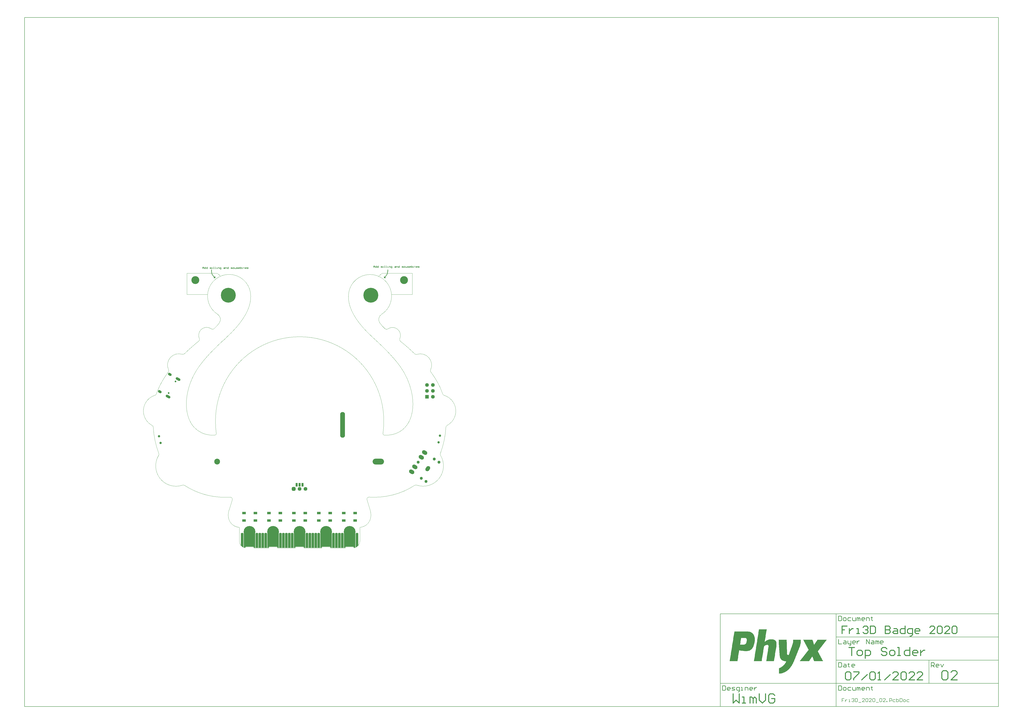
<source format=gts>
G04*
G04 #@! TF.GenerationSoftware,Altium Limited,Altium Designer,22.0.2 (36)*
G04*
G04 Layer_Color=8388736*
%FSLAX25Y25*%
%MOIN*%
G70*
G04*
G04 #@! TF.SameCoordinates,D6E2960D-4B62-4AB4-87A3-9FF5B50C98D5*
G04*
G04*
G04 #@! TF.FilePolarity,Negative*
G04*
G01*
G75*
%ADD11C,0.00787*%
%ADD12C,0.01575*%
%ADD13C,0.00591*%
%ADD14C,0.00984*%
%ADD15C,0.00394*%
%ADD18R,0.15748X0.11811*%
%ADD19R,0.03543X0.06299*%
%ADD20R,0.03543X0.10236*%
%ADD21R,0.06299X0.04331*%
%ADD22C,0.13386*%
%ADD23O,0.19291X0.09843*%
%ADD24C,0.09843*%
G04:AMPARAMS|DCode=25|XSize=43.31mil|YSize=86.61mil|CornerRadius=0mil|HoleSize=0mil|Usage=FLASHONLY|Rotation=60.000|XOffset=0mil|YOffset=0mil|HoleType=Round|Shape=Round|*
%AMOVALD25*
21,1,0.04331,0.04331,0.00000,0.00000,150.0*
1,1,0.04331,0.01875,-0.01083*
1,1,0.04331,-0.01875,0.01083*
%
%ADD25OVALD25*%

G04:AMPARAMS|DCode=26|XSize=43.31mil|YSize=66.93mil|CornerRadius=0mil|HoleSize=0mil|Usage=FLASHONLY|Rotation=60.000|XOffset=0mil|YOffset=0mil|HoleType=Round|Shape=Round|*
%AMOVALD26*
21,1,0.02362,0.04331,0.00000,0.00000,150.0*
1,1,0.04331,0.01023,-0.00591*
1,1,0.04331,-0.01023,0.00591*
%
%ADD26OVALD26*%

%ADD27C,0.02953*%
%ADD28C,0.05118*%
G04:AMPARAMS|DCode=29|XSize=94.49mil|YSize=66.93mil|CornerRadius=0mil|HoleSize=0mil|Usage=FLASHONLY|Rotation=56.000|XOffset=0mil|YOffset=0mil|HoleType=Round|Shape=Round|*
%AMOVALD29*
21,1,0.02756,0.06693,0.00000,0.00000,56.0*
1,1,0.06693,-0.00771,-0.01142*
1,1,0.06693,0.00771,0.01142*
%
%ADD29OVALD29*%

G04:AMPARAMS|DCode=30|XSize=94.49mil|YSize=66.93mil|CornerRadius=0mil|HoleSize=0mil|Usage=FLASHONLY|Rotation=146.000|XOffset=0mil|YOffset=0mil|HoleType=Round|Shape=Round|*
%AMOVALD30*
21,1,0.02756,0.06693,0.00000,0.00000,146.0*
1,1,0.06693,0.01142,-0.00771*
1,1,0.06693,-0.01142,0.00771*
%
%ADD30OVALD30*%

%ADD31O,0.08268X0.43701*%
%ADD32C,0.03937*%
%ADD33C,0.20079*%
%ADD34C,0.06394*%
G04:AMPARAMS|DCode=35|XSize=63.94mil|YSize=63.94mil|CornerRadius=16.97mil|HoleSize=0mil|Usage=FLASHONLY|Rotation=180.000|XOffset=0mil|YOffset=0mil|HoleType=Round|Shape=RoundedRectangle|*
%AMROUNDEDRECTD35*
21,1,0.06394,0.03000,0,0,180.0*
21,1,0.03000,0.06394,0,0,180.0*
1,1,0.03394,-0.01500,0.01500*
1,1,0.03394,0.01500,0.01500*
1,1,0.03394,0.01500,-0.01500*
1,1,0.03394,-0.01500,-0.01500*
%
%ADD35ROUNDEDRECTD35*%
%ADD36C,0.25197*%
%ADD37C,0.06299*%
%ADD38R,0.06299X0.06299*%
G36*
X72807Y25805D02*
X72815Y25804D01*
X72826Y25802D01*
X72837Y25800D01*
X73717Y25575D01*
X73727Y25571D01*
X73738Y25569D01*
X73745Y25565D01*
X73753Y25562D01*
X73763Y25556D01*
X73772Y25551D01*
X74158Y25311D01*
X74158Y25311D01*
X74158Y25311D01*
X74193Y25290D01*
X74195Y25288D01*
X74197Y25287D01*
X74265Y25242D01*
X74268Y25240D01*
X74270Y25238D01*
X74337Y25191D01*
X74339Y25190D01*
X74341Y25188D01*
X74407Y25139D01*
X74409Y25137D01*
X74411Y25136D01*
X74443Y25111D01*
X74443Y25111D01*
X74443Y25110D01*
X74462Y25095D01*
X74463Y25094D01*
X74464Y25093D01*
X74502Y25063D01*
X74503Y25062D01*
X74504Y25061D01*
X74541Y25030D01*
X74542Y25029D01*
X74543Y25028D01*
X74580Y24996D01*
X74581Y24995D01*
X74582Y24994D01*
X74600Y24978D01*
X74603Y24974D01*
X74607Y24971D01*
X74612Y24964D01*
X74618Y24959D01*
X74622Y24954D01*
X74626Y24949D01*
X74629Y24945D01*
X74632Y24941D01*
X74636Y24934D01*
X74640Y24927D01*
X74643Y24921D01*
X74646Y24916D01*
X74648Y24911D01*
X74650Y24906D01*
X74653Y24899D01*
X74656Y24892D01*
X74667Y24857D01*
X74670Y24846D01*
X74673Y24835D01*
X74674Y24827D01*
X74675Y24819D01*
X74676Y24807D01*
X74677Y24796D01*
Y591D01*
X74673Y552D01*
X74662Y515D01*
X74643Y481D01*
X74619Y451D01*
X74589Y426D01*
X74555Y408D01*
X74518Y397D01*
X74479Y393D01*
X70521D01*
X70482Y397D01*
X70445Y408D01*
X70411Y426D01*
X70381Y451D01*
X70357Y481D01*
X70338Y515D01*
X70327Y552D01*
X70323Y591D01*
Y24796D01*
X70324Y24807D01*
X70325Y24818D01*
X70326Y24826D01*
X70327Y24835D01*
X70330Y24845D01*
X70333Y24856D01*
X70344Y24891D01*
X70349Y24904D01*
X70354Y24916D01*
X70357Y24921D01*
X70359Y24927D01*
X70367Y24938D01*
X70374Y24949D01*
X70378Y24954D01*
X70381Y24959D01*
X70391Y24968D01*
X70400Y24978D01*
X70417Y24994D01*
X70419Y24994D01*
X70420Y24995D01*
X70455Y25027D01*
X70456Y25027D01*
X70458Y25029D01*
X70493Y25059D01*
X70495Y25060D01*
X70496Y25061D01*
X70532Y25091D01*
X70534Y25092D01*
X70535Y25093D01*
X70553Y25108D01*
X70553Y25108D01*
X70553Y25108D01*
X70909Y25390D01*
X70919Y25396D01*
X70927Y25402D01*
X70935Y25406D01*
X70942Y25411D01*
X70952Y25415D01*
X70962Y25419D01*
X71811Y25742D01*
X71821Y25745D01*
X71832Y25749D01*
X71840Y25750D01*
X71848Y25752D01*
X71859Y25753D01*
X71870Y25755D01*
X72777Y25806D01*
X72788Y25805D01*
X72799Y25806D01*
X72807Y25805D01*
D02*
G37*
G36*
X67807D02*
X67815Y25804D01*
X67826Y25802D01*
X67837Y25800D01*
X68717Y25575D01*
X68727Y25571D01*
X68738Y25569D01*
X68745Y25565D01*
X68753Y25562D01*
X68762Y25556D01*
X68772Y25551D01*
X69158Y25311D01*
X69158Y25311D01*
X69158Y25311D01*
X69193Y25290D01*
X69195Y25288D01*
X69197Y25287D01*
X69265Y25242D01*
X69267Y25240D01*
X69270Y25238D01*
X69337Y25191D01*
X69339Y25190D01*
X69341Y25188D01*
X69407Y25139D01*
X69409Y25137D01*
X69411Y25136D01*
X69443Y25111D01*
X69443Y25111D01*
X69443Y25110D01*
X69462Y25095D01*
X69463Y25094D01*
X69464Y25093D01*
X69502Y25063D01*
X69503Y25062D01*
X69504Y25061D01*
X69541Y25030D01*
X69542Y25029D01*
X69543Y25028D01*
X69580Y24996D01*
X69581Y24995D01*
X69582Y24994D01*
X69600Y24978D01*
X69604Y24974D01*
X69608Y24971D01*
X69612Y24964D01*
X69618Y24959D01*
X69622Y24954D01*
X69626Y24949D01*
X69629Y24945D01*
X69632Y24941D01*
X69636Y24934D01*
X69640Y24927D01*
X69643Y24921D01*
X69646Y24916D01*
X69648Y24911D01*
X69650Y24906D01*
X69653Y24899D01*
X69656Y24892D01*
X69667Y24857D01*
X69670Y24846D01*
X69673Y24835D01*
X69674Y24827D01*
X69675Y24819D01*
X69676Y24807D01*
X69677Y24796D01*
Y591D01*
X69673Y552D01*
X69662Y515D01*
X69643Y481D01*
X69619Y451D01*
X69589Y426D01*
X69555Y408D01*
X69517Y397D01*
X69479Y393D01*
X65521D01*
X65482Y397D01*
X65445Y408D01*
X65411Y426D01*
X65381Y451D01*
X65357Y481D01*
X65338Y515D01*
X65327Y552D01*
X65323Y591D01*
Y24796D01*
X65324Y24807D01*
X65325Y24818D01*
X65326Y24826D01*
X65327Y24835D01*
X65330Y24845D01*
X65333Y24856D01*
X65344Y24891D01*
X65349Y24904D01*
X65354Y24916D01*
X65357Y24921D01*
X65359Y24927D01*
X65367Y24938D01*
X65374Y24949D01*
X65378Y24954D01*
X65381Y24959D01*
X65391Y24968D01*
X65400Y24978D01*
X65417Y24994D01*
X65419Y24994D01*
X65420Y24995D01*
X65455Y25027D01*
X65456Y25027D01*
X65457Y25029D01*
X65493Y25059D01*
X65495Y25060D01*
X65496Y25061D01*
X65532Y25091D01*
X65534Y25092D01*
X65535Y25093D01*
X65553Y25108D01*
X65553Y25108D01*
X65553Y25108D01*
X65909Y25390D01*
X65919Y25396D01*
X65927Y25402D01*
X65935Y25406D01*
X65942Y25411D01*
X65952Y25415D01*
X65962Y25419D01*
X66811Y25742D01*
X66821Y25745D01*
X66832Y25749D01*
X66840Y25750D01*
X66848Y25752D01*
X66859Y25753D01*
X66870Y25755D01*
X67777Y25806D01*
X67788Y25805D01*
X67799Y25806D01*
X67807Y25805D01*
D02*
G37*
G36*
X62807D02*
X62815Y25804D01*
X62826Y25802D01*
X62837Y25800D01*
X63717Y25575D01*
X63727Y25571D01*
X63737Y25569D01*
X63745Y25565D01*
X63753Y25562D01*
X63762Y25556D01*
X63772Y25551D01*
X64158Y25311D01*
X64158Y25311D01*
X64158Y25311D01*
X64193Y25290D01*
X64195Y25288D01*
X64197Y25287D01*
X64265Y25242D01*
X64267Y25240D01*
X64270Y25238D01*
X64337Y25191D01*
X64339Y25190D01*
X64341Y25188D01*
X64407Y25139D01*
X64409Y25137D01*
X64411Y25136D01*
X64443Y25111D01*
X64443Y25111D01*
X64443Y25110D01*
X64462Y25095D01*
X64463Y25094D01*
X64464Y25093D01*
X64502Y25063D01*
X64503Y25062D01*
X64504Y25061D01*
X64541Y25030D01*
X64542Y25029D01*
X64543Y25028D01*
X64580Y24996D01*
X64581Y24995D01*
X64582Y24994D01*
X64600Y24978D01*
X64604Y24974D01*
X64608Y24971D01*
X64613Y24964D01*
X64618Y24959D01*
X64622Y24954D01*
X64626Y24949D01*
X64629Y24945D01*
X64632Y24941D01*
X64636Y24934D01*
X64640Y24927D01*
X64643Y24921D01*
X64646Y24916D01*
X64648Y24911D01*
X64650Y24906D01*
X64653Y24899D01*
X64656Y24892D01*
X64667Y24857D01*
X64670Y24846D01*
X64673Y24835D01*
X64674Y24827D01*
X64675Y24819D01*
X64676Y24807D01*
X64677Y24796D01*
Y591D01*
X64673Y552D01*
X64662Y515D01*
X64643Y481D01*
X64619Y451D01*
X64589Y426D01*
X64555Y408D01*
X64517Y397D01*
X64479Y393D01*
X60521D01*
X60483Y397D01*
X60445Y408D01*
X60411Y426D01*
X60381Y451D01*
X60357Y481D01*
X60338Y515D01*
X60327Y552D01*
X60323Y591D01*
Y24796D01*
X60324Y24807D01*
X60325Y24818D01*
X60326Y24826D01*
X60327Y24835D01*
X60330Y24845D01*
X60333Y24856D01*
X60344Y24891D01*
X60349Y24904D01*
X60354Y24916D01*
X60357Y24921D01*
X60359Y24927D01*
X60367Y24938D01*
X60374Y24949D01*
X60378Y24954D01*
X60382Y24959D01*
X60391Y24968D01*
X60400Y24978D01*
X60417Y24994D01*
X60419Y24994D01*
X60420Y24995D01*
X60455Y25027D01*
X60456Y25027D01*
X60457Y25029D01*
X60493Y25059D01*
X60495Y25060D01*
X60496Y25061D01*
X60532Y25091D01*
X60534Y25092D01*
X60535Y25093D01*
X60553Y25108D01*
X60553Y25108D01*
X60553Y25108D01*
X60909Y25390D01*
X60919Y25396D01*
X60927Y25402D01*
X60935Y25406D01*
X60942Y25411D01*
X60952Y25415D01*
X60962Y25419D01*
X61811Y25742D01*
X61821Y25745D01*
X61832Y25749D01*
X61840Y25750D01*
X61848Y25752D01*
X61859Y25753D01*
X61870Y25755D01*
X62777Y25806D01*
X62788Y25805D01*
X62799Y25806D01*
X62807Y25805D01*
D02*
G37*
G36*
X57807D02*
X57815Y25804D01*
X57826Y25802D01*
X57837Y25800D01*
X58717Y25575D01*
X58727Y25571D01*
X58737Y25569D01*
X58745Y25565D01*
X58753Y25562D01*
X58763Y25556D01*
X58772Y25551D01*
X59158Y25311D01*
X59158Y25311D01*
X59158Y25311D01*
X59193Y25290D01*
X59195Y25288D01*
X59197Y25287D01*
X59265Y25242D01*
X59267Y25240D01*
X59270Y25238D01*
X59337Y25191D01*
X59339Y25190D01*
X59341Y25188D01*
X59407Y25139D01*
X59409Y25137D01*
X59411Y25136D01*
X59443Y25111D01*
X59443Y25111D01*
X59443Y25110D01*
X59462Y25095D01*
X59463Y25094D01*
X59464Y25093D01*
X59502Y25063D01*
X59503Y25062D01*
X59504Y25061D01*
X59541Y25030D01*
X59542Y25029D01*
X59544Y25028D01*
X59580Y24996D01*
X59581Y24995D01*
X59582Y24994D01*
X59600Y24978D01*
X59604Y24974D01*
X59607Y24971D01*
X59613Y24964D01*
X59618Y24959D01*
X59622Y24954D01*
X59626Y24949D01*
X59629Y24945D01*
X59632Y24941D01*
X59636Y24934D01*
X59640Y24927D01*
X59643Y24921D01*
X59646Y24916D01*
X59648Y24911D01*
X59650Y24906D01*
X59653Y24899D01*
X59656Y24892D01*
X59667Y24857D01*
X59670Y24846D01*
X59673Y24835D01*
X59674Y24827D01*
X59675Y24819D01*
X59676Y24807D01*
X59677Y24796D01*
Y591D01*
X59673Y552D01*
X59662Y515D01*
X59643Y481D01*
X59619Y451D01*
X59589Y426D01*
X59555Y408D01*
X59518Y397D01*
X59479Y393D01*
X55521D01*
X55483Y397D01*
X55445Y408D01*
X55411Y426D01*
X55381Y451D01*
X55357Y481D01*
X55338Y515D01*
X55327Y552D01*
X55323Y591D01*
Y24796D01*
X55324Y24807D01*
X55325Y24818D01*
X55326Y24826D01*
X55327Y24835D01*
X55330Y24845D01*
X55333Y24856D01*
X55344Y24891D01*
X55349Y24904D01*
X55354Y24916D01*
X55357Y24921D01*
X55359Y24927D01*
X55367Y24938D01*
X55374Y24949D01*
X55378Y24954D01*
X55382Y24959D01*
X55391Y24968D01*
X55400Y24978D01*
X55417Y24994D01*
X55419Y24994D01*
X55420Y24995D01*
X55455Y25027D01*
X55456Y25027D01*
X55458Y25029D01*
X55493Y25059D01*
X55495Y25060D01*
X55496Y25061D01*
X55532Y25091D01*
X55534Y25092D01*
X55535Y25093D01*
X55553Y25108D01*
X55553Y25108D01*
X55553Y25108D01*
X55909Y25390D01*
X55919Y25396D01*
X55927Y25402D01*
X55935Y25406D01*
X55942Y25411D01*
X55952Y25415D01*
X55962Y25419D01*
X56811Y25742D01*
X56821Y25745D01*
X56832Y25749D01*
X56840Y25750D01*
X56848Y25752D01*
X56859Y25753D01*
X56870Y25755D01*
X57777Y25806D01*
X57788Y25805D01*
X57798Y25806D01*
X57807Y25805D01*
D02*
G37*
G36*
X32807D02*
X32815Y25804D01*
X32826Y25802D01*
X32837Y25800D01*
X33717Y25575D01*
X33727Y25571D01*
X33737Y25569D01*
X33745Y25565D01*
X33753Y25562D01*
X33762Y25556D01*
X33772Y25551D01*
X34158Y25311D01*
X34158Y25311D01*
X34158Y25311D01*
X34193Y25290D01*
X34195Y25288D01*
X34197Y25287D01*
X34265Y25242D01*
X34268Y25240D01*
X34270Y25238D01*
X34337Y25191D01*
X34339Y25190D01*
X34341Y25188D01*
X34407Y25139D01*
X34409Y25137D01*
X34411Y25136D01*
X34443Y25111D01*
X34443Y25111D01*
X34443Y25110D01*
X34462Y25095D01*
X34463Y25094D01*
X34464Y25093D01*
X34502Y25063D01*
X34503Y25062D01*
X34504Y25061D01*
X34541Y25030D01*
X34542Y25029D01*
X34543Y25028D01*
X34580Y24996D01*
X34581Y24995D01*
X34582Y24994D01*
X34600Y24978D01*
X34604Y24974D01*
X34607Y24971D01*
X34613Y24964D01*
X34618Y24959D01*
X34622Y24954D01*
X34626Y24949D01*
X34629Y24945D01*
X34632Y24941D01*
X34636Y24934D01*
X34640Y24927D01*
X34643Y24921D01*
X34646Y24916D01*
X34648Y24911D01*
X34650Y24906D01*
X34653Y24899D01*
X34656Y24892D01*
X34667Y24857D01*
X34670Y24846D01*
X34673Y24835D01*
X34674Y24827D01*
X34675Y24819D01*
X34676Y24807D01*
X34677Y24796D01*
Y591D01*
X34673Y552D01*
X34662Y515D01*
X34643Y481D01*
X34619Y451D01*
X34589Y426D01*
X34555Y408D01*
X34517Y397D01*
X34479Y393D01*
X30521D01*
X30483Y397D01*
X30445Y408D01*
X30411Y426D01*
X30381Y451D01*
X30357Y481D01*
X30338Y515D01*
X30327Y552D01*
X30323Y591D01*
Y24796D01*
X30324Y24807D01*
X30325Y24818D01*
X30326Y24826D01*
X30327Y24835D01*
X30330Y24845D01*
X30333Y24856D01*
X30344Y24891D01*
X30349Y24904D01*
X30354Y24916D01*
X30357Y24921D01*
X30359Y24927D01*
X30367Y24938D01*
X30374Y24949D01*
X30378Y24954D01*
X30382Y24959D01*
X30391Y24968D01*
X30400Y24978D01*
X30417Y24994D01*
X30419Y24994D01*
X30420Y24995D01*
X30455Y25027D01*
X30456Y25027D01*
X30457Y25029D01*
X30494Y25059D01*
X30495Y25060D01*
X30496Y25061D01*
X30532Y25091D01*
X30534Y25092D01*
X30535Y25093D01*
X30553Y25108D01*
X30553Y25108D01*
X30553Y25108D01*
X30909Y25390D01*
X30919Y25396D01*
X30927Y25402D01*
X30935Y25406D01*
X30942Y25411D01*
X30952Y25415D01*
X30962Y25419D01*
X31811Y25742D01*
X31821Y25745D01*
X31832Y25749D01*
X31840Y25750D01*
X31848Y25752D01*
X31859Y25753D01*
X31870Y25755D01*
X32777Y25806D01*
X32788Y25805D01*
X32798Y25806D01*
X32807Y25805D01*
D02*
G37*
G36*
X27807D02*
X27815Y25804D01*
X27826Y25802D01*
X27837Y25800D01*
X28717Y25575D01*
X28727Y25571D01*
X28738Y25569D01*
X28745Y25565D01*
X28753Y25562D01*
X28763Y25556D01*
X28772Y25551D01*
X29158Y25311D01*
X29158Y25311D01*
X29158Y25311D01*
X29193Y25290D01*
X29195Y25288D01*
X29197Y25287D01*
X29265Y25242D01*
X29267Y25240D01*
X29270Y25238D01*
X29337Y25191D01*
X29339Y25190D01*
X29341Y25188D01*
X29407Y25139D01*
X29409Y25137D01*
X29411Y25136D01*
X29443Y25111D01*
X29443Y25111D01*
X29443Y25110D01*
X29462Y25095D01*
X29463Y25094D01*
X29464Y25093D01*
X29502Y25063D01*
X29503Y25062D01*
X29504Y25061D01*
X29541Y25030D01*
X29542Y25029D01*
X29544Y25028D01*
X29580Y24996D01*
X29581Y24995D01*
X29582Y24994D01*
X29600Y24978D01*
X29603Y24974D01*
X29607Y24971D01*
X29612Y24964D01*
X29618Y24959D01*
X29622Y24954D01*
X29626Y24949D01*
X29629Y24945D01*
X29632Y24941D01*
X29636Y24934D01*
X29640Y24927D01*
X29643Y24921D01*
X29646Y24916D01*
X29648Y24911D01*
X29650Y24906D01*
X29653Y24899D01*
X29656Y24892D01*
X29667Y24857D01*
X29670Y24846D01*
X29673Y24835D01*
X29674Y24827D01*
X29675Y24819D01*
X29676Y24807D01*
X29677Y24796D01*
Y591D01*
X29673Y552D01*
X29662Y515D01*
X29643Y481D01*
X29619Y451D01*
X29589Y426D01*
X29555Y408D01*
X29517Y397D01*
X29479Y393D01*
X25521D01*
X25482Y397D01*
X25445Y408D01*
X25411Y426D01*
X25381Y451D01*
X25357Y481D01*
X25338Y515D01*
X25327Y552D01*
X25323Y591D01*
Y24796D01*
X25324Y24807D01*
X25325Y24818D01*
X25326Y24826D01*
X25327Y24835D01*
X25330Y24845D01*
X25333Y24856D01*
X25344Y24891D01*
X25349Y24904D01*
X25354Y24916D01*
X25357Y24921D01*
X25359Y24927D01*
X25367Y24938D01*
X25374Y24949D01*
X25378Y24954D01*
X25381Y24959D01*
X25391Y24968D01*
X25400Y24978D01*
X25417Y24994D01*
X25419Y24994D01*
X25420Y24995D01*
X25455Y25027D01*
X25456Y25027D01*
X25458Y25029D01*
X25493Y25059D01*
X25495Y25060D01*
X25496Y25061D01*
X25532Y25091D01*
X25534Y25092D01*
X25535Y25093D01*
X25553Y25108D01*
X25553Y25108D01*
X25553Y25108D01*
X25909Y25390D01*
X25919Y25396D01*
X25927Y25402D01*
X25935Y25406D01*
X25942Y25411D01*
X25952Y25415D01*
X25962Y25419D01*
X26811Y25742D01*
X26821Y25745D01*
X26832Y25749D01*
X26840Y25750D01*
X26848Y25752D01*
X26859Y25753D01*
X26870Y25755D01*
X27777Y25806D01*
X27788Y25805D01*
X27799Y25806D01*
X27807Y25805D01*
D02*
G37*
G36*
X22807D02*
X22815Y25804D01*
X22826Y25802D01*
X22837Y25800D01*
X23717Y25575D01*
X23727Y25571D01*
X23738Y25569D01*
X23745Y25565D01*
X23753Y25562D01*
X23763Y25556D01*
X23772Y25551D01*
X24158Y25311D01*
X24158Y25311D01*
X24158Y25311D01*
X24193Y25290D01*
X24195Y25288D01*
X24197Y25287D01*
X24265Y25242D01*
X24268Y25240D01*
X24270Y25238D01*
X24337Y25191D01*
X24339Y25190D01*
X24341Y25188D01*
X24407Y25139D01*
X24409Y25137D01*
X24411Y25136D01*
X24443Y25111D01*
X24443Y25111D01*
X24443Y25110D01*
X24462Y25095D01*
X24463Y25094D01*
X24464Y25093D01*
X24502Y25063D01*
X24503Y25062D01*
X24504Y25061D01*
X24541Y25030D01*
X24542Y25029D01*
X24543Y25028D01*
X24580Y24996D01*
X24581Y24995D01*
X24582Y24994D01*
X24600Y24978D01*
X24603Y24974D01*
X24608Y24971D01*
X24612Y24964D01*
X24618Y24959D01*
X24622Y24954D01*
X24626Y24949D01*
X24629Y24945D01*
X24632Y24941D01*
X24636Y24934D01*
X24640Y24927D01*
X24643Y24921D01*
X24646Y24916D01*
X24648Y24911D01*
X24650Y24906D01*
X24653Y24899D01*
X24656Y24892D01*
X24667Y24857D01*
X24670Y24846D01*
X24673Y24835D01*
X24674Y24827D01*
X24675Y24819D01*
X24676Y24807D01*
X24677Y24796D01*
Y591D01*
X24673Y552D01*
X24662Y515D01*
X24643Y481D01*
X24619Y451D01*
X24589Y426D01*
X24555Y408D01*
X24518Y397D01*
X24479Y393D01*
X20521D01*
X20482Y397D01*
X20445Y408D01*
X20411Y426D01*
X20381Y451D01*
X20357Y481D01*
X20338Y515D01*
X20327Y552D01*
X20323Y591D01*
Y24796D01*
X20324Y24807D01*
X20325Y24818D01*
X20326Y24826D01*
X20327Y24835D01*
X20330Y24845D01*
X20333Y24856D01*
X20344Y24891D01*
X20349Y24904D01*
X20354Y24916D01*
X20357Y24921D01*
X20359Y24927D01*
X20367Y24938D01*
X20374Y24949D01*
X20378Y24954D01*
X20381Y24959D01*
X20391Y24968D01*
X20400Y24978D01*
X20417Y24994D01*
X20419Y24994D01*
X20420Y24995D01*
X20455Y25027D01*
X20456Y25027D01*
X20458Y25029D01*
X20493Y25059D01*
X20495Y25060D01*
X20496Y25061D01*
X20532Y25091D01*
X20534Y25092D01*
X20535Y25093D01*
X20553Y25108D01*
X20553Y25108D01*
X20553Y25108D01*
X20909Y25390D01*
X20919Y25396D01*
X20927Y25402D01*
X20935Y25406D01*
X20942Y25411D01*
X20952Y25415D01*
X20962Y25419D01*
X21811Y25742D01*
X21821Y25745D01*
X21832Y25749D01*
X21840Y25750D01*
X21848Y25752D01*
X21859Y25753D01*
X21870Y25755D01*
X22777Y25806D01*
X22788Y25805D01*
X22798Y25806D01*
X22807Y25805D01*
D02*
G37*
G36*
X17807D02*
X17815Y25804D01*
X17826Y25802D01*
X17837Y25800D01*
X18717Y25575D01*
X18727Y25571D01*
X18737Y25569D01*
X18745Y25565D01*
X18753Y25562D01*
X18763Y25556D01*
X18772Y25551D01*
X19158Y25311D01*
X19158Y25311D01*
X19158Y25311D01*
X19193Y25290D01*
X19195Y25288D01*
X19197Y25287D01*
X19265Y25242D01*
X19267Y25240D01*
X19270Y25238D01*
X19337Y25191D01*
X19339Y25190D01*
X19341Y25188D01*
X19407Y25139D01*
X19409Y25137D01*
X19411Y25136D01*
X19443Y25111D01*
X19443Y25111D01*
X19443Y25110D01*
X19462Y25095D01*
X19463Y25094D01*
X19464Y25093D01*
X19502Y25063D01*
X19503Y25062D01*
X19504Y25061D01*
X19541Y25030D01*
X19542Y25029D01*
X19544Y25028D01*
X19580Y24996D01*
X19581Y24995D01*
X19582Y24994D01*
X19600Y24978D01*
X19603Y24974D01*
X19608Y24971D01*
X19613Y24964D01*
X19618Y24959D01*
X19622Y24954D01*
X19626Y24949D01*
X19629Y24945D01*
X19632Y24941D01*
X19636Y24934D01*
X19640Y24927D01*
X19643Y24921D01*
X19646Y24916D01*
X19648Y24911D01*
X19650Y24906D01*
X19653Y24899D01*
X19656Y24892D01*
X19667Y24857D01*
X19670Y24846D01*
X19673Y24835D01*
X19674Y24827D01*
X19675Y24819D01*
X19676Y24807D01*
X19677Y24796D01*
Y591D01*
X19673Y552D01*
X19662Y515D01*
X19643Y481D01*
X19619Y451D01*
X19589Y426D01*
X19555Y408D01*
X19518Y397D01*
X19479Y393D01*
X15521D01*
X15483Y397D01*
X15445Y408D01*
X15411Y426D01*
X15381Y451D01*
X15357Y481D01*
X15338Y515D01*
X15327Y552D01*
X15323Y591D01*
Y24796D01*
X15324Y24807D01*
X15325Y24818D01*
X15326Y24826D01*
X15327Y24835D01*
X15330Y24845D01*
X15333Y24856D01*
X15344Y24891D01*
X15349Y24904D01*
X15354Y24916D01*
X15357Y24921D01*
X15359Y24927D01*
X15367Y24938D01*
X15374Y24949D01*
X15378Y24954D01*
X15382Y24959D01*
X15391Y24968D01*
X15400Y24978D01*
X15417Y24994D01*
X15419Y24994D01*
X15420Y24995D01*
X15455Y25027D01*
X15456Y25027D01*
X15458Y25029D01*
X15494Y25059D01*
X15495Y25060D01*
X15496Y25061D01*
X15532Y25091D01*
X15534Y25092D01*
X15535Y25093D01*
X15553Y25108D01*
X15553Y25108D01*
X15553Y25108D01*
X15909Y25390D01*
X15919Y25396D01*
X15927Y25402D01*
X15935Y25406D01*
X15942Y25411D01*
X15952Y25415D01*
X15962Y25419D01*
X16811Y25742D01*
X16821Y25745D01*
X16832Y25749D01*
X16840Y25750D01*
X16848Y25752D01*
X16859Y25753D01*
X16870Y25755D01*
X17777Y25806D01*
X17788Y25805D01*
X17798Y25806D01*
X17807Y25805D01*
D02*
G37*
G36*
X12807D02*
X12815Y25804D01*
X12826Y25802D01*
X12837Y25800D01*
X13717Y25575D01*
X13727Y25571D01*
X13737Y25569D01*
X13745Y25565D01*
X13753Y25562D01*
X13762Y25556D01*
X13772Y25551D01*
X14158Y25311D01*
X14158Y25311D01*
X14158Y25311D01*
X14193Y25290D01*
X14195Y25288D01*
X14197Y25287D01*
X14265Y25242D01*
X14267Y25240D01*
X14270Y25238D01*
X14337Y25191D01*
X14339Y25190D01*
X14341Y25188D01*
X14407Y25139D01*
X14409Y25137D01*
X14411Y25136D01*
X14443Y25111D01*
X14443Y25111D01*
X14443Y25110D01*
X14462Y25095D01*
X14463Y25094D01*
X14464Y25093D01*
X14502Y25063D01*
X14503Y25062D01*
X14504Y25061D01*
X14541Y25030D01*
X14542Y25029D01*
X14544Y25028D01*
X14580Y24996D01*
X14581Y24995D01*
X14582Y24994D01*
X14600Y24978D01*
X14604Y24974D01*
X14607Y24971D01*
X14613Y24964D01*
X14618Y24959D01*
X14622Y24954D01*
X14626Y24949D01*
X14629Y24945D01*
X14632Y24941D01*
X14636Y24934D01*
X14640Y24927D01*
X14643Y24921D01*
X14646Y24916D01*
X14648Y24911D01*
X14650Y24906D01*
X14653Y24899D01*
X14656Y24892D01*
X14667Y24857D01*
X14670Y24846D01*
X14673Y24835D01*
X14674Y24827D01*
X14675Y24819D01*
X14676Y24807D01*
X14677Y24796D01*
Y591D01*
X14673Y552D01*
X14662Y515D01*
X14643Y481D01*
X14619Y451D01*
X14589Y426D01*
X14555Y408D01*
X14517Y397D01*
X14479Y393D01*
X10521D01*
X10482Y397D01*
X10445Y408D01*
X10411Y426D01*
X10381Y451D01*
X10357Y481D01*
X10338Y515D01*
X10327Y552D01*
X10323Y591D01*
Y24796D01*
X10324Y24807D01*
X10325Y24818D01*
X10326Y24826D01*
X10327Y24835D01*
X10330Y24845D01*
X10333Y24856D01*
X10344Y24891D01*
X10349Y24904D01*
X10354Y24916D01*
X10357Y24921D01*
X10359Y24927D01*
X10367Y24938D01*
X10374Y24949D01*
X10378Y24954D01*
X10381Y24959D01*
X10391Y24968D01*
X10400Y24978D01*
X10417Y24994D01*
X10419Y24994D01*
X10420Y24995D01*
X10455Y25027D01*
X10456Y25027D01*
X10458Y25029D01*
X10493Y25059D01*
X10495Y25060D01*
X10496Y25061D01*
X10532Y25091D01*
X10534Y25092D01*
X10535Y25093D01*
X10553Y25108D01*
X10553Y25108D01*
X10553Y25108D01*
X10909Y25390D01*
X10919Y25396D01*
X10927Y25402D01*
X10935Y25406D01*
X10942Y25411D01*
X10952Y25415D01*
X10962Y25419D01*
X11811Y25742D01*
X11821Y25745D01*
X11832Y25749D01*
X11840Y25750D01*
X11848Y25752D01*
X11859Y25753D01*
X11870Y25755D01*
X12777Y25806D01*
X12788Y25805D01*
X12799Y25806D01*
X12807Y25805D01*
D02*
G37*
G36*
X-12193D02*
X-12185Y25804D01*
X-12174Y25802D01*
X-12163Y25800D01*
X-11283Y25575D01*
X-11273Y25571D01*
X-11263Y25569D01*
X-11255Y25565D01*
X-11247Y25562D01*
X-11237Y25556D01*
X-11228Y25551D01*
X-10842Y25311D01*
X-10842Y25311D01*
X-10842Y25311D01*
X-10807Y25290D01*
X-10805Y25288D01*
X-10803Y25287D01*
X-10735Y25242D01*
X-10733Y25240D01*
X-10730Y25238D01*
X-10663Y25191D01*
X-10661Y25190D01*
X-10659Y25188D01*
X-10593Y25139D01*
X-10591Y25137D01*
X-10589Y25136D01*
X-10557Y25111D01*
X-10557Y25111D01*
X-10557Y25110D01*
X-10538Y25095D01*
X-10537Y25094D01*
X-10536Y25093D01*
X-10498Y25063D01*
X-10497Y25062D01*
X-10496Y25061D01*
X-10459Y25030D01*
X-10458Y25029D01*
X-10457Y25028D01*
X-10420Y24996D01*
X-10419Y24995D01*
X-10418Y24994D01*
X-10400Y24978D01*
X-10396Y24974D01*
X-10392Y24971D01*
X-10387Y24964D01*
X-10382Y24959D01*
X-10378Y24954D01*
X-10374Y24949D01*
X-10371Y24945D01*
X-10368Y24941D01*
X-10364Y24934D01*
X-10360Y24927D01*
X-10357Y24921D01*
X-10354Y24916D01*
X-10352Y24911D01*
X-10350Y24906D01*
X-10347Y24899D01*
X-10344Y24892D01*
X-10333Y24857D01*
X-10330Y24846D01*
X-10327Y24835D01*
X-10326Y24827D01*
X-10325Y24819D01*
X-10324Y24807D01*
X-10323Y24796D01*
Y591D01*
X-10327Y552D01*
X-10338Y515D01*
X-10357Y481D01*
X-10381Y451D01*
X-10411Y426D01*
X-10445Y408D01*
X-10482Y397D01*
X-10521Y393D01*
X-14479D01*
X-14517Y397D01*
X-14555Y408D01*
X-14589Y426D01*
X-14619Y451D01*
X-14643Y481D01*
X-14662Y515D01*
X-14673Y552D01*
X-14677Y591D01*
Y24796D01*
X-14676Y24807D01*
X-14675Y24818D01*
X-14674Y24826D01*
X-14673Y24835D01*
X-14670Y24845D01*
X-14667Y24856D01*
X-14656Y24891D01*
X-14651Y24904D01*
X-14646Y24916D01*
X-14643Y24921D01*
X-14641Y24927D01*
X-14633Y24938D01*
X-14626Y24949D01*
X-14622Y24954D01*
X-14618Y24959D01*
X-14609Y24968D01*
X-14600Y24978D01*
X-14583Y24994D01*
X-14581Y24994D01*
X-14580Y24995D01*
X-14545Y25027D01*
X-14544Y25027D01*
X-14543Y25029D01*
X-14506Y25059D01*
X-14505Y25060D01*
X-14504Y25061D01*
X-14468Y25091D01*
X-14466Y25092D01*
X-14465Y25093D01*
X-14447Y25108D01*
X-14447Y25108D01*
X-14447Y25108D01*
X-14091Y25390D01*
X-14081Y25396D01*
X-14073Y25402D01*
X-14065Y25406D01*
X-14058Y25411D01*
X-14048Y25415D01*
X-14038Y25419D01*
X-13189Y25742D01*
X-13179Y25745D01*
X-13168Y25749D01*
X-13160Y25750D01*
X-13152Y25752D01*
X-13141Y25753D01*
X-13130Y25755D01*
X-12223Y25806D01*
X-12212Y25805D01*
X-12201Y25806D01*
X-12193Y25805D01*
D02*
G37*
G36*
X-17193D02*
X-17185Y25804D01*
X-17174Y25802D01*
X-17163Y25800D01*
X-16283Y25575D01*
X-16273Y25571D01*
X-16262Y25569D01*
X-16255Y25565D01*
X-16247Y25562D01*
X-16238Y25556D01*
X-16228Y25551D01*
X-15842Y25311D01*
X-15842Y25311D01*
X-15842Y25311D01*
X-15807Y25290D01*
X-15805Y25288D01*
X-15803Y25287D01*
X-15735Y25242D01*
X-15732Y25240D01*
X-15730Y25238D01*
X-15663Y25191D01*
X-15661Y25190D01*
X-15659Y25188D01*
X-15593Y25139D01*
X-15591Y25137D01*
X-15589Y25136D01*
X-15557Y25111D01*
X-15557Y25111D01*
X-15557Y25110D01*
X-15538Y25095D01*
X-15537Y25094D01*
X-15536Y25093D01*
X-15498Y25063D01*
X-15497Y25062D01*
X-15496Y25061D01*
X-15459Y25030D01*
X-15458Y25029D01*
X-15457Y25028D01*
X-15420Y24996D01*
X-15419Y24995D01*
X-15418Y24994D01*
X-15400Y24978D01*
X-15396Y24974D01*
X-15393Y24971D01*
X-15387Y24964D01*
X-15382Y24959D01*
X-15378Y24954D01*
X-15374Y24949D01*
X-15371Y24945D01*
X-15368Y24941D01*
X-15364Y24934D01*
X-15360Y24927D01*
X-15357Y24921D01*
X-15354Y24916D01*
X-15352Y24911D01*
X-15350Y24906D01*
X-15347Y24899D01*
X-15344Y24892D01*
X-15333Y24857D01*
X-15330Y24846D01*
X-15327Y24835D01*
X-15326Y24827D01*
X-15325Y24819D01*
X-15324Y24807D01*
X-15323Y24796D01*
Y591D01*
X-15327Y552D01*
X-15338Y515D01*
X-15357Y481D01*
X-15381Y451D01*
X-15411Y426D01*
X-15445Y408D01*
X-15483Y397D01*
X-15521Y393D01*
X-19479D01*
X-19518Y397D01*
X-19555Y408D01*
X-19589Y426D01*
X-19619Y451D01*
X-19643Y481D01*
X-19662Y515D01*
X-19673Y552D01*
X-19677Y591D01*
Y24796D01*
X-19676Y24807D01*
X-19675Y24818D01*
X-19674Y24826D01*
X-19673Y24835D01*
X-19670Y24845D01*
X-19667Y24856D01*
X-19656Y24891D01*
X-19651Y24904D01*
X-19646Y24916D01*
X-19643Y24921D01*
X-19641Y24927D01*
X-19633Y24938D01*
X-19626Y24949D01*
X-19622Y24954D01*
X-19618Y24959D01*
X-19609Y24968D01*
X-19600Y24978D01*
X-19583Y24994D01*
X-19581Y24994D01*
X-19580Y24995D01*
X-19545Y25027D01*
X-19544Y25027D01*
X-19543Y25029D01*
X-19507Y25059D01*
X-19505Y25060D01*
X-19504Y25061D01*
X-19468Y25091D01*
X-19466Y25092D01*
X-19465Y25093D01*
X-19447Y25108D01*
X-19447Y25108D01*
X-19447Y25108D01*
X-19091Y25390D01*
X-19081Y25396D01*
X-19073Y25402D01*
X-19065Y25406D01*
X-19058Y25411D01*
X-19048Y25415D01*
X-19038Y25419D01*
X-18189Y25742D01*
X-18179Y25745D01*
X-18168Y25749D01*
X-18160Y25750D01*
X-18152Y25752D01*
X-18141Y25753D01*
X-18130Y25755D01*
X-17223Y25806D01*
X-17212Y25805D01*
X-17201Y25806D01*
X-17193Y25805D01*
D02*
G37*
G36*
X-22193D02*
X-22185Y25804D01*
X-22174Y25802D01*
X-22163Y25800D01*
X-21283Y25575D01*
X-21273Y25571D01*
X-21262Y25569D01*
X-21255Y25565D01*
X-21247Y25562D01*
X-21238Y25556D01*
X-21228Y25551D01*
X-20842Y25311D01*
X-20842Y25311D01*
X-20842Y25311D01*
X-20807Y25290D01*
X-20805Y25288D01*
X-20803Y25287D01*
X-20735Y25242D01*
X-20732Y25240D01*
X-20730Y25238D01*
X-20663Y25191D01*
X-20661Y25190D01*
X-20659Y25188D01*
X-20593Y25139D01*
X-20591Y25137D01*
X-20589Y25136D01*
X-20557Y25111D01*
X-20557Y25111D01*
X-20557Y25110D01*
X-20538Y25095D01*
X-20537Y25094D01*
X-20536Y25093D01*
X-20498Y25063D01*
X-20497Y25062D01*
X-20496Y25061D01*
X-20459Y25030D01*
X-20458Y25029D01*
X-20457Y25028D01*
X-20420Y24996D01*
X-20419Y24995D01*
X-20418Y24994D01*
X-20400Y24978D01*
X-20396Y24974D01*
X-20392Y24971D01*
X-20388Y24964D01*
X-20382Y24959D01*
X-20378Y24954D01*
X-20374Y24949D01*
X-20371Y24945D01*
X-20368Y24941D01*
X-20364Y24934D01*
X-20360Y24927D01*
X-20357Y24921D01*
X-20354Y24916D01*
X-20352Y24911D01*
X-20350Y24906D01*
X-20347Y24899D01*
X-20344Y24892D01*
X-20333Y24857D01*
X-20330Y24846D01*
X-20327Y24835D01*
X-20326Y24827D01*
X-20325Y24819D01*
X-20324Y24807D01*
X-20323Y24796D01*
Y591D01*
X-20327Y552D01*
X-20338Y515D01*
X-20357Y481D01*
X-20381Y451D01*
X-20411Y426D01*
X-20445Y408D01*
X-20482Y397D01*
X-20521Y393D01*
X-24479D01*
X-24518Y397D01*
X-24555Y408D01*
X-24589Y426D01*
X-24619Y451D01*
X-24643Y481D01*
X-24662Y515D01*
X-24673Y552D01*
X-24677Y591D01*
Y24796D01*
X-24676Y24807D01*
X-24675Y24818D01*
X-24674Y24826D01*
X-24673Y24835D01*
X-24670Y24845D01*
X-24667Y24856D01*
X-24656Y24891D01*
X-24651Y24904D01*
X-24646Y24916D01*
X-24643Y24921D01*
X-24641Y24927D01*
X-24633Y24938D01*
X-24626Y24949D01*
X-24622Y24954D01*
X-24619Y24959D01*
X-24609Y24968D01*
X-24600Y24978D01*
X-24583Y24994D01*
X-24581Y24994D01*
X-24580Y24995D01*
X-24545Y25027D01*
X-24544Y25027D01*
X-24543Y25029D01*
X-24507Y25059D01*
X-24505Y25060D01*
X-24504Y25061D01*
X-24468Y25091D01*
X-24466Y25092D01*
X-24465Y25093D01*
X-24447Y25108D01*
X-24447Y25108D01*
X-24447Y25108D01*
X-24091Y25390D01*
X-24081Y25396D01*
X-24073Y25402D01*
X-24065Y25406D01*
X-24058Y25411D01*
X-24048Y25415D01*
X-24038Y25419D01*
X-23189Y25742D01*
X-23179Y25745D01*
X-23168Y25749D01*
X-23160Y25750D01*
X-23152Y25752D01*
X-23141Y25753D01*
X-23130Y25755D01*
X-22223Y25806D01*
X-22212Y25805D01*
X-22201Y25806D01*
X-22193Y25805D01*
D02*
G37*
G36*
X-27193D02*
X-27185Y25804D01*
X-27174Y25802D01*
X-27163Y25800D01*
X-26283Y25575D01*
X-26273Y25571D01*
X-26263Y25569D01*
X-26255Y25565D01*
X-26247Y25562D01*
X-26237Y25556D01*
X-26228Y25551D01*
X-25842Y25311D01*
X-25842Y25311D01*
X-25842Y25311D01*
X-25807Y25290D01*
X-25805Y25288D01*
X-25803Y25287D01*
X-25735Y25242D01*
X-25732Y25240D01*
X-25730Y25238D01*
X-25663Y25191D01*
X-25661Y25190D01*
X-25659Y25188D01*
X-25593Y25139D01*
X-25591Y25137D01*
X-25589Y25136D01*
X-25557Y25111D01*
X-25557Y25111D01*
X-25557Y25110D01*
X-25538Y25095D01*
X-25537Y25094D01*
X-25536Y25093D01*
X-25498Y25063D01*
X-25497Y25062D01*
X-25496Y25061D01*
X-25459Y25030D01*
X-25458Y25029D01*
X-25457Y25028D01*
X-25420Y24996D01*
X-25419Y24995D01*
X-25418Y24994D01*
X-25400Y24978D01*
X-25396Y24974D01*
X-25392Y24971D01*
X-25387Y24964D01*
X-25382Y24959D01*
X-25378Y24954D01*
X-25374Y24949D01*
X-25371Y24945D01*
X-25368Y24941D01*
X-25364Y24934D01*
X-25360Y24927D01*
X-25357Y24921D01*
X-25354Y24916D01*
X-25352Y24911D01*
X-25350Y24906D01*
X-25347Y24899D01*
X-25344Y24892D01*
X-25333Y24857D01*
X-25330Y24846D01*
X-25327Y24835D01*
X-25326Y24827D01*
X-25325Y24819D01*
X-25324Y24807D01*
X-25323Y24796D01*
Y591D01*
X-25327Y552D01*
X-25338Y515D01*
X-25357Y481D01*
X-25381Y451D01*
X-25411Y426D01*
X-25445Y408D01*
X-25482Y397D01*
X-25521Y393D01*
X-29479D01*
X-29517Y397D01*
X-29555Y408D01*
X-29589Y426D01*
X-29619Y451D01*
X-29643Y481D01*
X-29662Y515D01*
X-29673Y552D01*
X-29677Y591D01*
Y24796D01*
X-29676Y24807D01*
X-29675Y24818D01*
X-29674Y24826D01*
X-29673Y24835D01*
X-29670Y24845D01*
X-29667Y24856D01*
X-29656Y24891D01*
X-29651Y24904D01*
X-29646Y24916D01*
X-29643Y24921D01*
X-29641Y24927D01*
X-29633Y24938D01*
X-29626Y24949D01*
X-29622Y24954D01*
X-29618Y24959D01*
X-29609Y24968D01*
X-29600Y24978D01*
X-29583Y24994D01*
X-29581Y24994D01*
X-29580Y24995D01*
X-29545Y25027D01*
X-29544Y25027D01*
X-29542Y25029D01*
X-29506Y25059D01*
X-29505Y25060D01*
X-29504Y25061D01*
X-29468Y25091D01*
X-29466Y25092D01*
X-29465Y25093D01*
X-29447Y25108D01*
X-29447Y25108D01*
X-29447Y25108D01*
X-29091Y25390D01*
X-29081Y25396D01*
X-29073Y25402D01*
X-29065Y25406D01*
X-29058Y25411D01*
X-29048Y25415D01*
X-29038Y25419D01*
X-28189Y25742D01*
X-28179Y25745D01*
X-28168Y25749D01*
X-28160Y25750D01*
X-28152Y25752D01*
X-28141Y25753D01*
X-28130Y25755D01*
X-27223Y25806D01*
X-27212Y25805D01*
X-27202Y25806D01*
X-27193Y25805D01*
D02*
G37*
G36*
X-32193D02*
X-32185Y25804D01*
X-32174Y25802D01*
X-32163Y25800D01*
X-31283Y25575D01*
X-31273Y25571D01*
X-31262Y25569D01*
X-31255Y25565D01*
X-31247Y25562D01*
X-31238Y25556D01*
X-31228Y25551D01*
X-30842Y25311D01*
X-30842Y25311D01*
X-30842Y25311D01*
X-30807Y25290D01*
X-30805Y25288D01*
X-30803Y25287D01*
X-30735Y25242D01*
X-30733Y25240D01*
X-30730Y25238D01*
X-30663Y25191D01*
X-30661Y25190D01*
X-30659Y25188D01*
X-30593Y25139D01*
X-30591Y25137D01*
X-30589Y25136D01*
X-30557Y25111D01*
X-30557Y25111D01*
X-30557Y25110D01*
X-30538Y25095D01*
X-30537Y25094D01*
X-30536Y25093D01*
X-30498Y25063D01*
X-30497Y25062D01*
X-30496Y25061D01*
X-30459Y25030D01*
X-30458Y25029D01*
X-30457Y25028D01*
X-30420Y24996D01*
X-30419Y24995D01*
X-30418Y24994D01*
X-30400Y24978D01*
X-30397Y24974D01*
X-30393Y24971D01*
X-30387Y24964D01*
X-30382Y24959D01*
X-30378Y24954D01*
X-30374Y24949D01*
X-30371Y24945D01*
X-30368Y24941D01*
X-30364Y24934D01*
X-30360Y24927D01*
X-30357Y24921D01*
X-30354Y24916D01*
X-30352Y24911D01*
X-30350Y24906D01*
X-30347Y24899D01*
X-30344Y24892D01*
X-30333Y24857D01*
X-30330Y24846D01*
X-30327Y24835D01*
X-30326Y24827D01*
X-30325Y24819D01*
X-30324Y24807D01*
X-30323Y24796D01*
Y591D01*
X-30327Y552D01*
X-30338Y515D01*
X-30357Y481D01*
X-30381Y451D01*
X-30411Y426D01*
X-30445Y408D01*
X-30483Y397D01*
X-30521Y393D01*
X-34479D01*
X-34517Y397D01*
X-34555Y408D01*
X-34589Y426D01*
X-34619Y451D01*
X-34643Y481D01*
X-34662Y515D01*
X-34673Y552D01*
X-34677Y591D01*
Y24796D01*
X-34676Y24807D01*
X-34675Y24818D01*
X-34674Y24826D01*
X-34673Y24835D01*
X-34670Y24845D01*
X-34667Y24856D01*
X-34656Y24891D01*
X-34651Y24904D01*
X-34646Y24916D01*
X-34643Y24921D01*
X-34641Y24927D01*
X-34633Y24938D01*
X-34626Y24949D01*
X-34622Y24954D01*
X-34618Y24959D01*
X-34609Y24968D01*
X-34600Y24978D01*
X-34583Y24994D01*
X-34581Y24994D01*
X-34580Y24995D01*
X-34545Y25027D01*
X-34544Y25027D01*
X-34543Y25029D01*
X-34506Y25059D01*
X-34505Y25060D01*
X-34504Y25061D01*
X-34468Y25091D01*
X-34466Y25092D01*
X-34465Y25093D01*
X-34447Y25108D01*
X-34447Y25108D01*
X-34447Y25108D01*
X-34091Y25390D01*
X-34081Y25396D01*
X-34073Y25402D01*
X-34065Y25406D01*
X-34058Y25411D01*
X-34048Y25415D01*
X-34038Y25419D01*
X-33189Y25742D01*
X-33179Y25745D01*
X-33168Y25749D01*
X-33160Y25750D01*
X-33152Y25752D01*
X-33141Y25753D01*
X-33130Y25755D01*
X-32223Y25806D01*
X-32212Y25805D01*
X-32201Y25806D01*
X-32193Y25805D01*
D02*
G37*
G36*
X-57193D02*
X-57185Y25804D01*
X-57174Y25802D01*
X-57163Y25800D01*
X-56283Y25575D01*
X-56273Y25571D01*
X-56262Y25569D01*
X-56255Y25565D01*
X-56247Y25562D01*
X-56238Y25556D01*
X-56228Y25551D01*
X-55842Y25311D01*
X-55842Y25311D01*
X-55842Y25311D01*
X-55807Y25290D01*
X-55805Y25288D01*
X-55803Y25287D01*
X-55735Y25242D01*
X-55733Y25240D01*
X-55730Y25238D01*
X-55663Y25191D01*
X-55661Y25190D01*
X-55659Y25188D01*
X-55593Y25139D01*
X-55591Y25137D01*
X-55589Y25136D01*
X-55557Y25111D01*
X-55557Y25111D01*
X-55557Y25110D01*
X-55538Y25095D01*
X-55537Y25094D01*
X-55536Y25093D01*
X-55498Y25063D01*
X-55497Y25062D01*
X-55496Y25061D01*
X-55459Y25030D01*
X-55458Y25029D01*
X-55457Y25028D01*
X-55420Y24996D01*
X-55419Y24995D01*
X-55418Y24994D01*
X-55400Y24978D01*
X-55396Y24974D01*
X-55392Y24971D01*
X-55388Y24964D01*
X-55382Y24959D01*
X-55378Y24954D01*
X-55374Y24949D01*
X-55371Y24945D01*
X-55368Y24941D01*
X-55364Y24934D01*
X-55360Y24927D01*
X-55357Y24921D01*
X-55354Y24916D01*
X-55352Y24911D01*
X-55350Y24906D01*
X-55347Y24899D01*
X-55344Y24892D01*
X-55333Y24857D01*
X-55330Y24846D01*
X-55327Y24835D01*
X-55326Y24827D01*
X-55325Y24819D01*
X-55324Y24807D01*
X-55323Y24796D01*
Y591D01*
X-55327Y552D01*
X-55338Y515D01*
X-55357Y481D01*
X-55381Y451D01*
X-55411Y426D01*
X-55445Y408D01*
X-55483Y397D01*
X-55521Y393D01*
X-59479D01*
X-59518Y397D01*
X-59555Y408D01*
X-59589Y426D01*
X-59619Y451D01*
X-59643Y481D01*
X-59662Y515D01*
X-59673Y552D01*
X-59677Y591D01*
Y24796D01*
X-59676Y24807D01*
X-59675Y24818D01*
X-59674Y24826D01*
X-59673Y24835D01*
X-59670Y24845D01*
X-59667Y24856D01*
X-59656Y24891D01*
X-59651Y24904D01*
X-59646Y24916D01*
X-59643Y24921D01*
X-59641Y24927D01*
X-59633Y24938D01*
X-59626Y24949D01*
X-59622Y24954D01*
X-59619Y24959D01*
X-59609Y24968D01*
X-59600Y24978D01*
X-59583Y24994D01*
X-59581Y24994D01*
X-59580Y24995D01*
X-59545Y25027D01*
X-59544Y25027D01*
X-59543Y25029D01*
X-59507Y25059D01*
X-59505Y25060D01*
X-59504Y25061D01*
X-59468Y25091D01*
X-59466Y25092D01*
X-59465Y25093D01*
X-59447Y25108D01*
X-59447Y25108D01*
X-59447Y25108D01*
X-59091Y25390D01*
X-59081Y25396D01*
X-59073Y25402D01*
X-59065Y25406D01*
X-59058Y25411D01*
X-59048Y25415D01*
X-59038Y25419D01*
X-58189Y25742D01*
X-58179Y25745D01*
X-58168Y25749D01*
X-58160Y25750D01*
X-58152Y25752D01*
X-58141Y25753D01*
X-58130Y25755D01*
X-57223Y25806D01*
X-57212Y25805D01*
X-57201Y25806D01*
X-57193Y25805D01*
D02*
G37*
G36*
X-62193D02*
X-62185Y25804D01*
X-62174Y25802D01*
X-62163Y25800D01*
X-61283Y25575D01*
X-61273Y25571D01*
X-61263Y25569D01*
X-61255Y25565D01*
X-61247Y25562D01*
X-61238Y25556D01*
X-61228Y25551D01*
X-60842Y25311D01*
X-60842Y25311D01*
X-60842Y25311D01*
X-60807Y25290D01*
X-60805Y25288D01*
X-60803Y25287D01*
X-60735Y25242D01*
X-60733Y25240D01*
X-60730Y25238D01*
X-60663Y25191D01*
X-60661Y25190D01*
X-60659Y25188D01*
X-60593Y25139D01*
X-60591Y25137D01*
X-60589Y25136D01*
X-60557Y25111D01*
X-60557Y25111D01*
X-60557Y25110D01*
X-60538Y25095D01*
X-60537Y25094D01*
X-60536Y25093D01*
X-60498Y25063D01*
X-60497Y25062D01*
X-60496Y25061D01*
X-60459Y25030D01*
X-60458Y25029D01*
X-60457Y25028D01*
X-60420Y24996D01*
X-60419Y24995D01*
X-60418Y24994D01*
X-60400Y24978D01*
X-60396Y24974D01*
X-60392Y24971D01*
X-60387Y24964D01*
X-60382Y24959D01*
X-60378Y24954D01*
X-60374Y24949D01*
X-60371Y24945D01*
X-60368Y24941D01*
X-60364Y24934D01*
X-60360Y24927D01*
X-60357Y24921D01*
X-60354Y24916D01*
X-60352Y24911D01*
X-60350Y24906D01*
X-60347Y24899D01*
X-60344Y24892D01*
X-60333Y24857D01*
X-60330Y24846D01*
X-60327Y24835D01*
X-60326Y24827D01*
X-60325Y24819D01*
X-60324Y24807D01*
X-60323Y24796D01*
Y591D01*
X-60327Y552D01*
X-60338Y515D01*
X-60357Y481D01*
X-60381Y451D01*
X-60411Y426D01*
X-60445Y408D01*
X-60483Y397D01*
X-60521Y393D01*
X-64479D01*
X-64517Y397D01*
X-64555Y408D01*
X-64589Y426D01*
X-64619Y451D01*
X-64643Y481D01*
X-64662Y515D01*
X-64673Y552D01*
X-64677Y591D01*
Y24796D01*
X-64676Y24807D01*
X-64675Y24818D01*
X-64674Y24826D01*
X-64673Y24835D01*
X-64670Y24845D01*
X-64667Y24856D01*
X-64656Y24891D01*
X-64651Y24904D01*
X-64646Y24916D01*
X-64643Y24921D01*
X-64641Y24927D01*
X-64633Y24938D01*
X-64626Y24949D01*
X-64622Y24954D01*
X-64618Y24959D01*
X-64609Y24968D01*
X-64600Y24978D01*
X-64583Y24994D01*
X-64581Y24994D01*
X-64580Y24995D01*
X-64545Y25027D01*
X-64544Y25027D01*
X-64543Y25029D01*
X-64507Y25059D01*
X-64505Y25060D01*
X-64504Y25061D01*
X-64468Y25091D01*
X-64466Y25092D01*
X-64465Y25093D01*
X-64447Y25108D01*
X-64447Y25108D01*
X-64447Y25108D01*
X-64091Y25390D01*
X-64081Y25396D01*
X-64073Y25402D01*
X-64065Y25406D01*
X-64058Y25411D01*
X-64048Y25415D01*
X-64038Y25419D01*
X-63189Y25742D01*
X-63179Y25745D01*
X-63168Y25749D01*
X-63160Y25750D01*
X-63152Y25752D01*
X-63141Y25753D01*
X-63130Y25755D01*
X-62223Y25806D01*
X-62212Y25805D01*
X-62201Y25806D01*
X-62193Y25805D01*
D02*
G37*
G36*
X-67193D02*
X-67185Y25804D01*
X-67174Y25802D01*
X-67163Y25800D01*
X-66283Y25575D01*
X-66273Y25571D01*
X-66263Y25569D01*
X-66255Y25565D01*
X-66247Y25562D01*
X-66237Y25556D01*
X-66228Y25551D01*
X-65842Y25311D01*
X-65842Y25311D01*
X-65842Y25311D01*
X-65807Y25290D01*
X-65805Y25288D01*
X-65803Y25287D01*
X-65735Y25242D01*
X-65733Y25240D01*
X-65730Y25238D01*
X-65663Y25191D01*
X-65661Y25190D01*
X-65659Y25188D01*
X-65593Y25139D01*
X-65591Y25137D01*
X-65589Y25136D01*
X-65557Y25111D01*
X-65557Y25111D01*
X-65557Y25110D01*
X-65538Y25095D01*
X-65537Y25094D01*
X-65536Y25093D01*
X-65498Y25063D01*
X-65497Y25062D01*
X-65496Y25061D01*
X-65459Y25030D01*
X-65458Y25029D01*
X-65456Y25028D01*
X-65420Y24996D01*
X-65419Y24995D01*
X-65418Y24994D01*
X-65400Y24978D01*
X-65396Y24974D01*
X-65393Y24971D01*
X-65387Y24964D01*
X-65382Y24959D01*
X-65378Y24954D01*
X-65374Y24949D01*
X-65371Y24945D01*
X-65368Y24941D01*
X-65364Y24934D01*
X-65360Y24927D01*
X-65357Y24921D01*
X-65354Y24916D01*
X-65352Y24911D01*
X-65350Y24906D01*
X-65347Y24899D01*
X-65344Y24892D01*
X-65333Y24857D01*
X-65330Y24846D01*
X-65327Y24835D01*
X-65326Y24827D01*
X-65325Y24819D01*
X-65324Y24807D01*
X-65323Y24796D01*
Y591D01*
X-65327Y552D01*
X-65338Y515D01*
X-65357Y481D01*
X-65381Y451D01*
X-65411Y426D01*
X-65445Y408D01*
X-65482Y397D01*
X-65521Y393D01*
X-69479D01*
X-69517Y397D01*
X-69555Y408D01*
X-69589Y426D01*
X-69619Y451D01*
X-69643Y481D01*
X-69662Y515D01*
X-69673Y552D01*
X-69677Y591D01*
Y24796D01*
X-69676Y24807D01*
X-69675Y24818D01*
X-69674Y24826D01*
X-69673Y24835D01*
X-69670Y24845D01*
X-69667Y24856D01*
X-69656Y24891D01*
X-69651Y24904D01*
X-69646Y24916D01*
X-69643Y24921D01*
X-69641Y24927D01*
X-69633Y24938D01*
X-69626Y24949D01*
X-69622Y24954D01*
X-69618Y24959D01*
X-69609Y24968D01*
X-69600Y24978D01*
X-69583Y24994D01*
X-69581Y24994D01*
X-69580Y24995D01*
X-69545Y25027D01*
X-69544Y25027D01*
X-69542Y25029D01*
X-69507Y25059D01*
X-69505Y25060D01*
X-69504Y25061D01*
X-69468Y25091D01*
X-69466Y25092D01*
X-69465Y25093D01*
X-69447Y25108D01*
X-69447Y25108D01*
X-69447Y25108D01*
X-69091Y25390D01*
X-69081Y25396D01*
X-69073Y25402D01*
X-69065Y25406D01*
X-69058Y25411D01*
X-69048Y25415D01*
X-69038Y25419D01*
X-68189Y25742D01*
X-68179Y25745D01*
X-68168Y25749D01*
X-68160Y25750D01*
X-68152Y25752D01*
X-68141Y25753D01*
X-68130Y25755D01*
X-67223Y25806D01*
X-67212Y25805D01*
X-67202Y25806D01*
X-67193Y25805D01*
D02*
G37*
G36*
X-72193D02*
X-72185Y25804D01*
X-72174Y25802D01*
X-72163Y25800D01*
X-71283Y25575D01*
X-71273Y25571D01*
X-71263Y25569D01*
X-71255Y25565D01*
X-71247Y25562D01*
X-71237Y25556D01*
X-71228Y25551D01*
X-70842Y25311D01*
X-70842Y25311D01*
X-70842Y25311D01*
X-70807Y25290D01*
X-70805Y25288D01*
X-70803Y25287D01*
X-70735Y25242D01*
X-70732Y25240D01*
X-70730Y25238D01*
X-70663Y25191D01*
X-70661Y25190D01*
X-70659Y25188D01*
X-70593Y25139D01*
X-70591Y25137D01*
X-70589Y25136D01*
X-70557Y25111D01*
X-70557Y25111D01*
X-70557Y25110D01*
X-70538Y25095D01*
X-70537Y25094D01*
X-70536Y25093D01*
X-70498Y25063D01*
X-70497Y25062D01*
X-70496Y25061D01*
X-70459Y25030D01*
X-70458Y25029D01*
X-70456Y25028D01*
X-70420Y24996D01*
X-70419Y24995D01*
X-70418Y24994D01*
X-70400Y24978D01*
X-70397Y24974D01*
X-70393Y24971D01*
X-70388Y24964D01*
X-70382Y24959D01*
X-70378Y24954D01*
X-70374Y24949D01*
X-70371Y24945D01*
X-70368Y24941D01*
X-70364Y24934D01*
X-70360Y24927D01*
X-70357Y24921D01*
X-70354Y24916D01*
X-70352Y24911D01*
X-70350Y24906D01*
X-70347Y24899D01*
X-70344Y24892D01*
X-70333Y24857D01*
X-70330Y24846D01*
X-70327Y24835D01*
X-70326Y24827D01*
X-70325Y24819D01*
X-70324Y24807D01*
X-70323Y24796D01*
Y591D01*
X-70327Y552D01*
X-70338Y515D01*
X-70357Y481D01*
X-70381Y451D01*
X-70411Y426D01*
X-70445Y408D01*
X-70482Y397D01*
X-70521Y393D01*
X-74479D01*
X-74518Y397D01*
X-74555Y408D01*
X-74589Y426D01*
X-74619Y451D01*
X-74643Y481D01*
X-74662Y515D01*
X-74673Y552D01*
X-74677Y591D01*
Y24796D01*
X-74676Y24807D01*
X-74675Y24818D01*
X-74674Y24826D01*
X-74673Y24835D01*
X-74670Y24845D01*
X-74667Y24856D01*
X-74656Y24891D01*
X-74651Y24904D01*
X-74646Y24916D01*
X-74643Y24921D01*
X-74641Y24927D01*
X-74633Y24938D01*
X-74626Y24949D01*
X-74622Y24954D01*
X-74619Y24959D01*
X-74609Y24968D01*
X-74600Y24978D01*
X-74583Y24994D01*
X-74581Y24994D01*
X-74580Y24995D01*
X-74545Y25027D01*
X-74544Y25027D01*
X-74542Y25029D01*
X-74507Y25059D01*
X-74505Y25060D01*
X-74504Y25061D01*
X-74468Y25091D01*
X-74466Y25092D01*
X-74465Y25093D01*
X-74447Y25108D01*
X-74447Y25108D01*
X-74447Y25108D01*
X-74091Y25390D01*
X-74081Y25396D01*
X-74073Y25402D01*
X-74065Y25406D01*
X-74058Y25411D01*
X-74048Y25415D01*
X-74038Y25419D01*
X-73189Y25742D01*
X-73179Y25745D01*
X-73168Y25749D01*
X-73160Y25750D01*
X-73152Y25752D01*
X-73141Y25753D01*
X-73130Y25755D01*
X-72223Y25806D01*
X-72212Y25805D01*
X-72202Y25806D01*
X-72193Y25805D01*
D02*
G37*
G36*
X98108Y25756D02*
X98119Y25754D01*
X98130Y25753D01*
X98138Y25751D01*
X98146Y25750D01*
X98157Y25746D01*
X98168Y25743D01*
X99025Y25416D01*
X99036Y25411D01*
X99046Y25406D01*
X99053Y25402D01*
X99060Y25398D01*
X99069Y25391D01*
X99079Y25385D01*
X99437Y25099D01*
X99437Y25099D01*
X99437Y25099D01*
X99455Y25084D01*
X99456Y25083D01*
X99458Y25082D01*
X99493Y25053D01*
X99494Y25052D01*
X99496Y25051D01*
X99531Y25021D01*
X99532Y25020D01*
X99533Y25019D01*
X99568Y24988D01*
X99569Y24987D01*
X99570Y24986D01*
X99587Y24971D01*
X99590Y24967D01*
X99594Y24964D01*
X99598Y24960D01*
X99602Y24956D01*
X99607Y24949D01*
X99613Y24942D01*
X99616Y24938D01*
X99619Y24934D01*
X99621Y24929D01*
X99625Y24924D01*
X99629Y24916D01*
X99633Y24909D01*
X99635Y24904D01*
X99637Y24900D01*
X99638Y24894D01*
X99641Y24889D01*
X99643Y24880D01*
X99646Y24872D01*
X99647Y24867D01*
X99648Y24863D01*
X99649Y24857D01*
X99650Y24851D01*
X99654Y24823D01*
X99655Y24809D01*
X99656Y24796D01*
Y4987D01*
X99655Y4981D01*
X99655Y4974D01*
X99653Y4962D01*
X99652Y4949D01*
X99650Y4942D01*
X99649Y4936D01*
X99645Y4924D01*
X99641Y4911D01*
X99638Y4906D01*
X99636Y4900D01*
X99629Y4889D01*
X99623Y4877D01*
X99619Y4872D01*
X99615Y4867D01*
X99226Y4358D01*
X99218Y4350D01*
X99211Y4341D01*
X98321Y3420D01*
X98313Y3413D01*
X98305Y3404D01*
X97316Y2590D01*
X97307Y2584D01*
X97298Y2577D01*
X96223Y1880D01*
X96213Y1875D01*
X96204Y1869D01*
X95630Y1584D01*
X95623Y1582D01*
X95618Y1579D01*
X95605Y1575D01*
X95594Y1571D01*
X95587Y1570D01*
X95581Y1568D01*
X95568Y1566D01*
X95555Y1564D01*
X95549Y1564D01*
X95542Y1564D01*
X95542D01*
X95529Y1565D01*
X95517Y1565D01*
X95510Y1567D01*
X95503Y1568D01*
X95491Y1571D01*
X95479Y1574D01*
X95473Y1577D01*
X95466Y1579D01*
X95455Y1585D01*
X95443Y1590D01*
X95438Y1594D01*
X95432Y1597D01*
X95422Y1605D01*
X95412Y1612D01*
X95407Y1617D01*
X95402Y1622D01*
X95394Y1632D01*
X95385Y1641D01*
X95382Y1647D01*
X95377Y1652D01*
X95372Y1663D01*
X95365Y1674D01*
X95362Y1680D01*
X95359Y1686D01*
X95355Y1698D01*
X95351Y1710D01*
X95350Y1716D01*
X95348Y1723D01*
X95347Y1736D01*
X95345Y1748D01*
X95345Y1755D01*
X95344Y1762D01*
X95344Y1762D01*
Y24710D01*
X95335Y24723D01*
X95334Y24724D01*
X95333Y24725D01*
X95326Y24741D01*
X95318Y24758D01*
X95318Y24759D01*
X95317Y24760D01*
X95313Y24778D01*
X95309Y24795D01*
X95309Y24796D01*
X95308Y24798D01*
X95308Y24816D01*
X95307Y24834D01*
X95307Y24835D01*
X95307Y24837D01*
X95310Y24854D01*
X95312Y24872D01*
X95313Y24873D01*
X95313Y24875D01*
X95320Y24892D01*
X95325Y24909D01*
X95326Y24910D01*
X95327Y24911D01*
X95337Y24927D01*
X95345Y24942D01*
X95346Y24943D01*
X95347Y24944D01*
X95360Y24958D01*
X95372Y24971D01*
X95389Y24987D01*
X95390Y24988D01*
X95391Y24989D01*
X95427Y25020D01*
X95428Y25021D01*
X95429Y25022D01*
X95465Y25053D01*
X95467Y25054D01*
X95468Y25055D01*
X95504Y25085D01*
X95506Y25086D01*
X95507Y25087D01*
X95525Y25102D01*
X95525Y25102D01*
X95556Y25126D01*
X95558Y25128D01*
X95560Y25130D01*
X95623Y25177D01*
X95625Y25179D01*
X95627Y25180D01*
X95692Y25226D01*
X95694Y25227D01*
X95696Y25229D01*
X95761Y25273D01*
X95763Y25274D01*
X95766Y25276D01*
X95799Y25297D01*
X95799Y25297D01*
X95799Y25297D01*
X96187Y25543D01*
X96197Y25548D01*
X96206Y25554D01*
X96214Y25557D01*
X96221Y25561D01*
X96232Y25564D01*
X96243Y25567D01*
X97131Y25799D01*
X97142Y25801D01*
X97153Y25804D01*
X97161Y25804D01*
X97169Y25806D01*
X97180Y25805D01*
X97192Y25806D01*
X98108Y25756D01*
D02*
G37*
G36*
X-97180Y25805D02*
X-97169Y25806D01*
X-97161Y25804D01*
X-97153Y25804D01*
X-97142Y25801D01*
X-97131Y25799D01*
X-96243Y25567D01*
X-96232Y25564D01*
X-96221Y25561D01*
X-96214Y25557D01*
X-96206Y25554D01*
X-96197Y25548D01*
X-96187Y25543D01*
X-95799Y25297D01*
X-95799Y25297D01*
X-95799Y25297D01*
X-95766Y25276D01*
X-95763Y25274D01*
X-95761Y25273D01*
X-95696Y25229D01*
X-95694Y25227D01*
X-95692Y25226D01*
X-95627Y25180D01*
X-95625Y25179D01*
X-95623Y25177D01*
X-95560Y25130D01*
X-95558Y25128D01*
X-95556Y25126D01*
X-95525Y25102D01*
X-95525Y25102D01*
X-95507Y25087D01*
X-95506Y25086D01*
X-95504Y25085D01*
X-95468Y25055D01*
X-95467Y25054D01*
X-95465Y25053D01*
X-95429Y25022D01*
X-95428Y25021D01*
X-95427Y25020D01*
X-95391Y24989D01*
X-95390Y24988D01*
X-95389Y24987D01*
X-95372Y24971D01*
X-95360Y24958D01*
X-95347Y24944D01*
X-95346Y24943D01*
X-95345Y24942D01*
X-95337Y24927D01*
X-95327Y24911D01*
X-95326Y24910D01*
X-95326Y24909D01*
X-95320Y24892D01*
X-95313Y24875D01*
X-95313Y24874D01*
X-95312Y24872D01*
X-95310Y24854D01*
X-95307Y24837D01*
X-95307Y24835D01*
X-95307Y24834D01*
X-95308Y24816D01*
X-95308Y24798D01*
X-95309Y24796D01*
X-95309Y24795D01*
X-95313Y24778D01*
X-95317Y24760D01*
X-95318Y24759D01*
X-95318Y24758D01*
X-95326Y24741D01*
X-95333Y24725D01*
X-95334Y24724D01*
X-95335Y24723D01*
X-95344Y24710D01*
Y1762D01*
X-95345Y1755D01*
X-95345Y1748D01*
X-95347Y1736D01*
X-95348Y1723D01*
X-95350Y1716D01*
X-95351Y1710D01*
X-95355Y1698D01*
X-95359Y1686D01*
X-95362Y1680D01*
X-95365Y1674D01*
X-95372Y1663D01*
X-95377Y1652D01*
X-95382Y1647D01*
X-95385Y1641D01*
X-95394Y1632D01*
X-95402Y1622D01*
X-95407Y1617D01*
X-95412Y1612D01*
X-95422Y1605D01*
X-95432Y1597D01*
X-95438Y1594D01*
X-95443Y1590D01*
X-95455Y1585D01*
X-95466Y1579D01*
X-95473Y1577D01*
X-95479Y1574D01*
X-95491Y1571D01*
X-95503Y1568D01*
X-95510Y1567D01*
X-95517Y1565D01*
X-95529Y1565D01*
X-95542Y1564D01*
X-95549Y1564D01*
X-95555Y1564D01*
X-95568Y1566D01*
X-95581Y1568D01*
X-95587Y1570D01*
X-95594Y1571D01*
X-95605Y1575D01*
X-95618Y1579D01*
X-95623Y1582D01*
X-95630Y1584D01*
X-96204Y1869D01*
X-96213Y1875D01*
X-96223Y1880D01*
X-97298Y2577D01*
X-97307Y2584D01*
X-97316Y2590D01*
X-98305Y3404D01*
X-98313Y3413D01*
X-98321Y3420D01*
X-99211Y4341D01*
X-99218Y4350D01*
X-99226Y4358D01*
X-99615Y4867D01*
X-99619Y4872D01*
X-99623Y4877D01*
X-99629Y4889D01*
X-99636Y4900D01*
X-99638Y4906D01*
X-99641Y4911D01*
X-99645Y4924D01*
X-99649Y4936D01*
X-99650Y4942D01*
X-99652Y4949D01*
X-99653Y4962D01*
X-99655Y4974D01*
X-99655Y4981D01*
X-99656Y4987D01*
X-99656Y24796D01*
X-99655Y24809D01*
X-99654Y24823D01*
X-99650Y24851D01*
X-99649Y24857D01*
X-99648Y24863D01*
X-99647Y24867D01*
X-99646Y24872D01*
X-99643Y24880D01*
X-99641Y24889D01*
X-99639Y24894D01*
X-99637Y24900D01*
X-99635Y24904D01*
X-99633Y24909D01*
X-99628Y24916D01*
X-99625Y24924D01*
X-99621Y24929D01*
X-99619Y24934D01*
X-99616Y24938D01*
X-99613Y24942D01*
X-99607Y24949D01*
X-99602Y24956D01*
X-99598Y24960D01*
X-99594Y24964D01*
X-99590Y24967D01*
X-99587Y24971D01*
X-99570Y24986D01*
X-99569Y24987D01*
X-99568Y24988D01*
X-99533Y25019D01*
X-99532Y25020D01*
X-99531Y25021D01*
X-99496Y25051D01*
X-99494Y25052D01*
X-99493Y25053D01*
X-99458Y25082D01*
X-99456Y25083D01*
X-99455Y25084D01*
X-99437Y25099D01*
X-99437Y25099D01*
X-99437Y25099D01*
X-99079Y25385D01*
X-99069Y25391D01*
X-99060Y25398D01*
X-99053Y25402D01*
X-99046Y25406D01*
X-99036Y25411D01*
X-99025Y25416D01*
X-98168Y25743D01*
X-98157Y25746D01*
X-98146Y25750D01*
X-98138Y25751D01*
X-98130Y25753D01*
X-98119Y25754D01*
X-98108Y25756D01*
X-97192Y25806D01*
X-97180Y25805D01*
D02*
G37*
G36*
X85916Y36676D02*
X85935Y36675D01*
X87699Y36337D01*
X87717Y36332D01*
X87735Y36327D01*
X89404Y35664D01*
X89421Y35655D01*
X89437Y35647D01*
X90952Y34682D01*
X90967Y34671D01*
X90982Y34659D01*
X92289Y33427D01*
X92301Y33413D01*
X92313Y33399D01*
X93364Y31945D01*
X93364Y31945D01*
X93364Y31945D01*
X93365Y31944D01*
X93375Y31928D01*
X93384Y31912D01*
X94144Y30284D01*
X94150Y30267D01*
X94156Y30249D01*
X94597Y28508D01*
X94600Y28490D01*
X94603Y28471D01*
X94656Y27575D01*
X94655Y27569D01*
X94656Y27563D01*
Y17717D01*
X94656Y17717D01*
Y1293D01*
X94656Y1289D01*
X94656Y1285D01*
X94654Y1270D01*
X94652Y1254D01*
X94651Y1251D01*
X94651Y1247D01*
X94645Y1232D01*
X94641Y1217D01*
X94639Y1214D01*
X94638Y1210D01*
X94630Y1197D01*
X94623Y1183D01*
X94620Y1180D01*
X94618Y1177D01*
X94608Y1165D01*
X94598Y1153D01*
X94595Y1151D01*
X94593Y1148D01*
X94580Y1138D01*
X94568Y1128D01*
X94565Y1127D01*
X94562Y1124D01*
X94547Y1117D01*
X94534Y1110D01*
X94530Y1109D01*
X94527Y1107D01*
X94340Y1038D01*
X94337Y1037D01*
X94334Y1036D01*
X93956Y910D01*
X93952Y910D01*
X93949Y908D01*
X93567Y796D01*
X93563Y796D01*
X93560Y795D01*
X93174Y696D01*
X93171Y696D01*
X93167Y695D01*
X92973Y653D01*
X92971Y652D01*
X92969Y652D01*
X92963Y651D01*
X92957Y650D01*
X92945Y649D01*
X92934Y648D01*
X92932Y648D01*
X92931Y648D01*
X92924Y649D01*
X92918Y648D01*
X92907Y650D01*
X92896Y651D01*
X92894Y652D01*
X92892Y652D01*
X92886Y654D01*
X92880Y655D01*
X92869Y659D01*
X92858Y662D01*
X92857Y662D01*
X92855Y663D01*
X92849Y666D01*
X92844Y668D01*
X92834Y674D01*
X92824Y679D01*
X92822Y681D01*
X92821Y681D01*
X92816Y685D01*
X92810Y689D01*
X92802Y697D01*
X92793Y703D01*
X92792Y705D01*
X92791Y706D01*
X92787Y711D01*
X92782Y715D01*
X92776Y724D01*
X92768Y733D01*
X92767Y735D01*
X92766Y736D01*
X92763Y741D01*
X92760Y747D01*
X92755Y757D01*
X92749Y767D01*
X92749Y769D01*
X92748Y770D01*
X92746Y776D01*
X92744Y782D01*
X92709Y883D01*
X92557Y1192D01*
X92114Y1739D01*
X91535Y2129D01*
X90861Y2335D01*
X90512Y2361D01*
X79489Y2361D01*
X79096Y2328D01*
X78346Y2068D01*
X77730Y1581D01*
X77303Y911D01*
X77178Y528D01*
X77175Y521D01*
X77173Y514D01*
X77167Y504D01*
X77162Y493D01*
X77158Y487D01*
X77155Y480D01*
X77147Y471D01*
X77140Y461D01*
X77135Y456D01*
X77130Y450D01*
X77121Y442D01*
X77112Y434D01*
X77106Y430D01*
X77100Y425D01*
X77090Y420D01*
X77080Y413D01*
X77073Y411D01*
X77066Y407D01*
X77055Y404D01*
X77043Y399D01*
X77036Y398D01*
X77029Y396D01*
X77029Y396D01*
X77029Y396D01*
X77021Y395D01*
X77017Y395D01*
X77005Y392D01*
X76998Y393D01*
X76990Y392D01*
X76990Y392D01*
X75542Y393D01*
X75521Y395D01*
X75503Y397D01*
X75503Y397D01*
X75503Y397D01*
X75482Y403D01*
X75466Y408D01*
X75466Y408D01*
X75466Y408D01*
X75448Y418D01*
X75432Y426D01*
X75432Y426D01*
X75432Y426D01*
X75417Y438D01*
X75402Y451D01*
X75402Y451D01*
X75402Y451D01*
X75389Y466D01*
X75377Y481D01*
X75377Y481D01*
X75377Y481D01*
X75369Y497D01*
X75359Y515D01*
X75359Y515D01*
X75359Y515D01*
X75354Y531D01*
X75348Y552D01*
X75348Y552D01*
X75348Y552D01*
X75346Y570D01*
X75344Y591D01*
Y15748D01*
Y17717D01*
Y27563D01*
X75344Y27563D01*
X75345Y27569D01*
X75344Y27575D01*
X75397Y28471D01*
X75400Y28489D01*
X75403Y28508D01*
X75844Y30249D01*
X75850Y30267D01*
X75856Y30284D01*
X76616Y31912D01*
X76626Y31928D01*
X76635Y31944D01*
X76636Y31945D01*
X76636Y31945D01*
X76636Y31945D01*
X77687Y33399D01*
X77699Y33413D01*
X77711Y33427D01*
X79018Y34659D01*
X79033Y34671D01*
X79048Y34682D01*
X80563Y35647D01*
X80579Y35655D01*
X80596Y35664D01*
X82265Y36327D01*
X82283Y36332D01*
X82301Y36337D01*
X84065Y36675D01*
X84084Y36676D01*
X84102Y36678D01*
X85898D01*
X85916Y36676D01*
D02*
G37*
G36*
X45916D02*
X45935Y36675D01*
X47699Y36337D01*
X47717Y36332D01*
X47735Y36327D01*
X49404Y35664D01*
X49421Y35655D01*
X49437Y35647D01*
X50952Y34682D01*
X50967Y34671D01*
X50982Y34659D01*
X52289Y33427D01*
X52301Y33413D01*
X52313Y33399D01*
X53364Y31945D01*
X53364Y31945D01*
X53364Y31945D01*
X53365Y31944D01*
X53374Y31928D01*
X53384Y31912D01*
X54144Y30284D01*
X54150Y30267D01*
X54157Y30249D01*
X54597Y28508D01*
X54600Y28490D01*
X54603Y28471D01*
X54656Y27575D01*
X54655Y27569D01*
X54656Y27563D01*
Y15748D01*
Y591D01*
X54652Y552D01*
X54641Y515D01*
X54623Y481D01*
X54598Y451D01*
X54568Y426D01*
X54534Y408D01*
X54497Y397D01*
X54458Y393D01*
X53010Y393D01*
X53002Y393D01*
X52995Y393D01*
X52983Y395D01*
X52971Y397D01*
X52964Y399D01*
X52957Y400D01*
X52946Y404D01*
X52934Y408D01*
X52928Y411D01*
X52920Y414D01*
X52910Y421D01*
X52900Y426D01*
X52894Y431D01*
X52888Y435D01*
X52879Y443D01*
X52870Y451D01*
X52865Y457D01*
X52860Y462D01*
X52853Y471D01*
X52845Y481D01*
X52842Y487D01*
X52838Y494D01*
X52833Y504D01*
X52827Y515D01*
X52825Y522D01*
X52822Y529D01*
X52697Y912D01*
X52270Y1581D01*
X51654Y2068D01*
X50904Y2328D01*
X50511Y2361D01*
X39489Y2361D01*
X39096Y2328D01*
X38346Y2068D01*
X37730Y1581D01*
X37303Y911D01*
X37178Y528D01*
X37175Y521D01*
X37173Y514D01*
X37173Y514D01*
X37173Y514D01*
X37167Y504D01*
X37163Y493D01*
X37158Y487D01*
X37155Y480D01*
X37155Y480D01*
X37154Y480D01*
X37150Y474D01*
X37147Y471D01*
X37140Y461D01*
X37135Y456D01*
X37130Y450D01*
X37130Y450D01*
X37130Y450D01*
X37125Y446D01*
X37121Y442D01*
X37112Y434D01*
X37106Y430D01*
X37100Y425D01*
X37100Y425D01*
X37100Y425D01*
X37097Y424D01*
X37090Y420D01*
X37080Y413D01*
X37073Y411D01*
X37066Y407D01*
X37054Y404D01*
X37043Y399D01*
X37036Y398D01*
X37029Y396D01*
X37017Y395D01*
X37005Y392D01*
X36998Y393D01*
X36990Y392D01*
X36990Y392D01*
D01*
X35542Y393D01*
X35521Y395D01*
X35503Y397D01*
X35503Y397D01*
X35503Y397D01*
X35482Y403D01*
X35466Y408D01*
X35466Y408D01*
X35466Y408D01*
X35448Y418D01*
X35432Y426D01*
X35432Y426D01*
X35432Y426D01*
X35417Y438D01*
X35402Y451D01*
X35402Y451D01*
X35402Y451D01*
X35389Y466D01*
X35377Y481D01*
X35377Y481D01*
X35377Y481D01*
X35369Y497D01*
X35359Y515D01*
X35359Y515D01*
X35359Y515D01*
X35354Y531D01*
X35348Y552D01*
X35348Y552D01*
X35348Y552D01*
X35346Y570D01*
X35344Y591D01*
Y15748D01*
Y27563D01*
X35344Y27563D01*
X35345Y27569D01*
X35344Y27575D01*
X35397Y28471D01*
X35400Y28489D01*
X35403Y28508D01*
X35844Y30249D01*
X35850Y30267D01*
X35856Y30284D01*
X36616Y31912D01*
X36626Y31928D01*
X36635Y31944D01*
X36636Y31945D01*
X36636Y31945D01*
X36636Y31945D01*
X37687Y33399D01*
X37699Y33413D01*
X37711Y33427D01*
X39018Y34659D01*
X39033Y34671D01*
X39048Y34682D01*
X40563Y35647D01*
X40579Y35655D01*
X40596Y35664D01*
X42265Y36327D01*
X42283Y36332D01*
X42301Y36337D01*
X44065Y36675D01*
X44084Y36676D01*
X44102Y36678D01*
X45898D01*
X45916Y36676D01*
D02*
G37*
G36*
X916D02*
X935Y36675D01*
X2699Y36337D01*
X2717Y36332D01*
X2735Y36327D01*
X4404Y35664D01*
X4421Y35655D01*
X4437Y35647D01*
X5952Y34682D01*
X5967Y34671D01*
X5982Y34659D01*
X7289Y33427D01*
X7301Y33413D01*
X7313Y33399D01*
X8364Y31945D01*
X8364Y31945D01*
X8364Y31945D01*
X8365Y31944D01*
X8375Y31928D01*
X8384Y31912D01*
X9144Y30284D01*
X9150Y30267D01*
X9156Y30249D01*
X9597Y28508D01*
X9600Y28490D01*
X9603Y28471D01*
X9656Y27575D01*
X9655Y27569D01*
X9656Y27563D01*
Y15748D01*
Y591D01*
X9652Y552D01*
X9641Y515D01*
X9623Y481D01*
X9598Y451D01*
X9568Y426D01*
X9534Y408D01*
X9497Y397D01*
X9458Y393D01*
X8010Y393D01*
X8002Y393D01*
X7995Y393D01*
X7983Y395D01*
X7971Y397D01*
X7964Y399D01*
X7957Y400D01*
X7946Y404D01*
X7934Y408D01*
X7928Y411D01*
X7920Y414D01*
X7910Y421D01*
X7900Y426D01*
X7894Y431D01*
X7888Y435D01*
X7879Y443D01*
X7870Y451D01*
X7865Y457D01*
X7860Y462D01*
X7853Y471D01*
X7845Y481D01*
X7842Y487D01*
X7837Y494D01*
X7833Y504D01*
X7827Y515D01*
X7825Y522D01*
X7822Y529D01*
X7697Y912D01*
X7270Y1581D01*
X6654Y2068D01*
X5904Y2328D01*
X5511Y2361D01*
X-5511Y2361D01*
X-5904Y2328D01*
X-6654Y2068D01*
X-7270Y1581D01*
X-7697Y911D01*
X-7822Y528D01*
X-7825Y521D01*
X-7827Y514D01*
X-7827Y514D01*
X-7827Y514D01*
X-7833Y504D01*
X-7837Y493D01*
X-7842Y487D01*
X-7845Y480D01*
X-7845Y480D01*
X-7846Y480D01*
X-7850Y474D01*
X-7853Y471D01*
X-7860Y461D01*
X-7865Y456D01*
X-7870Y450D01*
X-7870Y450D01*
X-7870Y450D01*
X-7875Y446D01*
X-7879Y442D01*
X-7888Y434D01*
X-7894Y430D01*
X-7900Y425D01*
X-7900Y425D01*
X-7900Y425D01*
X-7903Y424D01*
X-7910Y420D01*
X-7920Y413D01*
X-7927Y411D01*
X-7934Y407D01*
X-7946Y404D01*
X-7957Y399D01*
X-7964Y398D01*
X-7971Y396D01*
X-7983Y395D01*
X-7995Y392D01*
X-8002Y393D01*
X-8010Y392D01*
X-8010Y392D01*
D01*
X-9458Y393D01*
X-9479Y395D01*
X-9497Y397D01*
X-9497Y397D01*
X-9497Y397D01*
X-9518Y403D01*
X-9534Y408D01*
X-9534Y408D01*
X-9534Y408D01*
X-9552Y418D01*
X-9568Y426D01*
X-9568Y426D01*
X-9568Y426D01*
X-9583Y438D01*
X-9598Y451D01*
X-9598Y451D01*
X-9598Y451D01*
X-9611Y466D01*
X-9623Y481D01*
X-9623Y481D01*
X-9623Y481D01*
X-9631Y497D01*
X-9641Y515D01*
X-9641Y515D01*
X-9641Y515D01*
X-9646Y531D01*
X-9652Y552D01*
X-9652Y552D01*
X-9652Y552D01*
X-9654Y570D01*
X-9656Y591D01*
Y15748D01*
Y27563D01*
X-9656Y27563D01*
X-9655Y27569D01*
X-9656Y27575D01*
X-9603Y28471D01*
X-9600Y28489D01*
X-9597Y28508D01*
X-9156Y30249D01*
X-9150Y30267D01*
X-9144Y30284D01*
X-8384Y31912D01*
X-8374Y31928D01*
X-8365Y31944D01*
X-8364Y31945D01*
X-8364Y31945D01*
X-8364Y31945D01*
X-7313Y33399D01*
X-7301Y33413D01*
X-7289Y33427D01*
X-5982Y34659D01*
X-5967Y34671D01*
X-5952Y34682D01*
X-4437Y35647D01*
X-4421Y35655D01*
X-4404Y35664D01*
X-2735Y36327D01*
X-2717Y36332D01*
X-2699Y36337D01*
X-935Y36675D01*
X-916Y36676D01*
X-898Y36678D01*
X898D01*
X916Y36676D01*
D02*
G37*
G36*
X-44084D02*
X-44065Y36675D01*
X-42301Y36337D01*
X-42283Y36332D01*
X-42265Y36327D01*
X-40596Y35664D01*
X-40579Y35655D01*
X-40563Y35647D01*
X-39048Y34682D01*
X-39033Y34671D01*
X-39018Y34659D01*
X-37711Y33427D01*
X-37699Y33413D01*
X-37687Y33399D01*
X-36636Y31945D01*
X-36636Y31945D01*
X-36636Y31945D01*
X-36635Y31944D01*
X-36625Y31928D01*
X-36616Y31912D01*
X-35856Y30284D01*
X-35850Y30267D01*
X-35844Y30249D01*
X-35403Y28508D01*
X-35400Y28490D01*
X-35397Y28471D01*
X-35344Y27575D01*
X-35345Y27569D01*
X-35344Y27563D01*
Y15748D01*
Y591D01*
X-35348Y552D01*
X-35359Y515D01*
X-35377Y481D01*
X-35402Y451D01*
X-35432Y426D01*
X-35466Y408D01*
X-35503Y397D01*
X-35542Y393D01*
X-36990Y393D01*
X-36998Y393D01*
X-37005Y393D01*
X-37017Y395D01*
X-37029Y397D01*
X-37036Y399D01*
X-37043Y400D01*
X-37054Y404D01*
X-37066Y408D01*
X-37072Y411D01*
X-37080Y414D01*
X-37090Y421D01*
X-37100Y426D01*
X-37106Y431D01*
X-37112Y435D01*
X-37121Y443D01*
X-37130Y451D01*
X-37135Y457D01*
X-37140Y462D01*
X-37147Y471D01*
X-37155Y481D01*
X-37158Y487D01*
X-37163Y494D01*
X-37167Y504D01*
X-37173Y515D01*
X-37175Y522D01*
X-37178Y529D01*
X-37303Y912D01*
X-37730Y1581D01*
X-38346Y2068D01*
X-39096Y2328D01*
X-39489Y2361D01*
X-50511Y2361D01*
X-50904Y2328D01*
X-51654Y2068D01*
X-52270Y1581D01*
X-52697Y911D01*
X-52822Y528D01*
X-52825Y521D01*
X-52827Y514D01*
X-52827Y514D01*
X-52827Y514D01*
X-52833Y504D01*
X-52838Y493D01*
X-52842Y487D01*
X-52845Y480D01*
X-52846Y480D01*
X-52846Y480D01*
X-52850Y474D01*
X-52853Y471D01*
X-52860Y461D01*
X-52865Y456D01*
X-52870Y450D01*
X-52870Y450D01*
X-52870Y450D01*
X-52875Y446D01*
X-52879Y442D01*
X-52888Y434D01*
X-52894Y430D01*
X-52900Y425D01*
X-52900Y425D01*
X-52900Y425D01*
X-52903Y424D01*
X-52910Y420D01*
X-52920Y413D01*
X-52928Y411D01*
X-52934Y407D01*
X-52946Y404D01*
X-52957Y399D01*
X-52964Y398D01*
X-52971Y396D01*
X-52983Y395D01*
X-52995Y392D01*
X-53002Y393D01*
X-53010Y392D01*
X-53010Y392D01*
D01*
X-54458Y393D01*
X-54479Y395D01*
X-54497Y397D01*
X-54497Y397D01*
X-54497Y397D01*
X-54518Y403D01*
X-54534Y408D01*
X-54534Y408D01*
X-54534Y408D01*
X-54552Y418D01*
X-54568Y426D01*
X-54568Y426D01*
X-54568Y426D01*
X-54583Y438D01*
X-54598Y451D01*
X-54598Y451D01*
X-54598Y451D01*
X-54611Y466D01*
X-54623Y481D01*
X-54623Y481D01*
X-54623Y481D01*
X-54631Y497D01*
X-54641Y515D01*
X-54641Y515D01*
X-54641Y515D01*
X-54646Y531D01*
X-54652Y552D01*
X-54652Y552D01*
X-54652Y552D01*
X-54654Y570D01*
X-54656Y591D01*
Y15748D01*
Y27563D01*
X-54656Y27563D01*
X-54655Y27569D01*
X-54656Y27575D01*
X-54603Y28471D01*
X-54600Y28489D01*
X-54597Y28508D01*
X-54157Y30249D01*
X-54150Y30267D01*
X-54144Y30284D01*
X-53384Y31912D01*
X-53374Y31928D01*
X-53365Y31944D01*
X-53364Y31945D01*
X-53364Y31945D01*
X-53364Y31945D01*
X-52313Y33399D01*
X-52301Y33413D01*
X-52289Y33427D01*
X-50982Y34659D01*
X-50967Y34671D01*
X-50952Y34682D01*
X-49437Y35647D01*
X-49421Y35655D01*
X-49404Y35664D01*
X-47735Y36327D01*
X-47717Y36332D01*
X-47699Y36337D01*
X-45935Y36675D01*
X-45916Y36676D01*
X-45898Y36678D01*
X-44102D01*
X-44084Y36676D01*
D02*
G37*
G36*
X-84084D02*
X-84065Y36675D01*
X-82301Y36337D01*
X-82283Y36332D01*
X-82265Y36327D01*
X-80596Y35664D01*
X-80579Y35655D01*
X-80563Y35647D01*
X-79048Y34682D01*
X-79033Y34671D01*
X-79018Y34659D01*
X-77711Y33427D01*
X-77699Y33413D01*
X-77687Y33399D01*
X-76636Y31945D01*
X-76636Y31945D01*
X-76636Y31945D01*
X-76635Y31944D01*
X-76626Y31928D01*
X-76616Y31912D01*
X-75856Y30284D01*
X-75850Y30267D01*
X-75844Y30249D01*
X-75403Y28508D01*
X-75400Y28490D01*
X-75397Y28471D01*
X-75344Y27575D01*
X-75345Y27569D01*
X-75344Y27563D01*
Y17717D01*
Y591D01*
X-75346Y570D01*
X-75348Y552D01*
X-75348Y552D01*
X-75348Y552D01*
X-75354Y531D01*
X-75359Y515D01*
X-75359Y515D01*
X-75359Y515D01*
X-75369Y497D01*
X-75377Y481D01*
X-75377Y481D01*
X-75377Y481D01*
X-75389Y466D01*
X-75402Y451D01*
X-75402Y451D01*
X-75402Y451D01*
X-75417Y438D01*
X-75432Y426D01*
X-75432Y426D01*
X-75432Y426D01*
X-75448Y418D01*
X-75466Y408D01*
X-75466Y408D01*
X-75466Y408D01*
X-75482Y403D01*
X-75503Y397D01*
X-75503Y397D01*
X-75503Y397D01*
X-75521Y395D01*
X-75542Y393D01*
X-76990Y392D01*
X-76998Y393D01*
X-77005Y392D01*
X-77010Y393D01*
X-77015Y393D01*
X-77022Y395D01*
X-77029Y396D01*
X-77036Y398D01*
X-77043Y399D01*
X-77048Y401D01*
X-77053Y402D01*
X-77059Y405D01*
X-77066Y407D01*
X-77072Y410D01*
X-77080Y413D01*
X-77084Y416D01*
X-77088Y418D01*
X-77094Y422D01*
X-77100Y425D01*
X-77106Y430D01*
X-77112Y434D01*
X-77116Y438D01*
X-77120Y440D01*
X-77125Y446D01*
X-77130Y450D01*
X-77135Y456D01*
X-77140Y461D01*
X-77143Y465D01*
X-77146Y469D01*
X-77150Y475D01*
X-77154Y480D01*
X-77158Y486D01*
X-77162Y493D01*
X-77165Y497D01*
X-77167Y501D01*
X-77170Y508D01*
X-77173Y514D01*
X-77175Y521D01*
X-77178Y528D01*
X-77303Y911D01*
X-77730Y1581D01*
X-78346Y2068D01*
X-79096Y2328D01*
X-79489Y2361D01*
X-90512Y2361D01*
X-90861Y2335D01*
X-91535Y2129D01*
X-92114Y1739D01*
X-92557Y1192D01*
X-92709Y883D01*
X-92744Y782D01*
X-92746Y776D01*
X-92748Y770D01*
X-92749Y769D01*
X-92749Y767D01*
X-92755Y757D01*
X-92760Y747D01*
X-92763Y741D01*
X-92766Y736D01*
X-92768Y735D01*
X-92768Y733D01*
X-92775Y724D01*
X-92782Y715D01*
X-92787Y711D01*
X-92791Y706D01*
X-92792Y705D01*
X-92793Y703D01*
X-92802Y697D01*
X-92810Y689D01*
X-92816Y685D01*
X-92821Y681D01*
X-92822Y680D01*
X-92824Y679D01*
X-92834Y674D01*
X-92844Y668D01*
X-92849Y666D01*
X-92855Y663D01*
X-92857Y662D01*
X-92858Y662D01*
X-92869Y659D01*
X-92880Y655D01*
X-92886Y654D01*
X-92892Y652D01*
X-92894Y652D01*
X-92896Y651D01*
X-92907Y650D01*
X-92918Y648D01*
X-92924Y649D01*
X-92931Y648D01*
X-92931D01*
X-92932Y648D01*
X-92934Y648D01*
X-92945Y649D01*
X-92957Y650D01*
X-92963Y651D01*
X-92969Y652D01*
X-92971Y652D01*
X-92973Y653D01*
X-93167Y695D01*
X-93171Y696D01*
X-93174Y696D01*
X-93560Y795D01*
X-93563Y796D01*
X-93567Y796D01*
X-93949Y908D01*
X-93952Y910D01*
X-93956Y910D01*
X-94334Y1036D01*
X-94337Y1037D01*
X-94340Y1038D01*
X-94527Y1107D01*
X-94530Y1109D01*
X-94534Y1110D01*
X-94548Y1117D01*
X-94562Y1124D01*
X-94565Y1127D01*
X-94568Y1128D01*
X-94580Y1138D01*
X-94593Y1148D01*
X-94595Y1151D01*
X-94598Y1153D01*
X-94608Y1165D01*
X-94618Y1177D01*
X-94620Y1180D01*
X-94623Y1183D01*
X-94630Y1197D01*
X-94638Y1210D01*
X-94639Y1214D01*
X-94641Y1217D01*
X-94645Y1232D01*
X-94651Y1247D01*
X-94651Y1251D01*
X-94652Y1254D01*
X-94654Y1270D01*
X-94656Y1285D01*
X-94656Y1289D01*
X-94656Y1293D01*
X-94656Y17717D01*
X-94656Y17717D01*
Y27563D01*
X-94656Y27563D01*
X-94655Y27569D01*
X-94656Y27575D01*
X-94603Y28471D01*
X-94600Y28489D01*
X-94597Y28508D01*
X-94156Y30249D01*
X-94150Y30267D01*
X-94144Y30284D01*
X-93384Y31912D01*
X-93374Y31928D01*
X-93365Y31944D01*
X-93364Y31945D01*
X-93364Y31945D01*
X-93364Y31945D01*
X-92313Y33399D01*
X-92301Y33413D01*
X-92289Y33427D01*
X-90982Y34659D01*
X-90967Y34671D01*
X-90952Y34682D01*
X-89437Y35647D01*
X-89421Y35655D01*
X-89404Y35664D01*
X-87735Y36327D01*
X-87717Y36332D01*
X-87699Y36337D01*
X-85935Y36675D01*
X-85916Y36676D01*
X-85898Y36678D01*
X-84102D01*
X-84084Y36676D01*
D02*
G37*
G36*
X895101Y-155808D02*
X894814D01*
Y-156094D01*
X894528D01*
Y-156380D01*
Y-156667D01*
X894242D01*
Y-156953D01*
X893955D01*
Y-157239D01*
X893669D01*
Y-157526D01*
Y-157812D01*
X893383D01*
Y-158098D01*
X893096D01*
Y-158385D01*
X892810D01*
Y-158671D01*
X892524D01*
Y-158957D01*
Y-159244D01*
X892237D01*
Y-159530D01*
X891951D01*
Y-159816D01*
X891665D01*
Y-160102D01*
Y-160389D01*
X891378D01*
Y-160675D01*
X891092D01*
Y-160961D01*
X890806D01*
Y-161248D01*
X890520D01*
Y-161534D01*
Y-161820D01*
X890233D01*
Y-162107D01*
X889947D01*
Y-162393D01*
X889661D01*
Y-162679D01*
Y-162966D01*
X889374D01*
Y-163252D01*
X889088D01*
Y-163538D01*
X888802D01*
Y-163824D01*
Y-164111D01*
X888515D01*
Y-164397D01*
X888229D01*
Y-164683D01*
X887943D01*
Y-164970D01*
X887656D01*
Y-165256D01*
Y-165542D01*
X887370D01*
Y-165829D01*
X887084D01*
Y-166115D01*
X886798D01*
Y-166401D01*
Y-166688D01*
X886511D01*
Y-166974D01*
X886225D01*
Y-167260D01*
X885939D01*
Y-167547D01*
Y-167833D01*
X885652D01*
Y-168119D01*
X885366D01*
Y-168405D01*
X885080D01*
Y-168692D01*
X884793D01*
Y-168978D01*
Y-169264D01*
X884507D01*
Y-169551D01*
X884221D01*
Y-169837D01*
X883934D01*
Y-170123D01*
Y-170410D01*
X883648D01*
Y-170696D01*
X883362D01*
Y-170982D01*
X883076D01*
Y-171269D01*
Y-171555D01*
X882789D01*
Y-171841D01*
X882503D01*
Y-172127D01*
X882216D01*
Y-172414D01*
X881930D01*
Y-172700D01*
Y-172986D01*
X881644D01*
Y-173273D01*
X881358D01*
Y-173559D01*
X881071D01*
Y-173845D01*
Y-174132D01*
X880785D01*
Y-174418D01*
X880499D01*
Y-174704D01*
X880212D01*
Y-174991D01*
X879926D01*
Y-175277D01*
Y-175563D01*
X880212D01*
Y-175850D01*
Y-176136D01*
X880499D01*
Y-176422D01*
Y-176709D01*
X880785D01*
Y-176995D01*
X881071D01*
Y-177281D01*
Y-177568D01*
X881358D01*
Y-177854D01*
Y-178140D01*
X881644D01*
Y-178426D01*
Y-178713D01*
X881930D01*
Y-178999D01*
Y-179285D01*
X882216D01*
Y-179572D01*
Y-179858D01*
X882503D01*
Y-180144D01*
Y-180431D01*
X882789D01*
Y-180717D01*
Y-181003D01*
X883076D01*
Y-181290D01*
Y-181576D01*
X883362D01*
Y-181862D01*
X883648D01*
Y-182149D01*
Y-182435D01*
X883934D01*
Y-182721D01*
Y-183007D01*
X884221D01*
Y-183294D01*
Y-183580D01*
X884507D01*
Y-183866D01*
Y-184153D01*
X884793D01*
Y-184439D01*
Y-184725D01*
X885080D01*
Y-185012D01*
Y-185298D01*
X885366D01*
Y-185584D01*
Y-185871D01*
X885652D01*
Y-186157D01*
X885939D01*
Y-186443D01*
Y-186730D01*
X886225D01*
Y-187016D01*
Y-187302D01*
X886511D01*
Y-187588D01*
Y-187875D01*
X886798D01*
Y-188161D01*
Y-188447D01*
X887084D01*
Y-188734D01*
Y-189020D01*
X887370D01*
Y-189306D01*
Y-189593D01*
X887656D01*
Y-189879D01*
Y-190165D01*
X887943D01*
Y-190452D01*
X888229D01*
Y-190738D01*
Y-191024D01*
X888515D01*
Y-191311D01*
Y-191597D01*
X888802D01*
Y-191883D01*
X873627D01*
Y-191597D01*
X873341D01*
Y-191311D01*
Y-191024D01*
Y-190738D01*
X873055D01*
Y-190452D01*
Y-190165D01*
Y-189879D01*
X872768D01*
Y-189593D01*
Y-189306D01*
X872482D01*
Y-189020D01*
Y-188734D01*
Y-188447D01*
X872196D01*
Y-188161D01*
Y-187875D01*
Y-187588D01*
X871909D01*
Y-187302D01*
Y-187016D01*
X871623D01*
Y-186730D01*
Y-186443D01*
Y-186157D01*
X871337D01*
Y-185871D01*
Y-185584D01*
Y-185298D01*
X871050D01*
Y-185012D01*
Y-184725D01*
Y-184439D01*
X870764D01*
Y-184153D01*
X870191D01*
Y-184439D01*
Y-184725D01*
X869905D01*
Y-185012D01*
X869619D01*
Y-185298D01*
Y-185584D01*
X869332D01*
Y-185871D01*
X869046D01*
Y-186157D01*
Y-186443D01*
X868760D01*
Y-186730D01*
X868474D01*
Y-187016D01*
Y-187302D01*
X868187D01*
Y-187588D01*
X867901D01*
Y-187875D01*
X867615D01*
Y-188161D01*
Y-188447D01*
X867328D01*
Y-188734D01*
X867042D01*
Y-189020D01*
Y-189306D01*
X866756D01*
Y-189593D01*
X866469D01*
Y-189879D01*
Y-190165D01*
X866183D01*
Y-190452D01*
X865897D01*
Y-190738D01*
Y-191024D01*
X865610D01*
Y-191311D01*
X865324D01*
Y-191597D01*
Y-191883D01*
X849290D01*
Y-191597D01*
X849577D01*
Y-191311D01*
X849863D01*
Y-191024D01*
X850150D01*
Y-190738D01*
X850436D01*
Y-190452D01*
Y-190165D01*
X850722D01*
Y-189879D01*
X851008D01*
Y-189593D01*
X851295D01*
Y-189306D01*
X851581D01*
Y-189020D01*
Y-188734D01*
X851867D01*
Y-188447D01*
X852154D01*
Y-188161D01*
X852440D01*
Y-187875D01*
Y-187588D01*
X852726D01*
Y-187302D01*
X853013D01*
Y-187016D01*
X853299D01*
Y-186730D01*
X853585D01*
Y-186443D01*
Y-186157D01*
X853872D01*
Y-185871D01*
X854158D01*
Y-185584D01*
X854444D01*
Y-185298D01*
X854731D01*
Y-185012D01*
Y-184725D01*
X855017D01*
Y-184439D01*
X855303D01*
Y-184153D01*
X855589D01*
Y-183866D01*
Y-183580D01*
X855876D01*
Y-183294D01*
X856162D01*
Y-183007D01*
X856448D01*
Y-182721D01*
X856735D01*
Y-182435D01*
Y-182149D01*
X857021D01*
Y-181862D01*
X857307D01*
Y-181576D01*
X857594D01*
Y-181290D01*
Y-181003D01*
X857880D01*
Y-180717D01*
X858166D01*
Y-180431D01*
X858453D01*
Y-180144D01*
X858739D01*
Y-179858D01*
Y-179572D01*
X859025D01*
Y-179285D01*
X859311D01*
Y-178999D01*
X859598D01*
Y-178713D01*
Y-178426D01*
X859884D01*
Y-178140D01*
X860170D01*
Y-177854D01*
X860457D01*
Y-177568D01*
X860743D01*
Y-177281D01*
Y-176995D01*
X861029D01*
Y-176709D01*
X861316D01*
Y-176422D01*
X861602D01*
Y-176136D01*
X861888D01*
Y-175850D01*
Y-175563D01*
X862175D01*
Y-175277D01*
X862461D01*
Y-174991D01*
X862747D01*
Y-174704D01*
Y-174418D01*
X863034D01*
Y-174132D01*
X863320D01*
Y-173845D01*
X863606D01*
Y-173559D01*
X863892D01*
Y-173273D01*
Y-172986D01*
X864179D01*
Y-172700D01*
Y-172414D01*
Y-172127D01*
X863892D01*
Y-171841D01*
X863606D01*
Y-171555D01*
Y-171269D01*
X863320D01*
Y-170982D01*
Y-170696D01*
X863034D01*
Y-170410D01*
Y-170123D01*
X862747D01*
Y-169837D01*
Y-169551D01*
X862461D01*
Y-169264D01*
Y-168978D01*
X862175D01*
Y-168692D01*
Y-168405D01*
X861888D01*
Y-168119D01*
X861602D01*
Y-167833D01*
Y-167547D01*
X861316D01*
Y-167260D01*
Y-166974D01*
X861029D01*
Y-166688D01*
Y-166401D01*
X860743D01*
Y-166115D01*
Y-165829D01*
X860457D01*
Y-165542D01*
Y-165256D01*
X860170D01*
Y-164970D01*
Y-164683D01*
X859884D01*
Y-164397D01*
X859598D01*
Y-164111D01*
Y-163824D01*
X859311D01*
Y-163538D01*
Y-163252D01*
X859025D01*
Y-162966D01*
Y-162679D01*
X858739D01*
Y-162393D01*
Y-162107D01*
X858453D01*
Y-161820D01*
Y-161534D01*
X858166D01*
Y-161248D01*
Y-160961D01*
X857880D01*
Y-160675D01*
Y-160389D01*
X857594D01*
Y-160102D01*
X857307D01*
Y-159816D01*
Y-159530D01*
X857021D01*
Y-159244D01*
Y-158957D01*
X856735D01*
Y-158671D01*
Y-158385D01*
X856448D01*
Y-158098D01*
Y-157812D01*
X856162D01*
Y-157526D01*
Y-157239D01*
X855876D01*
Y-156953D01*
Y-156667D01*
X855589D01*
Y-156380D01*
X855303D01*
Y-156094D01*
Y-155808D01*
X855017D01*
Y-155521D01*
X870764D01*
Y-155808D01*
X871050D01*
Y-156094D01*
Y-156380D01*
Y-156667D01*
X871337D01*
Y-156953D01*
Y-157239D01*
Y-157526D01*
X871623D01*
Y-157812D01*
Y-158098D01*
Y-158385D01*
X871909D01*
Y-158671D01*
Y-158957D01*
Y-159244D01*
X872196D01*
Y-159530D01*
Y-159816D01*
Y-160102D01*
X872482D01*
Y-160389D01*
Y-160675D01*
Y-160961D01*
X872768D01*
Y-161248D01*
Y-161534D01*
Y-161820D01*
X873055D01*
Y-162107D01*
Y-162393D01*
Y-162679D01*
X873341D01*
Y-162966D01*
Y-163252D01*
Y-163538D01*
Y-163824D01*
X873913D01*
Y-163538D01*
X874200D01*
Y-163252D01*
X874486D01*
Y-162966D01*
Y-162679D01*
X874772D01*
Y-162393D01*
X875059D01*
Y-162107D01*
Y-161820D01*
X875345D01*
Y-161534D01*
X875631D01*
Y-161248D01*
Y-160961D01*
X875918D01*
Y-160675D01*
X876204D01*
Y-160389D01*
Y-160102D01*
X876490D01*
Y-159816D01*
X876777D01*
Y-159530D01*
Y-159244D01*
X877063D01*
Y-158957D01*
X877349D01*
Y-158671D01*
Y-158385D01*
X877635D01*
Y-158098D01*
X877922D01*
Y-157812D01*
Y-157526D01*
X878208D01*
Y-157239D01*
X878494D01*
Y-156953D01*
Y-156667D01*
X878781D01*
Y-156380D01*
X879067D01*
Y-156094D01*
Y-155808D01*
X879353D01*
Y-155521D01*
X895101D01*
Y-155808D01*
D02*
G37*
G36*
X761965Y-141778D02*
X763683D01*
Y-142065D01*
X764542D01*
Y-142351D01*
X765401D01*
Y-142637D01*
X766260D01*
Y-142924D01*
X766832D01*
Y-143210D01*
X767119D01*
Y-143496D01*
X767691D01*
Y-143783D01*
X767978D01*
Y-144069D01*
X768550D01*
Y-144355D01*
X768837D01*
Y-144641D01*
X769123D01*
Y-144928D01*
X769409D01*
Y-145214D01*
X769696D01*
Y-145501D01*
X769982D01*
Y-145787D01*
X770268D01*
Y-146073D01*
Y-146359D01*
X770554D01*
Y-146646D01*
X770841D01*
Y-146932D01*
Y-147218D01*
X771127D01*
Y-147505D01*
X771414D01*
Y-147791D01*
Y-148077D01*
X771700D01*
Y-148364D01*
Y-148650D01*
Y-148936D01*
X771986D01*
Y-149223D01*
Y-149509D01*
Y-149795D01*
X772272D01*
Y-150082D01*
Y-150368D01*
Y-150654D01*
Y-150940D01*
X772559D01*
Y-151227D01*
Y-151513D01*
Y-151799D01*
Y-152086D01*
Y-152372D01*
X772845D01*
Y-152658D01*
Y-152945D01*
Y-153231D01*
Y-153517D01*
Y-153804D01*
Y-154090D01*
Y-154376D01*
Y-154663D01*
Y-154949D01*
Y-155235D01*
Y-155521D01*
Y-155808D01*
Y-156094D01*
Y-156380D01*
Y-156667D01*
Y-156953D01*
Y-157239D01*
Y-157526D01*
Y-157812D01*
Y-158098D01*
X772559D01*
Y-158385D01*
Y-158671D01*
Y-158957D01*
Y-159244D01*
Y-159530D01*
Y-159816D01*
Y-160102D01*
X772272D01*
Y-160389D01*
Y-160675D01*
Y-160961D01*
Y-161248D01*
Y-161534D01*
X771986D01*
Y-161820D01*
Y-162107D01*
Y-162393D01*
Y-162679D01*
Y-162966D01*
X771700D01*
Y-163252D01*
Y-163538D01*
Y-163824D01*
X771414D01*
Y-164111D01*
Y-164397D01*
Y-164683D01*
Y-164970D01*
X771127D01*
Y-165256D01*
Y-165542D01*
Y-165829D01*
X770841D01*
Y-166115D01*
Y-166401D01*
X770554D01*
Y-166688D01*
Y-166974D01*
Y-167260D01*
X770268D01*
Y-167547D01*
Y-167833D01*
X769982D01*
Y-168119D01*
Y-168405D01*
X769696D01*
Y-168692D01*
Y-168978D01*
X769409D01*
Y-169264D01*
X769123D01*
Y-169551D01*
Y-169837D01*
X768837D01*
Y-170123D01*
X768550D01*
Y-170410D01*
X768264D01*
Y-170696D01*
Y-170982D01*
X767978D01*
Y-171269D01*
X767691D01*
Y-171555D01*
X767405D01*
Y-171841D01*
X767119D01*
Y-172127D01*
X766832D01*
Y-172414D01*
X766260D01*
Y-172700D01*
X765974D01*
Y-172986D01*
X765401D01*
Y-173273D01*
X765115D01*
Y-173559D01*
X764542D01*
Y-173845D01*
X763683D01*
Y-174132D01*
X762824D01*
Y-174418D01*
X761965D01*
Y-174704D01*
X760247D01*
Y-174991D01*
X755094D01*
Y-174704D01*
X752517D01*
Y-174418D01*
X750513D01*
Y-174132D01*
X749081D01*
Y-173845D01*
X747649D01*
Y-173559D01*
X746218D01*
Y-173845D01*
Y-174132D01*
Y-174418D01*
Y-174704D01*
Y-174991D01*
Y-175277D01*
Y-175563D01*
X745932D01*
Y-175850D01*
Y-176136D01*
Y-176422D01*
Y-176709D01*
Y-176995D01*
Y-177281D01*
X745645D01*
Y-177568D01*
Y-177854D01*
Y-178140D01*
Y-178426D01*
Y-178713D01*
Y-178999D01*
X745359D01*
Y-179285D01*
Y-179572D01*
Y-179858D01*
Y-180144D01*
Y-180431D01*
Y-180717D01*
Y-181003D01*
X745073D01*
Y-181290D01*
Y-181576D01*
Y-181862D01*
Y-182149D01*
Y-182435D01*
Y-182721D01*
X744786D01*
Y-183007D01*
Y-183294D01*
Y-183580D01*
Y-183866D01*
Y-184153D01*
Y-184439D01*
X744500D01*
Y-184725D01*
Y-185012D01*
Y-185298D01*
Y-185584D01*
Y-185871D01*
Y-186157D01*
Y-186443D01*
X744214D01*
Y-186730D01*
Y-187016D01*
Y-187302D01*
Y-187588D01*
Y-187875D01*
Y-188161D01*
X743927D01*
Y-188447D01*
Y-188734D01*
Y-189020D01*
Y-189306D01*
Y-189593D01*
Y-189879D01*
X743641D01*
Y-190165D01*
Y-190452D01*
Y-190738D01*
Y-191024D01*
Y-191311D01*
Y-191597D01*
Y-191883D01*
X730184D01*
Y-191597D01*
X730471D01*
Y-191311D01*
Y-191024D01*
Y-190738D01*
Y-190452D01*
Y-190165D01*
X730757D01*
Y-189879D01*
Y-189593D01*
Y-189306D01*
Y-189020D01*
Y-188734D01*
Y-188447D01*
Y-188161D01*
X731043D01*
Y-187875D01*
Y-187588D01*
Y-187302D01*
Y-187016D01*
Y-186730D01*
Y-186443D01*
X731330D01*
Y-186157D01*
Y-185871D01*
Y-185584D01*
Y-185298D01*
Y-185012D01*
Y-184725D01*
X731616D01*
Y-184439D01*
Y-184153D01*
Y-183866D01*
Y-183580D01*
Y-183294D01*
Y-183007D01*
Y-182721D01*
X731902D01*
Y-182435D01*
Y-182149D01*
Y-181862D01*
Y-181576D01*
Y-181290D01*
Y-181003D01*
X732189D01*
Y-180717D01*
Y-180431D01*
Y-180144D01*
Y-179858D01*
Y-179572D01*
Y-179285D01*
X732475D01*
Y-178999D01*
Y-178713D01*
Y-178426D01*
Y-178140D01*
Y-177854D01*
Y-177568D01*
X732761D01*
Y-177281D01*
Y-176995D01*
Y-176709D01*
Y-176422D01*
Y-176136D01*
Y-175850D01*
Y-175563D01*
X733047D01*
Y-175277D01*
Y-174991D01*
Y-174704D01*
Y-174418D01*
Y-174132D01*
Y-173845D01*
X733334D01*
Y-173559D01*
Y-173273D01*
Y-172986D01*
Y-172700D01*
Y-172414D01*
Y-172127D01*
X733620D01*
Y-171841D01*
Y-171555D01*
Y-171269D01*
Y-170982D01*
Y-170696D01*
Y-170410D01*
X733907D01*
Y-170123D01*
Y-169837D01*
Y-169551D01*
Y-169264D01*
Y-168978D01*
Y-168692D01*
Y-168405D01*
X734193D01*
Y-168119D01*
Y-167833D01*
Y-167547D01*
Y-167260D01*
Y-166974D01*
Y-166688D01*
X734479D01*
Y-166401D01*
Y-166115D01*
Y-165829D01*
Y-165542D01*
Y-165256D01*
Y-164970D01*
X734765D01*
Y-164683D01*
Y-164397D01*
Y-164111D01*
Y-163824D01*
Y-163538D01*
Y-163252D01*
Y-162966D01*
X735052D01*
Y-162679D01*
Y-162393D01*
Y-162107D01*
Y-161820D01*
Y-161534D01*
Y-161248D01*
X735338D01*
Y-160961D01*
Y-160675D01*
Y-160389D01*
Y-160102D01*
Y-159816D01*
Y-159530D01*
X735624D01*
Y-159244D01*
Y-158957D01*
Y-158671D01*
Y-158385D01*
Y-158098D01*
Y-157812D01*
X735911D01*
Y-157526D01*
Y-157239D01*
Y-156953D01*
Y-156667D01*
Y-156380D01*
Y-156094D01*
Y-155808D01*
X736197D01*
Y-155521D01*
Y-155235D01*
Y-154949D01*
Y-154663D01*
Y-154376D01*
Y-154090D01*
X736483D01*
Y-153804D01*
Y-153517D01*
Y-153231D01*
Y-152945D01*
Y-152658D01*
Y-152372D01*
X736770D01*
Y-152086D01*
Y-151799D01*
Y-151513D01*
Y-151227D01*
Y-150940D01*
Y-150654D01*
Y-150368D01*
X737056D01*
Y-150082D01*
Y-149795D01*
Y-149509D01*
Y-149223D01*
Y-148936D01*
Y-148650D01*
X737342D01*
Y-148364D01*
Y-148077D01*
Y-147791D01*
Y-147505D01*
Y-147218D01*
Y-146932D01*
X737629D01*
Y-146646D01*
Y-146359D01*
Y-146073D01*
Y-145787D01*
Y-145501D01*
Y-145214D01*
Y-144928D01*
X737915D01*
Y-144641D01*
Y-144355D01*
Y-144069D01*
Y-143783D01*
Y-143496D01*
Y-143210D01*
X738201D01*
Y-142924D01*
Y-142637D01*
Y-142351D01*
Y-142065D01*
Y-141778D01*
Y-141492D01*
X761965D01*
Y-141778D01*
D02*
G37*
G36*
X851008Y-155808D02*
Y-156094D01*
Y-156380D01*
Y-156667D01*
Y-156953D01*
Y-157239D01*
Y-157526D01*
Y-157812D01*
Y-158098D01*
Y-158385D01*
Y-158671D01*
Y-158957D01*
Y-159244D01*
Y-159530D01*
Y-159816D01*
Y-160102D01*
Y-160389D01*
Y-160675D01*
Y-160961D01*
Y-161248D01*
Y-161534D01*
X850722D01*
Y-161820D01*
Y-162107D01*
Y-162393D01*
Y-162679D01*
Y-162966D01*
X850436D01*
Y-163252D01*
Y-163538D01*
Y-163824D01*
Y-164111D01*
X850150D01*
Y-164397D01*
Y-164683D01*
Y-164970D01*
Y-165256D01*
X849863D01*
Y-165542D01*
Y-165829D01*
Y-166115D01*
X849577D01*
Y-166401D01*
Y-166688D01*
Y-166974D01*
X849290D01*
Y-167260D01*
Y-167547D01*
Y-167833D01*
X849004D01*
Y-168119D01*
Y-168405D01*
Y-168692D01*
X848718D01*
Y-168978D01*
Y-169264D01*
X848432D01*
Y-169551D01*
Y-169837D01*
X848145D01*
Y-170123D01*
Y-170410D01*
Y-170696D01*
X847859D01*
Y-170982D01*
Y-171269D01*
X847573D01*
Y-171555D01*
Y-171841D01*
Y-172127D01*
X847286D01*
Y-172414D01*
Y-172700D01*
X847000D01*
Y-172986D01*
Y-173273D01*
Y-173559D01*
X846714D01*
Y-173845D01*
Y-174132D01*
X846427D01*
Y-174418D01*
Y-174704D01*
Y-174991D01*
X846141D01*
Y-175277D01*
Y-175563D01*
X845855D01*
Y-175850D01*
Y-176136D01*
Y-176422D01*
X845568D01*
Y-176709D01*
Y-176995D01*
X845282D01*
Y-177281D01*
Y-177568D01*
Y-177854D01*
X844996D01*
Y-178140D01*
Y-178426D01*
X844709D01*
Y-178713D01*
Y-178999D01*
Y-179285D01*
X844423D01*
Y-179572D01*
Y-179858D01*
X844137D01*
Y-180144D01*
Y-180431D01*
Y-180717D01*
X843851D01*
Y-181003D01*
Y-181290D01*
X843564D01*
Y-181576D01*
Y-181862D01*
Y-182149D01*
X843278D01*
Y-182435D01*
Y-182721D01*
X842992D01*
Y-183007D01*
Y-183294D01*
Y-183580D01*
X842705D01*
Y-183866D01*
Y-184153D01*
X842419D01*
Y-184439D01*
Y-184725D01*
Y-185012D01*
X842133D01*
Y-185298D01*
Y-185584D01*
X841846D01*
Y-185871D01*
Y-186157D01*
Y-186443D01*
X841560D01*
Y-186730D01*
Y-187016D01*
X841274D01*
Y-187302D01*
Y-187588D01*
Y-187875D01*
X840987D01*
Y-188161D01*
Y-188447D01*
X840701D01*
Y-188734D01*
Y-189020D01*
Y-189306D01*
X840415D01*
Y-189593D01*
Y-189879D01*
X840129D01*
Y-190165D01*
Y-190452D01*
Y-190738D01*
X839842D01*
Y-191024D01*
Y-191311D01*
X839556D01*
Y-191597D01*
Y-191883D01*
Y-192169D01*
X839270D01*
Y-192456D01*
Y-192742D01*
X838983D01*
Y-193028D01*
Y-193315D01*
X838697D01*
Y-193601D01*
Y-193887D01*
X838411D01*
Y-194174D01*
Y-194460D01*
Y-194746D01*
X838124D01*
Y-195033D01*
X837838D01*
Y-195319D01*
Y-195605D01*
Y-195891D01*
X837552D01*
Y-196178D01*
X837265D01*
Y-196464D01*
Y-196750D01*
X836979D01*
Y-197037D01*
Y-197323D01*
X836693D01*
Y-197609D01*
Y-197896D01*
X836407D01*
Y-198182D01*
Y-198468D01*
X836120D01*
Y-198755D01*
X835834D01*
Y-199041D01*
Y-199327D01*
X835548D01*
Y-199614D01*
Y-199900D01*
X835261D01*
Y-200186D01*
X834975D01*
Y-200472D01*
X834689D01*
Y-200759D01*
Y-201045D01*
X834402D01*
Y-201331D01*
X834116D01*
Y-201618D01*
Y-201904D01*
X833830D01*
Y-202190D01*
X833543D01*
Y-202477D01*
X833257D01*
Y-202763D01*
Y-203049D01*
X832971D01*
Y-203336D01*
X832684D01*
Y-203622D01*
X832398D01*
Y-203908D01*
X832112D01*
Y-204195D01*
X831826D01*
Y-204481D01*
Y-204767D01*
X831539D01*
Y-205053D01*
X831253D01*
Y-205340D01*
X830966D01*
Y-205626D01*
X830680D01*
Y-205912D01*
X830394D01*
Y-206199D01*
X830108D01*
Y-206485D01*
X829821D01*
Y-206771D01*
X829249D01*
Y-207058D01*
X828962D01*
Y-207344D01*
X828676D01*
Y-207630D01*
X828390D01*
Y-207917D01*
X828103D01*
Y-208203D01*
X827531D01*
Y-208489D01*
X827244D01*
Y-208776D01*
X826672D01*
Y-209062D01*
X826385D01*
Y-209348D01*
X825813D01*
Y-209634D01*
X825527D01*
Y-209921D01*
X824954D01*
Y-210207D01*
X824381D01*
Y-210493D01*
X823809D01*
Y-210780D01*
X823236D01*
Y-211066D01*
X822663D01*
Y-211352D01*
X821805D01*
Y-211639D01*
X821232D01*
Y-211925D01*
X820373D01*
Y-212211D01*
X819228D01*
Y-212498D01*
X818082D01*
Y-212784D01*
X816365D01*
Y-213070D01*
X814360D01*
Y-213357D01*
X814074D01*
Y-213070D01*
Y-212784D01*
Y-212498D01*
Y-212211D01*
Y-211925D01*
Y-211639D01*
Y-211352D01*
Y-211066D01*
Y-210780D01*
Y-210493D01*
Y-210207D01*
Y-209921D01*
Y-209634D01*
Y-209348D01*
Y-209062D01*
Y-208776D01*
Y-208489D01*
Y-208203D01*
Y-207917D01*
Y-207630D01*
Y-207344D01*
Y-207058D01*
Y-206771D01*
Y-206485D01*
Y-206199D01*
Y-205912D01*
Y-205626D01*
Y-205340D01*
Y-205053D01*
Y-204767D01*
Y-204481D01*
Y-204195D01*
Y-203908D01*
X814647D01*
Y-203622D01*
X815219D01*
Y-203336D01*
X815792D01*
Y-203049D01*
X816365D01*
Y-202763D01*
X816937D01*
Y-202477D01*
X817510D01*
Y-202190D01*
X817796D01*
Y-201904D01*
X818369D01*
Y-201618D01*
X818655D01*
Y-201331D01*
X819228D01*
Y-201045D01*
X819514D01*
Y-200759D01*
X819800D01*
Y-200472D01*
X820373D01*
Y-200186D01*
X820659D01*
Y-199900D01*
X820946D01*
Y-199614D01*
X821232D01*
Y-199327D01*
X821518D01*
Y-199041D01*
X821805D01*
Y-198755D01*
X822091D01*
Y-198468D01*
X822377D01*
Y-198182D01*
X822663D01*
Y-197896D01*
X822950D01*
Y-197609D01*
X823236D01*
Y-197323D01*
X823522D01*
Y-197037D01*
Y-196750D01*
X823809D01*
Y-196464D01*
X824095D01*
Y-196178D01*
X824381D01*
Y-195891D01*
Y-195605D01*
X824668D01*
Y-195319D01*
X824954D01*
Y-195033D01*
Y-194746D01*
X825240D01*
Y-194460D01*
Y-194174D01*
X825527D01*
Y-193887D01*
X825813D01*
Y-193601D01*
Y-193315D01*
X826099D01*
Y-193028D01*
Y-192742D01*
X826385D01*
Y-192456D01*
Y-192169D01*
X824668D01*
Y-191883D01*
X822663D01*
Y-191597D01*
X821518D01*
Y-191311D01*
X820946D01*
Y-191024D01*
X820087D01*
Y-190738D01*
X819514D01*
Y-190452D01*
X819228D01*
Y-190165D01*
X818655D01*
Y-189879D01*
X818369D01*
Y-189593D01*
X818082D01*
Y-189306D01*
X817796D01*
Y-189020D01*
X817510D01*
Y-188734D01*
X817223D01*
Y-188447D01*
Y-188161D01*
X816937D01*
Y-187875D01*
X816651D01*
Y-187588D01*
Y-187302D01*
X816365D01*
Y-187016D01*
Y-186730D01*
X816078D01*
Y-186443D01*
Y-186157D01*
X815792D01*
Y-185871D01*
Y-185584D01*
Y-185298D01*
X815506D01*
Y-185012D01*
Y-184725D01*
Y-184439D01*
Y-184153D01*
X815219D01*
Y-183866D01*
Y-183580D01*
Y-183294D01*
Y-183007D01*
Y-182721D01*
Y-182435D01*
Y-182149D01*
X814933D01*
Y-181862D01*
Y-181576D01*
Y-181290D01*
Y-181003D01*
Y-180717D01*
Y-180431D01*
Y-180144D01*
Y-179858D01*
Y-179572D01*
Y-179285D01*
Y-178999D01*
Y-178713D01*
Y-178426D01*
Y-178140D01*
Y-177854D01*
X814647D01*
Y-177568D01*
Y-177281D01*
Y-176995D01*
Y-176709D01*
Y-176422D01*
Y-176136D01*
Y-175850D01*
Y-175563D01*
Y-175277D01*
Y-174991D01*
Y-174704D01*
Y-174418D01*
Y-174132D01*
Y-173845D01*
Y-173559D01*
X814360D01*
Y-173273D01*
Y-172986D01*
Y-172700D01*
Y-172414D01*
Y-172127D01*
Y-171841D01*
Y-171555D01*
Y-171269D01*
Y-170982D01*
Y-170696D01*
Y-170410D01*
Y-170123D01*
Y-169837D01*
Y-169551D01*
Y-169264D01*
Y-168978D01*
X814074D01*
Y-168692D01*
Y-168405D01*
Y-168119D01*
Y-167833D01*
Y-167547D01*
Y-167260D01*
Y-166974D01*
Y-166688D01*
Y-166401D01*
Y-166115D01*
Y-165829D01*
Y-165542D01*
Y-165256D01*
Y-164970D01*
Y-164683D01*
Y-164397D01*
X813788D01*
Y-164111D01*
Y-163824D01*
Y-163538D01*
Y-163252D01*
Y-162966D01*
Y-162679D01*
Y-162393D01*
Y-162107D01*
Y-161820D01*
Y-161534D01*
Y-161248D01*
Y-160961D01*
Y-160675D01*
Y-160389D01*
X813501D01*
Y-160102D01*
Y-159816D01*
Y-159530D01*
Y-159244D01*
Y-158957D01*
Y-158671D01*
Y-158385D01*
Y-158098D01*
Y-157812D01*
Y-157526D01*
Y-157239D01*
Y-156953D01*
Y-156667D01*
Y-156380D01*
Y-156094D01*
Y-155808D01*
X813215D01*
Y-155521D01*
X826958D01*
Y-155808D01*
Y-156094D01*
Y-156380D01*
Y-156667D01*
Y-156953D01*
Y-157239D01*
Y-157526D01*
Y-157812D01*
Y-158098D01*
Y-158385D01*
Y-158671D01*
Y-158957D01*
Y-159244D01*
Y-159530D01*
X827244D01*
Y-159816D01*
Y-160102D01*
Y-160389D01*
Y-160675D01*
Y-160961D01*
Y-161248D01*
Y-161534D01*
Y-161820D01*
Y-162107D01*
Y-162393D01*
Y-162679D01*
Y-162966D01*
Y-163252D01*
Y-163538D01*
Y-163824D01*
Y-164111D01*
Y-164397D01*
Y-164683D01*
Y-164970D01*
Y-165256D01*
Y-165542D01*
Y-165829D01*
Y-166115D01*
Y-166401D01*
Y-166688D01*
Y-166974D01*
Y-167260D01*
Y-167547D01*
Y-167833D01*
Y-168119D01*
Y-168405D01*
Y-168692D01*
Y-168978D01*
Y-169264D01*
Y-169551D01*
Y-169837D01*
Y-170123D01*
Y-170410D01*
Y-170696D01*
Y-170982D01*
Y-171269D01*
X827531D01*
Y-171555D01*
X827244D01*
Y-171841D01*
Y-172127D01*
X827531D01*
Y-172414D01*
Y-172700D01*
Y-172986D01*
Y-173273D01*
Y-173559D01*
Y-173845D01*
Y-174132D01*
Y-174418D01*
Y-174704D01*
Y-174991D01*
Y-175277D01*
Y-175563D01*
Y-175850D01*
Y-176136D01*
Y-176422D01*
Y-176709D01*
Y-176995D01*
Y-177281D01*
Y-177568D01*
Y-177854D01*
Y-178140D01*
Y-178426D01*
Y-178713D01*
Y-178999D01*
Y-179285D01*
Y-179572D01*
X827817D01*
Y-179858D01*
Y-180144D01*
Y-180431D01*
X828103D01*
Y-180717D01*
X828390D01*
Y-181003D01*
X828676D01*
Y-181290D01*
X829535D01*
Y-181576D01*
X830394D01*
Y-181290D01*
X830680D01*
Y-181003D01*
Y-180717D01*
Y-180431D01*
X830966D01*
Y-180144D01*
Y-179858D01*
X831253D01*
Y-179572D01*
Y-179285D01*
Y-178999D01*
X831539D01*
Y-178713D01*
Y-178426D01*
Y-178140D01*
X831826D01*
Y-177854D01*
Y-177568D01*
Y-177281D01*
X832112D01*
Y-176995D01*
Y-176709D01*
Y-176422D01*
X832398D01*
Y-176136D01*
Y-175850D01*
X832684D01*
Y-175563D01*
Y-175277D01*
Y-174991D01*
X832971D01*
Y-174704D01*
Y-174418D01*
Y-174132D01*
X833257D01*
Y-173845D01*
Y-173559D01*
Y-173273D01*
X833543D01*
Y-172986D01*
Y-172700D01*
X833830D01*
Y-172414D01*
Y-172127D01*
Y-171841D01*
X834116D01*
Y-171555D01*
Y-171269D01*
Y-170982D01*
X834402D01*
Y-170696D01*
Y-170410D01*
Y-170123D01*
X834689D01*
Y-169837D01*
Y-169551D01*
X834975D01*
Y-169264D01*
Y-168978D01*
Y-168692D01*
X835261D01*
Y-168405D01*
Y-168119D01*
Y-167833D01*
X835548D01*
Y-167547D01*
Y-167260D01*
Y-166974D01*
X835834D01*
Y-166688D01*
Y-166401D01*
X836120D01*
Y-166115D01*
Y-165829D01*
Y-165542D01*
X836407D01*
Y-165256D01*
Y-164970D01*
Y-164683D01*
X836693D01*
Y-164397D01*
Y-164111D01*
Y-163824D01*
X836979D01*
Y-163538D01*
Y-163252D01*
Y-162966D01*
Y-162679D01*
X837265D01*
Y-162393D01*
Y-162107D01*
Y-161820D01*
Y-161534D01*
X837552D01*
Y-161248D01*
Y-160961D01*
Y-160675D01*
Y-160389D01*
Y-160102D01*
X837838D01*
Y-159816D01*
Y-159530D01*
Y-159244D01*
Y-158957D01*
Y-158671D01*
Y-158385D01*
X838124D01*
Y-158098D01*
Y-157812D01*
Y-157526D01*
Y-157239D01*
Y-156953D01*
Y-156667D01*
Y-156380D01*
Y-156094D01*
Y-155808D01*
Y-155521D01*
X851008D01*
Y-155808D01*
D02*
G37*
G36*
X793173Y-138343D02*
Y-138629D01*
X792887D01*
Y-138915D01*
Y-139202D01*
Y-139488D01*
Y-139774D01*
Y-140060D01*
Y-140347D01*
X792601D01*
Y-140633D01*
Y-140919D01*
Y-141206D01*
Y-141492D01*
Y-141778D01*
Y-142065D01*
X792314D01*
Y-142351D01*
Y-142637D01*
Y-142924D01*
Y-143210D01*
Y-143496D01*
Y-143783D01*
Y-144069D01*
X792028D01*
Y-144355D01*
Y-144641D01*
Y-144928D01*
Y-145214D01*
Y-145501D01*
Y-145787D01*
X791742D01*
Y-146073D01*
Y-146359D01*
Y-146646D01*
Y-146932D01*
Y-147218D01*
Y-147505D01*
X791455D01*
Y-147791D01*
Y-148077D01*
Y-148364D01*
Y-148650D01*
Y-148936D01*
Y-149223D01*
Y-149509D01*
X791169D01*
Y-149795D01*
Y-150082D01*
Y-150368D01*
Y-150654D01*
Y-150940D01*
Y-151227D01*
X790883D01*
Y-151513D01*
Y-151799D01*
Y-152086D01*
Y-152372D01*
Y-152658D01*
Y-152945D01*
X790596D01*
Y-153231D01*
Y-153517D01*
Y-153804D01*
Y-154090D01*
Y-154376D01*
Y-154663D01*
X790310D01*
Y-154949D01*
Y-155235D01*
Y-155521D01*
Y-155808D01*
Y-156094D01*
Y-156380D01*
Y-156667D01*
X790024D01*
Y-156953D01*
Y-157239D01*
Y-157526D01*
Y-157812D01*
Y-158098D01*
Y-158385D01*
X789738D01*
Y-158671D01*
Y-158957D01*
X790310D01*
Y-158671D01*
X790596D01*
Y-158385D01*
X790883D01*
Y-158098D01*
X791455D01*
Y-157812D01*
X791742D01*
Y-157526D01*
X792028D01*
Y-157239D01*
X792601D01*
Y-156953D01*
X793173D01*
Y-156667D01*
X793460D01*
Y-156380D01*
X794032D01*
Y-156094D01*
X794891D01*
Y-155808D01*
X795464D01*
Y-155521D01*
X796323D01*
Y-155235D01*
X797754D01*
Y-154949D01*
X804053D01*
Y-155235D01*
X805198D01*
Y-155521D01*
X806057D01*
Y-155808D01*
X806630D01*
Y-156094D01*
X806916D01*
Y-156380D01*
X807489D01*
Y-156667D01*
X807775D01*
Y-156953D01*
X808062D01*
Y-157239D01*
X808348D01*
Y-157526D01*
X808634D01*
Y-157812D01*
Y-158098D01*
X808920D01*
Y-158385D01*
Y-158671D01*
X809207D01*
Y-158957D01*
Y-159244D01*
Y-159530D01*
X809493D01*
Y-159816D01*
Y-160102D01*
Y-160389D01*
Y-160675D01*
X809779D01*
Y-160961D01*
Y-161248D01*
Y-161534D01*
Y-161820D01*
Y-162107D01*
Y-162393D01*
Y-162679D01*
Y-162966D01*
Y-163252D01*
Y-163538D01*
Y-163824D01*
Y-164111D01*
Y-164397D01*
Y-164683D01*
Y-164970D01*
Y-165256D01*
Y-165542D01*
Y-165829D01*
X809493D01*
Y-166115D01*
Y-166401D01*
Y-166688D01*
Y-166974D01*
Y-167260D01*
Y-167547D01*
Y-167833D01*
X809207D01*
Y-168119D01*
Y-168405D01*
Y-168692D01*
Y-168978D01*
Y-169264D01*
Y-169551D01*
Y-169837D01*
X808920D01*
Y-170123D01*
Y-170410D01*
Y-170696D01*
Y-170982D01*
Y-171269D01*
Y-171555D01*
X808634D01*
Y-171841D01*
Y-172127D01*
Y-172414D01*
Y-172700D01*
Y-172986D01*
Y-173273D01*
X808348D01*
Y-173559D01*
Y-173845D01*
Y-174132D01*
Y-174418D01*
Y-174704D01*
Y-174991D01*
X808062D01*
Y-175277D01*
Y-175563D01*
Y-175850D01*
Y-176136D01*
Y-176422D01*
Y-176709D01*
Y-176995D01*
X807775D01*
Y-177281D01*
Y-177568D01*
Y-177854D01*
Y-178140D01*
Y-178426D01*
Y-178713D01*
X807489D01*
Y-178999D01*
Y-179285D01*
Y-179572D01*
Y-179858D01*
Y-180144D01*
Y-180431D01*
X807203D01*
Y-180717D01*
Y-181003D01*
Y-181290D01*
Y-181576D01*
Y-181862D01*
Y-182149D01*
Y-182435D01*
X806916D01*
Y-182721D01*
Y-183007D01*
Y-183294D01*
Y-183580D01*
Y-183866D01*
Y-184153D01*
X806630D01*
Y-184439D01*
Y-184725D01*
Y-185012D01*
Y-185298D01*
Y-185584D01*
Y-185871D01*
X806344D01*
Y-186157D01*
Y-186443D01*
Y-186730D01*
Y-187016D01*
Y-187302D01*
Y-187588D01*
X806057D01*
Y-187875D01*
Y-188161D01*
Y-188447D01*
Y-188734D01*
Y-189020D01*
Y-189306D01*
Y-189593D01*
X805771D01*
Y-189879D01*
Y-190165D01*
Y-190452D01*
Y-190738D01*
Y-191024D01*
Y-191311D01*
X805485D01*
Y-191597D01*
Y-191883D01*
X792314D01*
Y-191597D01*
Y-191311D01*
X792601D01*
Y-191024D01*
Y-190738D01*
Y-190452D01*
Y-190165D01*
Y-189879D01*
Y-189593D01*
X792887D01*
Y-189306D01*
Y-189020D01*
Y-188734D01*
Y-188447D01*
Y-188161D01*
Y-187875D01*
Y-187588D01*
X793173D01*
Y-187302D01*
Y-187016D01*
Y-186730D01*
Y-186443D01*
Y-186157D01*
Y-185871D01*
X793460D01*
Y-185584D01*
Y-185298D01*
Y-185012D01*
Y-184725D01*
Y-184439D01*
Y-184153D01*
X793746D01*
Y-183866D01*
Y-183580D01*
Y-183294D01*
Y-183007D01*
Y-182721D01*
Y-182435D01*
Y-182149D01*
X794032D01*
Y-181862D01*
Y-181576D01*
Y-181290D01*
Y-181003D01*
Y-180717D01*
Y-180431D01*
X794318D01*
Y-180144D01*
Y-179858D01*
Y-179572D01*
Y-179285D01*
Y-178999D01*
Y-178713D01*
Y-178426D01*
X794605D01*
Y-178140D01*
Y-177854D01*
Y-177568D01*
Y-177281D01*
Y-176995D01*
Y-176709D01*
X794891D01*
Y-176422D01*
Y-176136D01*
Y-175850D01*
Y-175563D01*
Y-175277D01*
Y-174991D01*
X795177D01*
Y-174704D01*
Y-174418D01*
Y-174132D01*
Y-173845D01*
Y-173559D01*
Y-173273D01*
X795464D01*
Y-172986D01*
Y-172700D01*
Y-172414D01*
Y-172127D01*
Y-171841D01*
Y-171555D01*
Y-171269D01*
X795750D01*
Y-170982D01*
Y-170696D01*
Y-170410D01*
Y-170123D01*
Y-169837D01*
Y-169551D01*
X796036D01*
Y-169264D01*
Y-168978D01*
Y-168692D01*
Y-168405D01*
Y-168119D01*
Y-167833D01*
Y-167547D01*
X796323D01*
Y-167260D01*
Y-166974D01*
Y-166688D01*
Y-166401D01*
Y-166115D01*
Y-165829D01*
X796036D01*
Y-165542D01*
Y-165256D01*
X795750D01*
Y-164970D01*
X795464D01*
Y-164683D01*
X794891D01*
Y-164397D01*
X793173D01*
Y-164683D01*
X791742D01*
Y-164970D01*
X790883D01*
Y-165256D01*
X790310D01*
Y-165542D01*
X790024D01*
Y-165829D01*
X789451D01*
Y-166115D01*
X789165D01*
Y-166401D01*
X788878D01*
Y-166688D01*
Y-166974D01*
X788592D01*
Y-167260D01*
Y-167547D01*
Y-167833D01*
X788306D01*
Y-168119D01*
Y-168405D01*
Y-168692D01*
Y-168978D01*
Y-169264D01*
Y-169551D01*
X788020D01*
Y-169837D01*
Y-170123D01*
Y-170410D01*
Y-170696D01*
Y-170982D01*
Y-171269D01*
Y-171555D01*
X787733D01*
Y-171841D01*
Y-172127D01*
Y-172414D01*
Y-172700D01*
Y-172986D01*
Y-173273D01*
X787447D01*
Y-173559D01*
Y-173845D01*
Y-174132D01*
Y-174418D01*
Y-174704D01*
Y-174991D01*
X787161D01*
Y-175277D01*
Y-175563D01*
Y-175850D01*
Y-176136D01*
Y-176422D01*
Y-176709D01*
X786874D01*
Y-176995D01*
Y-177281D01*
Y-177568D01*
Y-177854D01*
Y-178140D01*
Y-178426D01*
Y-178713D01*
X786588D01*
Y-178999D01*
Y-179285D01*
Y-179572D01*
Y-179858D01*
Y-180144D01*
Y-180431D01*
X786302D01*
Y-180717D01*
Y-181003D01*
Y-181290D01*
Y-181576D01*
Y-181862D01*
Y-182149D01*
X786015D01*
Y-182435D01*
Y-182721D01*
Y-183007D01*
Y-183294D01*
Y-183580D01*
Y-183866D01*
Y-184153D01*
X785729D01*
Y-184439D01*
Y-184725D01*
Y-185012D01*
Y-185298D01*
Y-185584D01*
Y-185871D01*
X785443D01*
Y-186157D01*
Y-186443D01*
Y-186730D01*
Y-187016D01*
Y-187302D01*
Y-187588D01*
X785156D01*
Y-187875D01*
Y-188161D01*
Y-188447D01*
Y-188734D01*
Y-189020D01*
Y-189306D01*
X784870D01*
Y-189593D01*
Y-189879D01*
Y-190165D01*
Y-190452D01*
Y-190738D01*
Y-191024D01*
Y-191311D01*
X784584D01*
Y-191597D01*
Y-191883D01*
X771414D01*
Y-191597D01*
Y-191311D01*
X771700D01*
Y-191024D01*
Y-190738D01*
Y-190452D01*
Y-190165D01*
Y-189879D01*
Y-189593D01*
Y-189306D01*
X771986D01*
Y-189020D01*
Y-188734D01*
Y-188447D01*
Y-188161D01*
Y-187875D01*
Y-187588D01*
X772272D01*
Y-187302D01*
Y-187016D01*
Y-186730D01*
Y-186443D01*
Y-186157D01*
Y-185871D01*
X772559D01*
Y-185584D01*
Y-185298D01*
Y-185012D01*
Y-184725D01*
Y-184439D01*
Y-184153D01*
Y-183866D01*
X772845D01*
Y-183580D01*
Y-183294D01*
Y-183007D01*
Y-182721D01*
Y-182435D01*
Y-182149D01*
X773131D01*
Y-181862D01*
Y-181576D01*
Y-181290D01*
Y-181003D01*
Y-180717D01*
Y-180431D01*
X773418D01*
Y-180144D01*
Y-179858D01*
Y-179572D01*
Y-179285D01*
Y-178999D01*
Y-178713D01*
X773704D01*
Y-178426D01*
Y-178140D01*
Y-177854D01*
Y-177568D01*
Y-177281D01*
Y-176995D01*
Y-176709D01*
X773990D01*
Y-176422D01*
Y-176136D01*
Y-175850D01*
Y-175563D01*
Y-175277D01*
Y-174991D01*
X774277D01*
Y-174704D01*
Y-174418D01*
Y-174132D01*
Y-173845D01*
Y-173559D01*
Y-173273D01*
X774563D01*
Y-172986D01*
Y-172700D01*
Y-172414D01*
Y-172127D01*
Y-171841D01*
Y-171555D01*
Y-171269D01*
X774849D01*
Y-170982D01*
Y-170696D01*
Y-170410D01*
Y-170123D01*
Y-169837D01*
Y-169551D01*
X775136D01*
Y-169264D01*
Y-168978D01*
Y-168692D01*
Y-168405D01*
Y-168119D01*
Y-167833D01*
X775422D01*
Y-167547D01*
Y-167260D01*
Y-166974D01*
Y-166688D01*
Y-166401D01*
Y-166115D01*
X775708D01*
Y-165829D01*
Y-165542D01*
Y-165256D01*
Y-164970D01*
Y-164683D01*
Y-164397D01*
Y-164111D01*
X775994D01*
Y-163824D01*
Y-163538D01*
Y-163252D01*
Y-162966D01*
Y-162679D01*
Y-162393D01*
X776281D01*
Y-162107D01*
Y-161820D01*
Y-161534D01*
Y-161248D01*
Y-160961D01*
Y-160675D01*
X776567D01*
Y-160389D01*
Y-160102D01*
Y-159816D01*
Y-159530D01*
Y-159244D01*
Y-158957D01*
X776853D01*
Y-158671D01*
Y-158385D01*
Y-158098D01*
Y-157812D01*
Y-157526D01*
Y-157239D01*
Y-156953D01*
X777140D01*
Y-156667D01*
Y-156380D01*
Y-156094D01*
Y-155808D01*
Y-155521D01*
Y-155235D01*
X777426D01*
Y-154949D01*
Y-154663D01*
Y-154376D01*
Y-154090D01*
Y-153804D01*
Y-153517D01*
X777712D01*
Y-153231D01*
Y-152945D01*
Y-152658D01*
Y-152372D01*
Y-152086D01*
Y-151799D01*
Y-151513D01*
X777999D01*
Y-151227D01*
Y-150940D01*
Y-150654D01*
Y-150368D01*
Y-150082D01*
Y-149795D01*
X778285D01*
Y-149509D01*
Y-149223D01*
Y-148936D01*
Y-148650D01*
Y-148364D01*
Y-148077D01*
X778571D01*
Y-147791D01*
Y-147505D01*
Y-147218D01*
Y-146932D01*
Y-146646D01*
Y-146359D01*
X778858D01*
Y-146073D01*
Y-145787D01*
Y-145501D01*
Y-145214D01*
Y-144928D01*
Y-144641D01*
Y-144355D01*
X779144D01*
Y-144069D01*
Y-143783D01*
Y-143496D01*
Y-143210D01*
Y-142924D01*
Y-142637D01*
X779430D01*
Y-142351D01*
Y-142065D01*
Y-141778D01*
Y-141492D01*
Y-141206D01*
Y-140919D01*
X779716D01*
Y-140633D01*
Y-140347D01*
Y-140060D01*
Y-139774D01*
Y-139488D01*
Y-139202D01*
Y-138915D01*
X780003D01*
Y-138629D01*
Y-138343D01*
Y-138056D01*
X793173D01*
Y-138343D01*
D02*
G37*
%LPC*%
G36*
X92676Y15550D02*
X77324D01*
Y5185D01*
X92676D01*
Y15550D01*
D02*
G37*
G36*
X52676D02*
X37324D01*
Y5185D01*
X52676D01*
Y15550D01*
D02*
G37*
G36*
X7676D02*
X-7676D01*
Y5185D01*
X7676D01*
Y15550D01*
D02*
G37*
G36*
X-37324D02*
X-52676D01*
Y5185D01*
X-37324D01*
Y15550D01*
D02*
G37*
G36*
X-77324D02*
X-92676D01*
Y5185D01*
X-77324D01*
Y15550D01*
D02*
G37*
G36*
X757670Y-152658D02*
X749654D01*
Y-152945D01*
Y-153231D01*
Y-153517D01*
Y-153804D01*
Y-154090D01*
X749367D01*
Y-154376D01*
Y-154663D01*
Y-154949D01*
Y-155235D01*
Y-155521D01*
Y-155808D01*
X749081D01*
Y-156094D01*
Y-156380D01*
Y-156667D01*
Y-156953D01*
Y-157239D01*
Y-157526D01*
X748795D01*
Y-157812D01*
Y-158098D01*
Y-158385D01*
Y-158671D01*
Y-158957D01*
Y-159244D01*
X748508D01*
Y-159530D01*
Y-159816D01*
Y-160102D01*
Y-160389D01*
Y-160675D01*
Y-160961D01*
Y-161248D01*
X748222D01*
Y-161534D01*
Y-161820D01*
Y-162107D01*
Y-162393D01*
Y-162679D01*
Y-162966D01*
X747936D01*
Y-163252D01*
Y-163538D01*
Y-163824D01*
X755094D01*
Y-163538D01*
X756239D01*
Y-163252D01*
X756812D01*
Y-162966D01*
X757098D01*
Y-162679D01*
X757384D01*
Y-162393D01*
X757670D01*
Y-162107D01*
X757957D01*
Y-161820D01*
Y-161534D01*
X758243D01*
Y-161248D01*
Y-160961D01*
X758529D01*
Y-160675D01*
Y-160389D01*
X758816D01*
Y-160102D01*
Y-159816D01*
Y-159530D01*
Y-159244D01*
X759102D01*
Y-158957D01*
Y-158671D01*
Y-158385D01*
Y-158098D01*
Y-157812D01*
X759388D01*
Y-157526D01*
Y-157239D01*
Y-156953D01*
Y-156667D01*
Y-156380D01*
Y-156094D01*
Y-155808D01*
Y-155521D01*
Y-155235D01*
Y-154949D01*
Y-154663D01*
X759102D01*
Y-154376D01*
Y-154090D01*
X758816D01*
Y-153804D01*
Y-153517D01*
X758529D01*
Y-153231D01*
X758243D01*
Y-152945D01*
X757670D01*
Y-152658D01*
D02*
G37*
%LPD*%
D11*
X1068511Y-229571D02*
Y-190201D01*
X911031Y-150831D02*
X1186622D01*
X911031Y-190201D02*
X1186622D01*
X714181Y-229571D02*
X1186622D01*
X714181Y-111461D02*
X1186622D01*
X714181Y-268941D02*
Y-111461D01*
X911031Y-268941D02*
Y-111461D01*
X-466922Y900350D02*
X1186622D01*
Y-268941D02*
Y900350D01*
X-466922Y-268941D02*
Y900350D01*
Y-268941D02*
X1186622D01*
X924809Y-255164D02*
X920874D01*
Y-258115D01*
X922842D01*
X920874D01*
Y-261067D01*
X926777Y-257131D02*
Y-261067D01*
Y-259099D01*
X927761Y-258115D01*
X928745Y-257131D01*
X929729D01*
X932681Y-261067D02*
X934649D01*
X933665D01*
Y-257131D01*
X932681D01*
X937601Y-256147D02*
X938585Y-255164D01*
X940552D01*
X941536Y-256147D01*
Y-257131D01*
X940552Y-258115D01*
X939568D01*
X940552D01*
X941536Y-259099D01*
Y-260083D01*
X940552Y-261067D01*
X938585D01*
X937601Y-260083D01*
X943504Y-255164D02*
Y-261067D01*
X946456D01*
X947440Y-260083D01*
Y-256147D01*
X946456Y-255164D01*
X943504D01*
X949408Y-262051D02*
X953343D01*
X959247Y-261067D02*
X955311D01*
X959247Y-257131D01*
Y-256147D01*
X958263Y-255164D01*
X956295D01*
X955311Y-256147D01*
X961215D02*
X962199Y-255164D01*
X964167D01*
X965151Y-256147D01*
Y-260083D01*
X964167Y-261067D01*
X962199D01*
X961215Y-260083D01*
Y-256147D01*
X971054Y-261067D02*
X967119D01*
X971054Y-257131D01*
Y-256147D01*
X970070Y-255164D01*
X968102D01*
X967119Y-256147D01*
X973022D02*
X974006Y-255164D01*
X975974D01*
X976958Y-256147D01*
Y-260083D01*
X975974Y-261067D01*
X974006D01*
X973022Y-260083D01*
Y-256147D01*
X978926Y-262051D02*
X982862D01*
X984829Y-256147D02*
X985813Y-255164D01*
X987781D01*
X988765Y-256147D01*
Y-260083D01*
X987781Y-261067D01*
X985813D01*
X984829Y-260083D01*
Y-256147D01*
X994669Y-261067D02*
X990733D01*
X994669Y-257131D01*
Y-256147D01*
X993685Y-255164D01*
X991717D01*
X990733Y-256147D01*
X996637Y-261067D02*
Y-260083D01*
X997620D01*
Y-261067D01*
X996637D01*
X1001556D02*
Y-255164D01*
X1004508D01*
X1005492Y-256147D01*
Y-258115D01*
X1004508Y-259099D01*
X1001556D01*
X1011396Y-257131D02*
X1008444D01*
X1007460Y-258115D01*
Y-260083D01*
X1008444Y-261067D01*
X1011396D01*
X1013363Y-255164D02*
Y-261067D01*
X1016315D01*
X1017299Y-260083D01*
Y-259099D01*
Y-258115D01*
X1016315Y-257131D01*
X1013363D01*
X1019267Y-255164D02*
Y-261067D01*
X1022219D01*
X1023203Y-260083D01*
Y-256147D01*
X1022219Y-255164D01*
X1019267D01*
X1026155Y-261067D02*
X1028122D01*
X1029106Y-260083D01*
Y-258115D01*
X1028122Y-257131D01*
X1026155D01*
X1025171Y-258115D01*
Y-260083D01*
X1026155Y-261067D01*
X1035010Y-257131D02*
X1032058D01*
X1031074Y-258115D01*
Y-260083D01*
X1032058Y-261067D01*
X1035010D01*
D12*
X932685Y-168552D02*
X941868D01*
X937276D01*
Y-182327D01*
X948756D02*
X953347D01*
X955643Y-180031D01*
Y-175439D01*
X953347Y-173144D01*
X948756D01*
X946460Y-175439D01*
Y-180031D01*
X948756Y-182327D01*
X960235Y-186919D02*
Y-173144D01*
X967122D01*
X969418Y-175439D01*
Y-180031D01*
X967122Y-182327D01*
X960235D01*
X996968Y-170848D02*
X994673Y-168552D01*
X990081D01*
X987785Y-170848D01*
Y-173144D01*
X990081Y-175439D01*
X994673D01*
X996968Y-177735D01*
Y-180031D01*
X994673Y-182327D01*
X990081D01*
X987785Y-180031D01*
X1003856Y-182327D02*
X1008448D01*
X1010744Y-180031D01*
Y-175439D01*
X1008448Y-173144D01*
X1003856D01*
X1001560Y-175439D01*
Y-180031D01*
X1003856Y-182327D01*
X1015335D02*
X1019927D01*
X1017631D01*
Y-168552D01*
X1015335D01*
X1035998D02*
Y-182327D01*
X1029110D01*
X1026814Y-180031D01*
Y-175439D01*
X1029110Y-173144D01*
X1035998D01*
X1047477Y-182327D02*
X1042885D01*
X1040590Y-180031D01*
Y-175439D01*
X1042885Y-173144D01*
X1047477D01*
X1049773Y-175439D01*
Y-177735D01*
X1040590D01*
X1054365Y-173144D02*
Y-182327D01*
Y-177735D01*
X1056660Y-175439D01*
X1058956Y-173144D01*
X1061252D01*
X735834Y-247293D02*
Y-263036D01*
X741082Y-257788D01*
X746330Y-263036D01*
Y-247293D01*
X751577Y-263036D02*
X756825D01*
X754201D01*
Y-252540D01*
X751577D01*
X764696Y-263036D02*
Y-252540D01*
X767320D01*
X769944Y-255164D01*
Y-263036D01*
Y-255164D01*
X772568Y-252540D01*
X775192Y-255164D01*
Y-263036D01*
X780439Y-247293D02*
Y-257788D01*
X785687Y-263036D01*
X790935Y-257788D01*
Y-247293D01*
X806678Y-249917D02*
X804054Y-247293D01*
X798806D01*
X796182Y-249917D01*
Y-260412D01*
X798806Y-263036D01*
X804054D01*
X806678Y-260412D01*
Y-255164D01*
X801430D01*
X1090165Y-210546D02*
X1092789Y-207923D01*
X1098036D01*
X1100660Y-210546D01*
Y-221042D01*
X1098036Y-223665D01*
X1092789D01*
X1090165Y-221042D01*
Y-210546D01*
X1116403Y-223665D02*
X1105908D01*
X1116403Y-213170D01*
Y-210546D01*
X1113779Y-207923D01*
X1108532D01*
X1105908Y-210546D01*
X926779Y-212186D02*
X929075Y-209890D01*
X933667D01*
X935963Y-212186D01*
Y-221370D01*
X933667Y-223665D01*
X929075D01*
X926779Y-221370D01*
Y-212186D01*
X940554Y-209890D02*
X949738D01*
Y-212186D01*
X940554Y-221370D01*
Y-223665D01*
X954329D02*
X963513Y-214482D01*
X968104Y-212186D02*
X970400Y-209890D01*
X974992D01*
X977288Y-212186D01*
Y-221370D01*
X974992Y-223665D01*
X970400D01*
X968104Y-221370D01*
Y-212186D01*
X981880Y-223665D02*
X986471D01*
X984175D01*
Y-209890D01*
X981880Y-212186D01*
X993359Y-223665D02*
X1002542Y-214482D01*
X1016317Y-223665D02*
X1007134D01*
X1016317Y-214482D01*
Y-212186D01*
X1014021Y-209890D01*
X1009430D01*
X1007134Y-212186D01*
X1020909D02*
X1023205Y-209890D01*
X1027796D01*
X1030092Y-212186D01*
Y-221370D01*
X1027796Y-223665D01*
X1023205D01*
X1020909Y-221370D01*
Y-212186D01*
X1043867Y-223665D02*
X1034684D01*
X1043867Y-214482D01*
Y-212186D01*
X1041572Y-209890D01*
X1036980D01*
X1034684Y-212186D01*
X1057642Y-223665D02*
X1048459D01*
X1057642Y-214482D01*
Y-212186D01*
X1055347Y-209890D01*
X1050755D01*
X1048459Y-212186D01*
X929270Y-132331D02*
X920874D01*
Y-138628D01*
X925072D01*
X920874D01*
Y-144925D01*
X933468Y-136529D02*
Y-144925D01*
Y-140727D01*
X935567Y-138628D01*
X937666Y-136529D01*
X939765D01*
X946062Y-144925D02*
X950261D01*
X948162D01*
Y-136529D01*
X946062D01*
X956558Y-134430D02*
X958657Y-132331D01*
X962855D01*
X964954Y-134430D01*
Y-136529D01*
X962855Y-138628D01*
X960756D01*
X962855D01*
X964954Y-140727D01*
Y-142826D01*
X962855Y-144925D01*
X958657D01*
X956558Y-142826D01*
X969152Y-132331D02*
Y-144925D01*
X975449D01*
X977548Y-142826D01*
Y-134430D01*
X975449Y-132331D01*
X969152D01*
X994341D02*
Y-144925D01*
X1000638D01*
X1002737Y-142826D01*
Y-140727D01*
X1000638Y-138628D01*
X994341D01*
X1000638D01*
X1002737Y-136529D01*
Y-134430D01*
X1000638Y-132331D01*
X994341D01*
X1009034Y-136529D02*
X1013232D01*
X1015331Y-138628D01*
Y-144925D01*
X1009034D01*
X1006935Y-142826D01*
X1009034Y-140727D01*
X1015331D01*
X1027926Y-132331D02*
Y-144925D01*
X1021629D01*
X1019530Y-142826D01*
Y-138628D01*
X1021629Y-136529D01*
X1027926D01*
X1036322Y-149124D02*
X1038421D01*
X1040520Y-147024D01*
Y-136529D01*
X1034223D01*
X1032124Y-138628D01*
Y-142826D01*
X1034223Y-144925D01*
X1040520D01*
X1051015D02*
X1046817D01*
X1044718Y-142826D01*
Y-138628D01*
X1046817Y-136529D01*
X1051015D01*
X1053115Y-138628D01*
Y-140727D01*
X1044718D01*
X1078303Y-144925D02*
X1069907D01*
X1078303Y-136529D01*
Y-134430D01*
X1076204Y-132331D01*
X1072006D01*
X1069907Y-134430D01*
X1082501D02*
X1084600Y-132331D01*
X1088799D01*
X1090898Y-134430D01*
Y-142826D01*
X1088799Y-144925D01*
X1084600D01*
X1082501Y-142826D01*
Y-134430D01*
X1103492Y-144925D02*
X1095096D01*
X1103492Y-136529D01*
Y-134430D01*
X1101393Y-132331D01*
X1097195D01*
X1095096Y-134430D01*
X1107690D02*
X1109789Y-132331D01*
X1113987D01*
X1116086Y-134430D01*
Y-142826D01*
X1113987Y-144925D01*
X1109789D01*
X1107690Y-142826D01*
Y-134430D01*
D13*
X125591Y476050D02*
Y478149D01*
X126640Y479198D01*
X127690Y478149D01*
Y476050D01*
Y477624D01*
X125591D01*
X130838Y479198D02*
Y476050D01*
X129264D01*
X128739Y476574D01*
Y477624D01*
X129264Y478149D01*
X130838D01*
X133987Y479198D02*
Y476050D01*
X132413D01*
X131888Y476574D01*
Y477624D01*
X132413Y478149D01*
X133987D01*
X138185Y476050D02*
Y478149D01*
X138710D01*
X139234Y477624D01*
Y476050D01*
Y477624D01*
X139759Y478149D01*
X140284Y477624D01*
Y476050D01*
X141333D02*
X142383D01*
X141858D01*
Y478149D01*
X141333D01*
X143957Y476050D02*
X145007D01*
X144482D01*
Y479198D01*
X143957D01*
X146581Y476050D02*
X147631D01*
X147106D01*
Y479198D01*
X146581D01*
X149205Y476050D02*
X150254D01*
X149730D01*
Y478149D01*
X149205D01*
X151829Y476050D02*
Y478149D01*
X153403D01*
X153928Y477624D01*
Y476050D01*
X156027Y475000D02*
X156552D01*
X157077Y475525D01*
Y478149D01*
X155502D01*
X154977Y477624D01*
Y476574D01*
X155502Y476050D01*
X157077D01*
X161799Y478149D02*
X162849D01*
X163374Y477624D01*
Y476050D01*
X161799D01*
X161275Y476574D01*
X161799Y477099D01*
X163374D01*
X164423Y476050D02*
Y478149D01*
X165998D01*
X166522Y477624D01*
Y476050D01*
X169671Y479198D02*
Y476050D01*
X168096D01*
X167572Y476574D01*
Y477624D01*
X168096Y478149D01*
X169671D01*
X173869Y476050D02*
Y478149D01*
X174394D01*
X174918Y477624D01*
Y476050D01*
Y477624D01*
X175443Y478149D01*
X175968Y477624D01*
Y476050D01*
X177542D02*
X178592D01*
X179117Y476574D01*
Y477624D01*
X178592Y478149D01*
X177542D01*
X177017Y477624D01*
Y476574D01*
X177542Y476050D01*
X180166Y478149D02*
Y476574D01*
X180691Y476050D01*
X182265D01*
Y478149D01*
X183315Y476050D02*
X184889D01*
X185414Y476574D01*
X184889Y477099D01*
X183839D01*
X183315Y477624D01*
X183839Y478149D01*
X185414D01*
X188038Y476050D02*
X186988D01*
X186463Y476574D01*
Y477624D01*
X186988Y478149D01*
X188038D01*
X188562Y477624D01*
Y477099D01*
X186463D01*
X189612Y479198D02*
Y476050D01*
X191186D01*
X191711Y476574D01*
Y477099D01*
Y477624D01*
X191186Y478149D01*
X189612D01*
X192761Y476050D02*
X193810D01*
X193285D01*
Y478149D01*
X192761D01*
X195909Y478673D02*
Y478149D01*
X195384D01*
X196434D01*
X195909D01*
Y476574D01*
X196434Y476050D01*
X199582D02*
X198533D01*
X198008Y476574D01*
Y477624D01*
X198533Y478149D01*
X199582D01*
X200107Y477624D01*
Y477099D01*
X198008D01*
X201157Y476050D02*
X202731D01*
X203256Y476574D01*
X202731Y477099D01*
X201681D01*
X201157Y477624D01*
X201681Y478149D01*
X203256D01*
X-164764Y474081D02*
Y476180D01*
X-163714Y477230D01*
X-162665Y476180D01*
Y474081D01*
Y475655D01*
X-164764D01*
X-159516Y477230D02*
Y474081D01*
X-161090D01*
X-161615Y474606D01*
Y475655D01*
X-161090Y476180D01*
X-159516D01*
X-156368Y477230D02*
Y474081D01*
X-157942D01*
X-158467Y474606D01*
Y475655D01*
X-157942Y476180D01*
X-156368D01*
X-152169Y474081D02*
Y476180D01*
X-151645D01*
X-151120Y475655D01*
Y474081D01*
Y475655D01*
X-150595Y476180D01*
X-150070Y475655D01*
Y474081D01*
X-149021D02*
X-147971D01*
X-148496D01*
Y476180D01*
X-149021D01*
X-146397Y474081D02*
X-145347D01*
X-145872D01*
Y477230D01*
X-146397D01*
X-143773Y474081D02*
X-142724D01*
X-143248D01*
Y477230D01*
X-143773D01*
X-141149Y474081D02*
X-140100D01*
X-140625D01*
Y476180D01*
X-141149D01*
X-138525Y474081D02*
Y476180D01*
X-136951D01*
X-136426Y475655D01*
Y474081D01*
X-134327Y473032D02*
X-133803D01*
X-133278Y473556D01*
Y476180D01*
X-134852D01*
X-135377Y475655D01*
Y474606D01*
X-134852Y474081D01*
X-133278D01*
X-128555Y476180D02*
X-127505D01*
X-126981Y475655D01*
Y474081D01*
X-128555D01*
X-129080Y474606D01*
X-128555Y475131D01*
X-126981D01*
X-125931Y474081D02*
Y476180D01*
X-124357D01*
X-123832Y475655D01*
Y474081D01*
X-120684Y477230D02*
Y474081D01*
X-122258D01*
X-122783Y474606D01*
Y475655D01*
X-122258Y476180D01*
X-120684D01*
X-116485Y474081D02*
Y476180D01*
X-115961D01*
X-115436Y475655D01*
Y474081D01*
Y475655D01*
X-114911Y476180D01*
X-114386Y475655D01*
Y474081D01*
X-112812D02*
X-111762D01*
X-111238Y474606D01*
Y475655D01*
X-111762Y476180D01*
X-112812D01*
X-113337Y475655D01*
Y474606D01*
X-112812Y474081D01*
X-110188Y476180D02*
Y474606D01*
X-109663Y474081D01*
X-108089D01*
Y476180D01*
X-107040Y474081D02*
X-105465D01*
X-104941Y474606D01*
X-105465Y475131D01*
X-106515D01*
X-107040Y475655D01*
X-106515Y476180D01*
X-104941D01*
X-102317Y474081D02*
X-103366D01*
X-103891Y474606D01*
Y475655D01*
X-103366Y476180D01*
X-102317D01*
X-101792Y475655D01*
Y475131D01*
X-103891D01*
X-100742Y477230D02*
Y474081D01*
X-99168D01*
X-98643Y474606D01*
Y475131D01*
Y475655D01*
X-99168Y476180D01*
X-100742D01*
X-97594Y474081D02*
X-96544D01*
X-97069D01*
Y476180D01*
X-97594D01*
X-94445Y476705D02*
Y476180D01*
X-94970D01*
X-93920D01*
X-94445D01*
Y474606D01*
X-93920Y474081D01*
X-90772D02*
X-91821D01*
X-92346Y474606D01*
Y475655D01*
X-91821Y476180D01*
X-90772D01*
X-90247Y475655D01*
Y475131D01*
X-92346D01*
X-89198Y474081D02*
X-87623D01*
X-87098Y474606D01*
X-87623Y475131D01*
X-88673D01*
X-89198Y475655D01*
X-88673Y476180D01*
X-87098D01*
D14*
X146071Y461031D02*
G03*
X149606Y469567I-8535J8535D01*
G01*
X-149606D02*
G03*
X-146071Y461031I12071J0D01*
G01*
X149606Y469567D02*
Y472441D01*
X143701Y458661D02*
X146071Y461031D01*
X143701Y458661D02*
Y460630D01*
Y458661D02*
X145669D01*
X-145669D02*
X-143701D01*
Y460630D01*
X-146071Y461031D02*
X-143701Y458661D01*
X-149606Y469567D02*
Y472441D01*
X1072449Y-202012D02*
Y-194141D01*
X1076384D01*
X1077696Y-195452D01*
Y-198076D01*
X1076384Y-199388D01*
X1072449D01*
X1075072D02*
X1077696Y-202012D01*
X1084256D02*
X1081632D01*
X1080320Y-200700D01*
Y-198076D01*
X1081632Y-196764D01*
X1084256D01*
X1085568Y-198076D01*
Y-199388D01*
X1080320D01*
X1088192Y-196764D02*
X1090815Y-202012D01*
X1093439Y-196764D01*
X718118Y-233511D02*
Y-241382D01*
X722053D01*
X723365Y-240070D01*
Y-234823D01*
X722053Y-233511D01*
X718118D01*
X729925Y-241382D02*
X727301D01*
X725989Y-240070D01*
Y-237446D01*
X727301Y-236134D01*
X729925D01*
X731237Y-237446D01*
Y-238758D01*
X725989D01*
X733861Y-241382D02*
X737796D01*
X739108Y-240070D01*
X737796Y-238758D01*
X735173D01*
X733861Y-237446D01*
X735173Y-236134D01*
X739108D01*
X744356Y-244006D02*
X745668D01*
X746980Y-242694D01*
Y-236134D01*
X743044D01*
X741732Y-237446D01*
Y-240070D01*
X743044Y-241382D01*
X746980D01*
X749604D02*
X752227D01*
X750916D01*
Y-236134D01*
X749604D01*
X756163Y-241382D02*
Y-236134D01*
X760099D01*
X761411Y-237446D01*
Y-241382D01*
X767971D02*
X765347D01*
X764035Y-240070D01*
Y-237446D01*
X765347Y-236134D01*
X767971D01*
X769282Y-237446D01*
Y-238758D01*
X764035D01*
X771906Y-236134D02*
Y-241382D01*
Y-238758D01*
X773218Y-237446D01*
X774530Y-236134D01*
X775842D01*
X914968Y-115400D02*
Y-123272D01*
X918904D01*
X920216Y-121960D01*
Y-116712D01*
X918904Y-115400D01*
X914968D01*
X924152Y-123272D02*
X926775D01*
X928087Y-121960D01*
Y-119336D01*
X926775Y-118024D01*
X924152D01*
X922840Y-119336D01*
Y-121960D01*
X924152Y-123272D01*
X935959Y-118024D02*
X932023D01*
X930711Y-119336D01*
Y-121960D01*
X932023Y-123272D01*
X935959D01*
X938583Y-118024D02*
Y-121960D01*
X939894Y-123272D01*
X943830D01*
Y-118024D01*
X946454Y-123272D02*
Y-118024D01*
X947766D01*
X949078Y-119336D01*
Y-123272D01*
Y-119336D01*
X950390Y-118024D01*
X951702Y-119336D01*
Y-123272D01*
X958261D02*
X955637D01*
X954326Y-121960D01*
Y-119336D01*
X955637Y-118024D01*
X958261D01*
X959573Y-119336D01*
Y-120648D01*
X954326D01*
X962197Y-123272D02*
Y-118024D01*
X966133D01*
X967445Y-119336D01*
Y-123272D01*
X971381Y-116712D02*
Y-118024D01*
X970068D01*
X972692D01*
X971381D01*
Y-121960D01*
X972692Y-123272D01*
X914968Y-154770D02*
Y-162642D01*
X920216D01*
X924152Y-157394D02*
X926775D01*
X928087Y-158706D01*
Y-162642D01*
X924152D01*
X922840Y-161330D01*
X924152Y-160018D01*
X928087D01*
X930711Y-157394D02*
Y-161330D01*
X932023Y-162642D01*
X935959D01*
Y-163954D01*
X934647Y-165266D01*
X933335D01*
X935959Y-162642D02*
Y-157394D01*
X942518Y-162642D02*
X939894D01*
X938583Y-161330D01*
Y-158706D01*
X939894Y-157394D01*
X942518D01*
X943830Y-158706D01*
Y-160018D01*
X938583D01*
X946454Y-157394D02*
Y-162642D01*
Y-160018D01*
X947766Y-158706D01*
X949078Y-157394D01*
X950390D01*
X962197Y-162642D02*
Y-154770D01*
X967445Y-162642D01*
Y-154770D01*
X971381Y-157394D02*
X974004D01*
X975316Y-158706D01*
Y-162642D01*
X971381D01*
X970068Y-161330D01*
X971381Y-160018D01*
X975316D01*
X977940Y-162642D02*
Y-157394D01*
X979252D01*
X980564Y-158706D01*
Y-162642D01*
Y-158706D01*
X981876Y-157394D01*
X983188Y-158706D01*
Y-162642D01*
X989747D02*
X987123D01*
X985812Y-161330D01*
Y-158706D01*
X987123Y-157394D01*
X989747D01*
X991059Y-158706D01*
Y-160018D01*
X985812D01*
X914968Y-194141D02*
Y-202012D01*
X918904D01*
X920216Y-200700D01*
Y-195452D01*
X918904Y-194141D01*
X914968D01*
X924152Y-196764D02*
X926775D01*
X928087Y-198076D01*
Y-202012D01*
X924152D01*
X922840Y-200700D01*
X924152Y-199388D01*
X928087D01*
X932023Y-195452D02*
Y-196764D01*
X930711D01*
X933335D01*
X932023D01*
Y-200700D01*
X933335Y-202012D01*
X941206D02*
X938583D01*
X937271Y-200700D01*
Y-198076D01*
X938583Y-196764D01*
X941206D01*
X942518Y-198076D01*
Y-199388D01*
X937271D01*
X914968Y-233511D02*
Y-241382D01*
X918904D01*
X920216Y-240070D01*
Y-234823D01*
X918904Y-233511D01*
X914968D01*
X924152Y-241382D02*
X926775D01*
X928087Y-240070D01*
Y-237446D01*
X926775Y-236134D01*
X924152D01*
X922840Y-237446D01*
Y-240070D01*
X924152Y-241382D01*
X935959Y-236134D02*
X932023D01*
X930711Y-237446D01*
Y-240070D01*
X932023Y-241382D01*
X935959D01*
X938583Y-236134D02*
Y-240070D01*
X939894Y-241382D01*
X943830D01*
Y-236134D01*
X946454Y-241382D02*
Y-236134D01*
X947766D01*
X949078Y-237446D01*
Y-241382D01*
Y-237446D01*
X950390Y-236134D01*
X951702Y-237446D01*
Y-241382D01*
X958261D02*
X955637D01*
X954326Y-240070D01*
Y-237446D01*
X955637Y-236134D01*
X958261D01*
X959573Y-237446D01*
Y-238758D01*
X954326D01*
X962197Y-241382D02*
Y-236134D01*
X966133D01*
X967445Y-237446D01*
Y-241382D01*
X971381Y-234823D02*
Y-236134D01*
X970068D01*
X972692D01*
X971381D01*
Y-240070D01*
X972692Y-241382D01*
D15*
X-145307Y372086D02*
G03*
X-136279Y382072I-45277J50006D01*
G01*
X-101503Y381685D02*
G03*
X-96053Y389277I-102090J79037D01*
G01*
X-108079Y373736D02*
G03*
X-101503Y381685I-119102J105229D01*
G01*
X-134596Y390056D02*
G03*
X-139237Y396767I-10116J-2037D01*
G01*
X-129908Y352230D02*
G03*
X-139932Y342750I336569J-365939D01*
G01*
X-124904Y356781D02*
G03*
X-108079Y373736I-145206J160912D01*
G01*
X-96053Y389277D02*
G03*
X-91659Y396504I-87508J58149D01*
G01*
X-136279Y382072D02*
G03*
X-134596Y390056I-8433J5947D01*
G01*
X-149932Y371906D02*
G03*
X-159779Y374419I-7980J-10716D01*
G01*
X-171320Y362406D02*
G03*
X-170154Y355461I13308J-1334D01*
G01*
X-149932Y371906D02*
G03*
X-145307Y372086I2204J2860D01*
G01*
X-171112Y351294D02*
G03*
X-170154Y355461I-2273J2716D01*
G01*
X-171112Y351294D02*
G03*
X-180473Y343439I281921J-345448D01*
G01*
X-149692Y332928D02*
G03*
X-154365Y327951I234771J-225079D01*
G01*
X-199223Y328836D02*
G03*
X-219439Y323307I-5878J-18228D01*
G01*
X-159779Y374419D02*
G03*
X-171320Y362406I1941J-13416D01*
G01*
X-187934Y336828D02*
G03*
X-195598Y329642I230321J-253296D01*
G01*
X-180473Y343439D02*
G03*
X-187934Y336828I251518J-291404D01*
G01*
X-199223Y328836D02*
G03*
X-195598Y329642I1148J3395D01*
G01*
X101523Y381621D02*
G03*
X108117Y373688I124909J97116D01*
G01*
X85730Y409753D02*
G03*
X88236Y403270I67067J22200D01*
G01*
X88236D02*
G03*
X91655Y396418I78194J34735D01*
G01*
X108117Y373688D02*
G03*
X115913Y365406I145513J129171D01*
G01*
X82971Y426919D02*
G03*
X84066Y415858I47233J-910D01*
G01*
X91655Y396418D02*
G03*
X96060Y389199I91421J50837D01*
G01*
X84066Y415858D02*
G03*
X85730Y409753I57839J12488D01*
G01*
X96060Y389199D02*
G03*
X101523Y381621I106934J71330D01*
G01*
X-154365Y327951D02*
G03*
X-158842Y322961I205129J-188578D01*
G01*
Y322961D02*
G03*
X-163080Y317985I176676J-154768D01*
G01*
X-144867Y337870D02*
G03*
X-149692Y332928I265080J-263683D01*
G01*
X71926Y339213D02*
G03*
X-71776Y339213I-71851J-123510D01*
G01*
X-170668Y308170D02*
G03*
X-179188Y294355I97739J-69812D01*
G01*
X-189632Y224459D02*
G03*
X-185026Y213234I51351J14514D01*
G01*
X-163080Y317985D02*
G03*
X-170668Y308170I134931J-112142D01*
G01*
X-185026Y213234D02*
G03*
X-157140Y192572I35962J19387D01*
G01*
X-179188Y294355D02*
G03*
X-189909Y265310I102916J-54492D01*
G01*
X-192036Y250913D02*
G03*
X-191956Y237158I84728J-6385D01*
G01*
X-71776Y339213D02*
G03*
X-142807Y214295I71851J-123510D01*
G01*
X-189909Y265310D02*
G03*
X-192036Y250913I98498J-21904D01*
G01*
X-191956Y237158D02*
G03*
X-189632Y224459I67802J5847D01*
G01*
X-119751Y64712D02*
G03*
X-121159Y55865I28601J-9086D01*
G01*
X-114390Y82017D02*
G03*
X-114956Y85110I-3236J1006D01*
G01*
X-141991Y192340D02*
G03*
X-141418Y194378I-1997J1661D01*
G01*
X-157140Y192572D02*
G03*
X-143890Y191406I11355J53134D01*
G01*
X-121159Y55865D02*
G03*
X-120826Y51811I24229J-52D01*
G01*
X-120826D02*
G03*
X-119848Y48071I21308J3573D01*
G01*
Y48071D02*
G03*
X-106488Y35807I18390J6625D01*
G01*
Y35807D02*
G03*
X-102362Y34989I6927J24124D01*
G01*
X-114956Y85110D02*
G03*
X-117821Y86406I-2670J-2087D01*
G01*
X-143890Y191406D02*
G03*
X-141991Y192340I-97J2595D01*
G01*
X-142807Y214295D02*
G03*
X-141418Y194378I144917J99D01*
G01*
X-195404Y106420D02*
G03*
X-126022Y86156I68283J104883D01*
G01*
X-126022D02*
G03*
X-117821Y86406I-160J139713D01*
G01*
X-236654Y117731D02*
G03*
X-198584Y106781I26843J21672D01*
G01*
X-195404Y106420D02*
G03*
X-198584Y106781I-1957J-3051D01*
G01*
X158930Y322935D02*
G03*
X154439Y327921I-215865J-189953D01*
G01*
X163186Y317965D02*
G03*
X158930Y322935I-185585J-154614D01*
G01*
X154439Y327921D02*
G03*
X149756Y332897I-247741J-228454D01*
G01*
D02*
G03*
X144924Y337840I-280818J-269675D01*
G01*
X167163Y313035D02*
G03*
X163186Y317965I-157243J-122781D01*
G01*
X141568Y194378D02*
G03*
X142957Y214295I-143527J20016D01*
G01*
X141568Y194378D02*
G03*
X142141Y192340I2570J-377D01*
G01*
X158155Y90111D02*
G03*
X195415Y106462I-29923J118819D01*
G01*
X117832Y86448D02*
G03*
X158155Y90111I8347J131884D01*
G01*
X157290Y192572D02*
G03*
X178250Y203900I-8160J40155D01*
G01*
X142141Y192340D02*
G03*
X144040Y191406I1997J1661D01*
G01*
X185176Y213234D02*
G03*
X189782Y224459I-46745J25739D01*
G01*
X178250Y203900D02*
G03*
X185176Y213234I-31051J30276D01*
G01*
X144040Y191406D02*
G03*
X157290Y192572I1895J54300D01*
G01*
X192186Y250913D02*
G03*
X190060Y265310I-100625J-7508D01*
G01*
X198596Y106823D02*
G03*
X195415Y106462I-1223J-3412D01*
G01*
X198596Y106823D02*
G03*
X236645Y117789I11195J32648D01*
G01*
X250276Y208031D02*
G03*
X265262Y232586I-12791J24657D01*
G01*
X189782Y224459D02*
G03*
X192106Y237158I-65478J18546D01*
G01*
X236645Y117789D02*
G03*
X239346Y157295I-26854J21681D01*
G01*
X239040Y160406D02*
G03*
X239346Y157295I3300J-1246D01*
G01*
X243096Y261420D02*
G03*
X245373Y259170I3304J1067D01*
G01*
X250276Y208031D02*
G03*
X248429Y205142I1674J-3105D01*
G01*
X265262Y232586D02*
G03*
X245373Y259170I-27778J-51D01*
G01*
X243096Y261420D02*
G03*
X238393Y273121I-104423J-35170D01*
G01*
X192106Y237158D02*
G03*
X192186Y250913I-84648J7371D01*
G01*
X239040Y160406D02*
G03*
X248429Y205142I-141191J52985D01*
G01*
X117832Y86448D02*
G03*
X114968Y85151I-194J-3383D01*
G01*
X102374Y35031D02*
G03*
X110186Y37278I-2483J23338D01*
G01*
X116106Y41771D02*
G03*
X120837Y51853I-15043J13210D01*
G01*
X120823Y60223D02*
G03*
X119762Y64753I-31999J-5102D01*
G01*
X114968Y85151D02*
G03*
X114401Y82059I2670J-2087D01*
G01*
X110186Y37278D02*
G03*
X116106Y41771I-8615J17499D01*
G01*
X120837Y51853D02*
G03*
X121170Y55906I-23896J4002D01*
G01*
X121170D02*
G03*
X120823Y60223I-27803J-62D01*
G01*
X136262Y381961D02*
G03*
X145290Y371975I54305J40020D01*
G01*
X134990Y347525D02*
G03*
X124985Y356781I-401517J-424008D01*
G01*
X139221Y396656D02*
G03*
X153683Y441073I-19611J30948D01*
G01*
X112759Y463597D02*
G03*
X82971Y427614I6851J-35993D01*
G01*
X139221Y396656D02*
G03*
X134579Y389945I5475J-8747D01*
G01*
X153683Y441073D02*
G03*
X112759Y463597I-34073J-13469D01*
G01*
X145290Y371975D02*
G03*
X149915Y371795I2421J2680D01*
G01*
X159762Y374308D02*
G03*
X149915Y371795I-1867J-13230D01*
G01*
X115913Y365406D02*
G03*
X124985Y356781I168900J168547D01*
G01*
X134579Y389945D02*
G03*
X136262Y381961I10116J-2037D01*
G01*
X142957Y214295D02*
G03*
X71926Y339213I-142882J1409D01*
G01*
X-153729Y441207D02*
G03*
X-139237Y396767I34089J-13466D01*
G01*
X-83189Y421690D02*
G03*
X-82987Y427031I-44263J4349D01*
G01*
X-88248Y403365D02*
G03*
X-85747Y409852I-64891J28738D01*
G01*
X-85747D02*
G03*
X-84085Y415962I-56460J18640D01*
G01*
D02*
G03*
X-83189Y421690I-49661J10702D01*
G01*
X-112778Y463745D02*
G03*
X-153729Y441207I-6862J-36005D01*
G01*
X-91659Y396504D02*
G03*
X-88248Y403365I-75172J41658D01*
G01*
X-82987Y427725D02*
G03*
X-112778Y463745I-36653J15D01*
G01*
X170137Y355350D02*
G03*
X171096Y351183I3231J-1450D01*
G01*
X195582Y329531D02*
G03*
X199207Y328725I2477J2589D01*
G01*
X190060Y265310D02*
G03*
X170818Y308170I-115448J-26080D01*
G01*
X171304Y362295D02*
G03*
X159762Y374308I-13496J-1414D01*
G01*
X195582Y329531D02*
G03*
X185401Y339004I-227047J-233791D01*
G01*
X170818Y308170D02*
G03*
X167163Y313035I-131126J-94693D01*
G01*
X219407Y323182D02*
G03*
X199207Y328725I-14347J-12709D01*
G01*
X238393Y273121D02*
G03*
X234526Y280713I-117680J-55159D01*
G01*
X170137Y355350D02*
G03*
X171304Y362295I-12142J5610D01*
G01*
X230159Y288120D02*
G03*
X225366Y295327I-144163J-90694D01*
G01*
Y295327D02*
G03*
X222832Y298850I-154127J-108168D01*
G01*
X222471Y302461D02*
G03*
X222832Y298850I3223J-1501D01*
G01*
X222471Y302461D02*
G03*
X219407Y323182I-17412J8013D01*
G01*
X234526Y280713D02*
G03*
X230159Y288120I-130308J-71835D01*
G01*
X-219439Y323307D02*
G03*
X-222487Y302572I14337J-12699D01*
G01*
X-222848Y298961D02*
G03*
X-230176Y288231I141611J-104571D01*
G01*
X-222848Y298961D02*
G03*
X-222487Y302572I-2862J2110D01*
G01*
X-234543Y280824D02*
G03*
X-238409Y273232I113813J-62751D01*
G01*
X-265051Y235324D02*
G03*
X-250292Y208072I27651J-2647D01*
G01*
X-241703Y265470D02*
G03*
X-243112Y261531I96701J-36803D01*
G01*
X-245390Y259281D02*
G03*
X-243112Y261531I-1026J3317D01*
G01*
X-245390Y259281D02*
G03*
X-265051Y235324I7990J-26604D01*
G01*
X-248445Y205184D02*
G03*
X-250292Y208072I-3521J-216D01*
G01*
X-248445Y205184D02*
G03*
X-239029Y160364I150580J8238D01*
G01*
X-239334Y157253D02*
G03*
X-239029Y160364I-2995J1865D01*
G01*
X-238409Y273232D02*
G03*
X-241703Y265470I103057J-48311D01*
G01*
X-230176Y288231D02*
G03*
X-234543Y280824I125942J-79242D01*
G01*
X-239334Y157253D02*
G03*
X-236654Y117731I29523J-17850D01*
G01*
X92458Y342D02*
G03*
X90520Y1969I-1939J-342D01*
G01*
X79480D02*
G03*
X77512Y0I0J-1969D01*
G01*
X92602Y179D02*
G03*
X102362Y11811I-2051J11632D01*
G01*
X-90520Y1969D02*
G03*
X-92458Y342I0J-1969D01*
G01*
X-77512Y0D02*
G03*
X-79480Y1969I-1969J0D01*
G01*
X52488Y0D02*
G03*
X50520Y1969I-1969J0D01*
G01*
X39480D02*
G03*
X37512Y0I0J-1969D01*
G01*
X7488D02*
G03*
X5520Y1969I-1969J0D01*
G01*
X-5520D02*
G03*
X-7488Y0I0J-1969D01*
G01*
X-37512D02*
G03*
X-39480Y1969I-1969J0D01*
G01*
X-50520D02*
G03*
X-52488Y0I0J-1969D01*
G01*
X-102362Y11811D02*
G03*
X-92602Y179I11811J0D01*
G01*
X-102362Y11811D02*
G03*
X-92602Y179I11811J0D01*
G01*
X-50520Y1969D02*
G03*
X-52488Y0I0J-1969D01*
G01*
X-37512D02*
G03*
X-39480Y1969I-1969J0D01*
G01*
X-5520D02*
G03*
X-7488Y0I0J-1969D01*
G01*
X7488D02*
G03*
X5520Y1969I-1969J0D01*
G01*
X39480D02*
G03*
X37512Y0I0J-1969D01*
G01*
X52488D02*
G03*
X50520Y1969I-1969J0D01*
G01*
X-77512Y0D02*
G03*
X-79480Y1969I-1969J0D01*
G01*
X-90520D02*
G03*
X-92458Y342I0J-1969D01*
G01*
X92602Y179D02*
G03*
X102362Y11811I-2051J11632D01*
G01*
X79480Y1969D02*
G03*
X77512Y0I0J-1969D01*
G01*
X92458Y342D02*
G03*
X90520Y1969I-1939J-342D01*
G01*
X191339Y430442D02*
Y466535D01*
X139753D02*
X191339D01*
X134475Y461257D02*
X139753Y466535D01*
X156227Y430442D02*
X191339D01*
X-191339D02*
X-156227D01*
X-139753Y466535D02*
X-134475Y461257D01*
X-191339Y466535D02*
X-139753D01*
X102362Y30315D02*
X102362Y11811D01*
X102374Y30315D02*
Y35031D01*
X102362Y30315D02*
X102374D01*
X-102362D02*
Y34989D01*
X-144867Y337870D02*
X-139932Y342750D01*
X-129908Y352230D02*
X-124904Y356781D01*
X82971Y426919D02*
Y427614D01*
X-119751Y64712D02*
X-114390Y82017D01*
X180457Y343340D02*
X185401Y339004D01*
X139988Y342724D02*
X144924Y337840D01*
X175673Y347401D02*
X180457Y343340D01*
X114401Y82059D02*
X119763Y64753D01*
X134990Y347525D02*
X139988Y342724D01*
X-82987Y427031D02*
Y427725D01*
X171096Y351183D02*
X175673Y347401D01*
X-102362Y11811D02*
X-102362Y30315D01*
X92458Y342D02*
X92602Y179D01*
X52488Y0D02*
X77512D01*
X79480Y1969D02*
X90520D01*
X-92602Y179D02*
X-92458Y342D01*
X7488Y0D02*
X37512D01*
X-37512D02*
X-7488D01*
X-77512D02*
X-52488D01*
X-90520Y1969D02*
X-79480D01*
X39480D02*
X50520D01*
X-5520D02*
X5520D01*
X-50520D02*
X-39480D01*
X102362Y11811D02*
Y30315D01*
X-102362Y11811D02*
Y30315D01*
X-50520Y1969D02*
X-39480D01*
X-5520D02*
X5520D01*
X39480D02*
X50520D01*
X-90520D02*
X-79480D01*
X-77512Y0D02*
X-52488D01*
X-37512D02*
X-7488D01*
X7488D02*
X37512D01*
X-92602Y179D02*
X-92458Y342D01*
X79480Y1969D02*
X90520D01*
X52488Y0D02*
X77512D01*
X92458Y342D02*
X92602Y179D01*
X-191339Y430442D02*
Y466535D01*
D18*
X85000Y10122D02*
D03*
X45000D02*
D03*
X0D02*
D03*
X-45000D02*
D03*
X-85000D02*
D03*
D19*
X5000Y107283D02*
D03*
X0D02*
D03*
X-5000D02*
D03*
D20*
X-62500Y11811D02*
D03*
X-72500D02*
D03*
X-67500D02*
D03*
X-57500D02*
D03*
X27500D02*
D03*
X-97500D02*
D03*
X-32500D02*
D03*
X-27500D02*
D03*
X-22500D02*
D03*
X-17500D02*
D03*
X-12500D02*
D03*
X12500D02*
D03*
X17500D02*
D03*
X22500D02*
D03*
X32500D02*
D03*
X57500D02*
D03*
X62500D02*
D03*
X67500D02*
D03*
X72500D02*
D03*
X97500D02*
D03*
D21*
X-75000Y46850D02*
D03*
Y59449D02*
D03*
X-94291D02*
D03*
Y46850D02*
D03*
X-9646D02*
D03*
Y59449D02*
D03*
X9646D02*
D03*
Y46850D02*
D03*
X-32677D02*
D03*
Y59449D02*
D03*
X-51968D02*
D03*
Y46850D02*
D03*
X75000D02*
D03*
Y59449D02*
D03*
X94291D02*
D03*
Y46850D02*
D03*
X32677D02*
D03*
Y59449D02*
D03*
X51968D02*
D03*
Y46850D02*
D03*
D22*
X177165Y454724D02*
D03*
X-177165D02*
D03*
D23*
X133669Y146661D02*
D03*
D24*
X-139953D02*
D03*
D25*
X-206183Y286604D02*
D03*
X-223191Y257145D02*
D03*
D26*
X-220435Y294832D02*
D03*
X-237443Y265374D02*
D03*
D27*
X-210807Y282772D02*
D03*
X-222185Y263065D02*
D03*
D28*
X236687Y145658D02*
D03*
X228527Y151162D02*
D03*
X206512Y118523D02*
D03*
X214672Y113019D02*
D03*
X201200Y145850D02*
D03*
D29*
X217520Y134843D02*
D03*
D30*
X190192Y129531D02*
D03*
X195696Y137690D02*
D03*
X212208Y162170D02*
D03*
X206704Y154010D02*
D03*
D31*
X72835Y209154D02*
D03*
D32*
X235977Y179263D02*
D03*
X238433Y190816D02*
D03*
X-238593Y189907D02*
D03*
X-236138Y178354D02*
D03*
D33*
X-45000Y27559D02*
D03*
X0D02*
D03*
X45000D02*
D03*
X-85000D02*
D03*
X85000D02*
D03*
D34*
X10000Y100394D02*
D03*
X0D02*
D03*
D35*
X-10000D02*
D03*
D36*
X-121063Y429134D02*
D03*
X121063D02*
D03*
D37*
X226378Y276890D02*
D03*
X216378D02*
D03*
X226378Y266890D02*
D03*
X216378D02*
D03*
X226378Y256890D02*
D03*
D38*
X216378D02*
D03*
M02*

</source>
